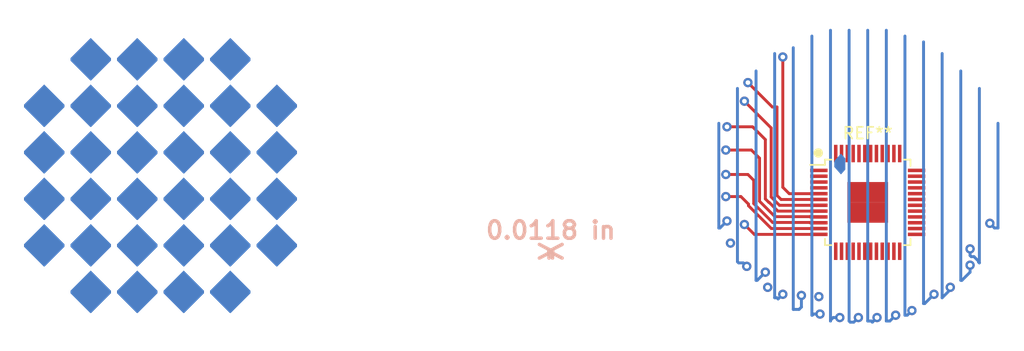
<source format=kicad_pcb>
(kicad_pcb (version 20171130) (host pcbnew "(5.0.0)")
  (layers (0 F.Cu signal) (1 In1.Cu power) (2 In2.Cu signal) (31 B.Cu signal) (35 F.Paste user hide) (37 F.SilkS user hide) (39 F.Mask user hide) (44 Edge.Cuts user))
  (net 0 "")
  (net 1 YA11)
  (net 2 YA10)
  (net 3 YA09)
  (net 4 YA08)
  (net 5 YA07)
  (net 6 YA06)
  (net 7 YA05)
  (net 8 YA04)
  (net 9 YA03)
  (net 10 YA02)
  (net 11 YA01)
  (net 12 YA00)
  (net 13 XA00)
  (net 14 XA01)
  (net 15 XA02)
  (net 16 XA03)
  (net 17 XA04)
  (net 18 XA05)
  (net 19 XA06)
  (net 20 XA07)
  (net 21 XA08)
  (net 22 XA09)
  (net 23 XA10)
  (net 24 XA11)
  (net 25 XA12)
  (net 26 XA13)
  (net 27 XA14)
  (net 28 XA15)
  (net 29 "Net-(U1-Pad43)")
  (net 30 "Net-(U1-Pad39)")
  (net 31 "Net-(U1-Pad44)")
  (net 32 "Net-(U1-Pad48)")
  (net 33 "Net-(U1-Pad38)")
  (net 34 "Net-(U1-Pad47)")
  (net 35 "Net-(U1-Pad40)")
  (net 36 "Net-(U1-Pad46)")
  (net 37 "Net-(U1-Pad45)")
  (net 38 "Net-(U1-Pad42)")
  (net 39 "Net-(U1-Pad41)")
  (net 40 "Net-(U1-Pad36)")
  (net 41 "Net-(U1-Pad35)")
  (net 42 "Net-(U1-Pad34)")
  (net 43 "Net-(U1-Pad33)")
  (net 44 "Net-(U1-Pad3)")
  (net 45 "Net-(U1-Pad1)")
  (net 46 "Net-(U1-Pad4)")
  (net 47 "Net-(U1-Pad2)")
  (net 48 "Net-(U1-Pad37)")
  (module 1CA027Pinnacle:1CA027Pinnacle-TQFP48 (layer F.Cu) (at 160.8 82.3)
    (fp_text reference U1 (at 63 38.5) (layer F.SilkS))
    (fp_text value 1CA027Pinnacle)
    (fp_text user REF** (at 0 -5.95) (layer F.SilkS))
    (pad 43 smd rect (at -0.25 -4.2 90) (size 1.5 0.3) (layers F.Cu F.Paste F.Mask) (net 29 "Net-(U1-Pad43)"))
    (pad 39 smd rect (at 1.75 -4.2 90) (size 1.5 0.3) (layers F.Cu F.Paste F.Mask) (net 30 "Net-(U1-Pad39)"))
    (pad 44 smd rect (at -0.75 -4.2 90) (size 1.5 0.3) (layers F.Cu F.Paste F.Mask) (net 31 "Net-(U1-Pad44)"))
    (pad 48 smd rect (at -2.75 -4.2 90) (size 1.5 0.3) (layers F.Cu F.Paste F.Mask) (net 32 "Net-(U1-Pad48)"))
    (pad 38 smd rect (at 2.25 -4.2 90) (size 1.5 0.3) (layers F.Cu F.Paste F.Mask) (net 33 "Net-(U1-Pad38)"))
    (pad 49 smd rect (at 0.875 0.875) (size 1.75 1.75) (layers F.Cu F.Paste F.Mask))
    (pad 47 smd rect (at -2.25 -4.2 90) (size 1.5 0.3) (layers F.Cu F.Paste F.Mask) (net 34 "Net-(U1-Pad47)"))
    (pad 49 smd rect (at -0.875 -0.875) (size 1.75 1.75) (layers F.Cu F.Paste F.Mask))
    (pad 40 smd rect (at 1.25 -4.2 90) (size 1.5 0.3) (layers F.Cu F.Paste F.Mask) (net 35 "Net-(U1-Pad40)"))
    (pad 46 smd rect (at -1.75 -4.2 90) (size 1.5 0.3) (layers F.Cu F.Paste F.Mask) (net 36 "Net-(U1-Pad46)"))
    (pad 45 smd rect (at -1.25 -4.2 90) (size 1.5 0.3) (layers F.Cu F.Paste F.Mask) (net 37 "Net-(U1-Pad45)"))
    (pad 49 smd rect (at 0.875 -0.875) (size 1.75 1.75) (layers F.Cu F.Paste F.Mask))
    (pad 42 smd rect (at 0.25 -4.2 90) (size 1.5 0.3) (layers F.Cu F.Paste F.Mask) (net 38 "Net-(U1-Pad42)"))
    (pad 49 smd rect (at -0.875 0.875) (size 1.75 1.75) (layers F.Cu F.Paste F.Mask))
    (pad 41 smd rect (at 0.75 -4.2 90) (size 1.5 0.3) (layers F.Cu F.Paste F.Mask) (net 39 "Net-(U1-Pad41)"))
    (pad 36 smd rect (at 4.2 -2.75) (size 1.5 0.3) (layers F.Cu F.Paste F.Mask) (net 40 "Net-(U1-Pad36)"))
    (pad 35 smd rect (at 4.2 -2.25) (size 1.5 0.3) (layers F.Cu F.Paste F.Mask) (net 41 "Net-(U1-Pad35)"))
    (pad 14 smd rect (at -2.25 4.2 90) (size 1.5 0.3) (layers F.Cu F.Paste F.Mask) (net 3 YA09))
    (pad 23 smd rect (at 2.25 4.2 90) (size 1.5 0.3) (layers F.Cu F.Paste F.Mask) (net 19 XA06))
    (pad 34 smd rect (at 4.2 -1.75) (size 1.5 0.3) (layers F.Cu F.Paste F.Mask) (net 42 "Net-(U1-Pad34)"))
    (pad 33 smd rect (at 4.2 -1.25) (size 1.5 0.3) (layers F.Cu F.Paste F.Mask) (net 43 "Net-(U1-Pad33)"))
    (pad 9 smd rect (at -4.2 1.25) (size 1.5 0.3) (layers F.Cu F.Paste F.Mask) (net 8 YA04))
    (pad 6 smd rect (at -4.2 -0.25) (size 1.5 0.3) (layers F.Cu F.Paste F.Mask) (net 11 YA01))
    (pad 32 smd rect (at 4.2 -0.75) (size 1.5 0.3) (layers F.Cu F.Paste F.Mask) (net 28 XA15))
    (pad 18 smd rect (at -0.25 4.2 90) (size 1.5 0.3) (layers F.Cu F.Paste F.Mask) (net 14 XA01))
    (pad 31 smd rect (at 4.2 -0.25) (size 1.5 0.3) (layers F.Cu F.Paste F.Mask) (net 27 XA14))
    (pad 3 smd rect (at -4.2 -1.75) (size 1.5 0.3) (layers F.Cu F.Paste F.Mask) (net 44 "Net-(U1-Pad3)"))
    (pad 30 smd rect (at 4.2 0.25) (size 1.5 0.3) (layers F.Cu F.Paste F.Mask) (net 26 XA13))
    (pad 26 smd rect (at 4.2 2.25) (size 1.5 0.3) (layers F.Cu F.Paste F.Mask) (net 22 XA09))
    (pad 1 smd rect (at -4.2 -2.75) (size 1.5 0.3) (layers F.Cu F.Paste F.Mask) (net 45 "Net-(U1-Pad1)"))
    (pad 15 smd rect (at -1.75 4.2 90) (size 1.5 0.3) (layers F.Cu F.Paste F.Mask) (net 2 YA10))
    (pad 12 smd rect (at -4.2 2.75) (size 1.5 0.3) (layers F.Cu F.Paste F.Mask) (net 5 YA07))
    (pad 8 smd rect (at -4.2 0.75) (size 1.5 0.3) (layers F.Cu F.Paste F.Mask) (net 9 YA03))
    (pad 7 smd rect (at -4.2 0.25) (size 1.5 0.3) (layers F.Cu F.Paste F.Mask) (net 10 YA02))
    (pad 5 smd rect (at -4.2 -0.75) (size 1.5 0.3) (layers F.Cu F.Paste F.Mask) (net 12 YA00))
    (pad 29 smd rect (at 4.2 0.75) (size 1.5 0.3) (layers F.Cu F.Paste F.Mask) (net 25 XA12))
    (pad 28 smd rect (at 4.2 1.25) (size 1.5 0.3) (layers F.Cu F.Paste F.Mask) (net 24 XA11))
    (pad 4 smd rect (at -4.2 -1.25) (size 1.5 0.3) (layers F.Cu F.Paste F.Mask) (net 46 "Net-(U1-Pad4)"))
    (pad 27 smd rect (at 4.2 1.75) (size 1.5 0.3) (layers F.Cu F.Paste F.Mask) (net 23 XA10))
    (pad 25 smd rect (at 4.2 2.75) (size 1.5 0.3) (layers F.Cu F.Paste F.Mask) (net 21 XA08))
    (pad 24 smd rect (at 2.75 4.2 90) (size 1.5 0.3) (layers F.Cu F.Paste F.Mask) (net 20 XA07))
    (pad 22 smd rect (at 1.75 4.2 90) (size 1.5 0.3) (layers F.Cu F.Paste F.Mask) (net 18 XA05))
    (pad 20 smd rect (at 0.75 4.2 90) (size 1.5 0.3) (layers F.Cu F.Paste F.Mask) (net 16 XA03))
    (pad 19 smd rect (at 0.25 4.2 90) (size 1.5 0.3) (layers F.Cu F.Paste F.Mask) (net 15 XA02))
    (pad 11 smd rect (at -4.2 2.25) (size 1.5 0.3) (layers F.Cu F.Paste F.Mask) (net 6 YA06))
    (pad 17 smd rect (at -0.75 4.2 90) (size 1.5 0.3) (layers F.Cu F.Paste F.Mask) (net 13 XA00))
    (pad 16 smd rect (at -1.25 4.2 90) (size 1.5 0.3) (layers F.Cu F.Paste F.Mask) (net 1 YA11))
    (pad 13 smd rect (at -2.75 4.2 90) (size 1.5 0.3) (layers F.Cu F.Paste F.Mask) (net 4 YA08))
    (pad 10 smd rect (at -4.2 1.75) (size 1.5 0.3) (layers F.Cu F.Paste F.Mask) (net 7 YA05))
    (pad 2 smd rect (at -4.2 -2.25) (size 1.5 0.3) (layers F.Cu F.Paste F.Mask) (net 47 "Net-(U1-Pad2)"))
    (pad 37 smd rect (at 2.75 -4.2 90) (size 1.5 0.3) (layers F.Cu F.Paste F.Mask) (net 48 "Net-(U1-Pad37)"))
    (pad 21 smd rect (at 1.25 4.2 90) (size 1.5 0.3) (layers F.Cu F.Paste F.Mask) (net 17 XA04))
  )
  (dimension 0.3 (width 0.3) (layer B.SilkS) (gr_text "0.300 mm" (at 133.55 88.6) (layer B.SilkS) (effects (font (size 1.5 1.5) (thickness 0.3)))) (feature1 (pts (xy 133.7 86.5) (xy 133.7 87.086421))) (feature2 (pts (xy 133.4 86.5) (xy 133.4 87.086421))) (crossbar (pts (xy 133.4 86.5) (xy 133.7 86.5))) (arrow1a (pts (xy 133.7 86.5) (xy 132.573496 87.086421))) (arrow1b (pts (xy 133.7 86.5) (xy 132.573496 85.913579))) (arrow2a (pts (xy 133.4 86.5) (xy 134.526504 87.086421))) (arrow2b (pts (xy 133.4 86.5) (xy 134.526504 85.913579))))
  (via (at 152.2 89.6) (size 0.8) (drill 0.4) (layers F.Cu B.Cu) (net 1))
  (via (at 156.6 90.4) (size 0.8) (drill 0.4) (layers F.Cu B.Cu) (net 2))
  (via (at 149 85.8) (size 0.8) (drill 0.4) (layers F.Cu B.Cu) (net 4))
  (via (at 150.2 84.2) (size 0.8) (drill 0.4) (layers F.Cu B.Cu) (net 5))
  (segment (start 151.05 85.05) (end 156.6 85.05) (width 0.25) (layer F.Cu) (net 5))
  (segment (start 150.2 84.2) (end 151.05 85.05) (width 0.25) (layer F.Cu) (net 5))
  (via (at 148.6 81.8) (size 0.8) (drill 0.4) (layers F.Cu B.Cu) (net 6))
  (segment (start 152.51359 84.55) (end 156.6 84.55) (width 0.25) (layer F.Cu) (net 6))
  (segment (start 150.54999 82.5864) (end 152.51359 84.55) (width 0.25) (layer F.Cu) (net 6))
  (segment (start 150.54999 82.44999) (end 150.54999 82.5864) (width 0.25) (layer F.Cu) (net 6))
  (segment (start 149.9 81.8) (end 150.54999 82.44999) (width 0.25) (layer F.Cu) (net 6))
  (segment (start 148.6 81.8) (end 149.9 81.8) (width 0.25) (layer F.Cu) (net 6))
  (via (at 148.6 79.9) (size 0.8) (drill 0.4) (layers F.Cu B.Cu) (net 7))
  (segment (start 155.825001 84.025001) (end 152.625001 84.025001) (width 0.25) (layer F.Cu) (net 7))
  (segment (start 156.6 84.05) (end 155.85 84.05) (width 0.25) (layer F.Cu) (net 7))
  (segment (start 155.85 84.05) (end 155.825001 84.025001) (width 0.25) (layer F.Cu) (net 7))
  (segment (start 152.625001 84.025001) (end 151 82.4) (width 0.25) (layer F.Cu) (net 7))
  (segment (start 151 82.4) (end 151 80.4) (width 0.25) (layer F.Cu) (net 7))
  (segment (start 150.5 79.9) (end 148.6 79.9) (width 0.25) (layer F.Cu) (net 7))
  (segment (start 151 80.4) (end 150.5 79.9) (width 0.25) (layer F.Cu) (net 7))
  (via (at 148.6 77.8) (size 0.8) (drill 0.4) (layers F.Cu B.Cu) (net 8))
  (segment (start 150.8 77.8) (end 148.6 77.8) (width 0.25) (layer F.Cu) (net 8))
  (segment (start 155.85 83.55) (end 155.825001 83.525001) (width 0.25) (layer F.Cu) (net 8))
  (segment (start 156.6 83.55) (end 155.85 83.55) (width 0.25) (layer F.Cu) (net 8))
  (segment (start 152.825001 83.525001) (end 151.5 82.2) (width 0.25) (layer F.Cu) (net 8))
  (segment (start 151.5 82.2) (end 151.5 78.5) (width 0.25) (layer F.Cu) (net 8))
  (segment (start 155.825001 83.525001) (end 152.825001 83.525001) (width 0.25) (layer F.Cu) (net 8))
  (segment (start 151.5 78.5) (end 150.8 77.8) (width 0.25) (layer F.Cu) (net 8))
  (via (at 148.7 75.8) (size 0.8) (drill 0.4) (layers F.Cu B.Cu) (net 9))
  (segment (start 153.07718 83.05) (end 152.32718 82.3) (width 0.25) (layer F.Cu) (net 9))
  (segment (start 156.6 83.05) (end 153.07718 83.05) (width 0.25) (layer F.Cu) (net 9))
  (segment (start 152.32718 82.3) (end 152.3 82.3) (width 0.25) (layer F.Cu) (net 9))
  (segment (start 152.3 82.3) (end 152 82) (width 0.25) (layer F.Cu) (net 9))
  (segment (start 152 82) (end 152 76.9) (width 0.25) (layer F.Cu) (net 9))
  (segment (start 150.9 75.8) (end 148.7 75.8) (width 0.25) (layer F.Cu) (net 9))
  (segment (start 152 76.9) (end 150.9 75.8) (width 0.25) (layer F.Cu) (net 9))
  (via (at 150.2 73.6) (size 0.8) (drill 0.4) (layers F.Cu B.Cu) (net 10))
  (segment (start 153.21359 82.55) (end 152.5 81.83641) (width 0.25) (layer F.Cu) (net 10))
  (segment (start 156.6 82.55) (end 153.21359 82.55) (width 0.25) (layer F.Cu) (net 10))
  (segment (start 152.5 75.9) (end 150.2 73.6) (width 0.25) (layer F.Cu) (net 10))
  (segment (start 152.5 81.83641) (end 152.5 75.9) (width 0.25) (layer F.Cu) (net 10))
  (via (at 150.5 72) (size 0.8) (drill 0.4) (layers F.Cu B.Cu) (net 11))
  (segment (start 152.6 74.1) (end 150.5 72) (width 0.25) (layer F.Cu) (net 11))
  (segment (start 153 74.1) (end 152.6 74.1) (width 0.25) (layer F.Cu) (net 11))
  (segment (start 153 81.7) (end 153 74.1) (width 0.25) (layer F.Cu) (net 11))
  (segment (start 156.6 82.05) (end 153.35 82.05) (width 0.25) (layer F.Cu) (net 11))
  (segment (start 153.35 82.05) (end 153 81.7) (width 0.25) (layer F.Cu) (net 11))
  (via (at 153.5 69.8) (size 0.8) (drill 0.4) (layers F.Cu B.Cu) (net 12))
  (segment (start 156.6 81.55) (end 154.05 81.55) (width 0.25) (layer F.Cu) (net 12))
  (segment (start 153.5 81) (end 153.5 69.8) (width 0.25) (layer F.Cu) (net 12))
  (segment (start 154.05 81.55) (end 153.5 81) (width 0.25) (layer F.Cu) (net 12))
  (segment (start 148 84.5) (end 148 84.5) (width 0.25) (layer B.Cu) (net 13))
  (via (at 148.7 83.9) (size 0.8) (drill 0.4) (layers F.Cu B.Cu) (net 13))
  (segment (start 148 84.5) (end 148 83.9) (width 0.25) (layer B.Cu) (net 13))
  (segment (start 148 83.9) (end 148 75.5) (width 0.25) (layer B.Cu) (net 13))
  (segment (start 148.1 84.5) (end 148 84.5) (width 0.25) (layer B.Cu) (net 13))
  (segment (start 148.7 83.9) (end 148.1 84.5) (width 0.25) (layer B.Cu) (net 13))
  (via (at 150.4 87.8) (size 0.8) (drill 0.4) (layers F.Cu B.Cu) (net 14))
  (segment (start 149.6 87.4) (end 149.6 72.5) (width 0.25) (layer B.Cu) (net 14))
  (segment (start 149.7 87.5) (end 149.6 87.4) (width 0.25) (layer B.Cu) (net 14))
  (segment (start 150.4 87.8) (end 150.1 87.5) (width 0.25) (layer B.Cu) (net 14))
  (segment (start 150.1 87.5) (end 149.7 87.5) (width 0.25) (layer B.Cu) (net 14))
  (via (at 152 88.3) (size 0.8) (drill 0.4) (layers F.Cu B.Cu) (net 15))
  (segment (start 151.2 89) (end 151.2 71) (width 0.25) (layer B.Cu) (net 15))
  (segment (start 151.3 89) (end 151.2 89) (width 0.25) (layer B.Cu) (net 15))
  (segment (start 152 88.3) (end 151.3 89) (width 0.25) (layer B.Cu) (net 15))
  (via (at 153.5 90.2) (size 0.8) (drill 0.4) (layers F.Cu B.Cu) (net 16))
  (segment (start 152.8 90.5) (end 152.8 69.5) (width 0.25) (layer B.Cu) (net 16))
  (segment (start 153.5 90.2) (end 153.1 90.6) (width 0.25) (layer B.Cu) (net 16))
  (segment (start 153 90.5) (end 152.8 90.5) (width 0.25) (layer B.Cu) (net 16))
  (segment (start 153.1 90.6) (end 153 90.5) (width 0.25) (layer B.Cu) (net 16))
  (via (at 155.1 90.3) (size 0.8) (drill 0.4) (layers F.Cu B.Cu) (net 17))
  (segment (start 154.4 91.5) (end 154.4 69) (width 0.25) (layer B.Cu) (net 17))
  (segment (start 154.4 91.5) (end 154.9 91.5) (width 0.25) (layer B.Cu) (net 17))
  (segment (start 154.9 91.5) (end 155.1 91.3) (width 0.25) (layer B.Cu) (net 17))
  (segment (start 155.1 91.3) (end 155.1 90.3) (width 0.25) (layer B.Cu) (net 17))
  (via (at 156.7 91.9) (size 0.8) (drill 0.4) (layers F.Cu B.Cu) (net 18))
  (segment (start 156 92) (end 156 68) (width 0.25) (layer B.Cu) (net 18))
  (segment (start 156.034315 92) (end 156 92) (width 0.25) (layer B.Cu) (net 18))
  (segment (start 156.134315 91.9) (end 156.034315 92) (width 0.25) (layer B.Cu) (net 18))
  (segment (start 156.7 91.9) (end 156.134315 91.9) (width 0.25) (layer B.Cu) (net 18))
  (via (at 158.4 92.2) (size 0.8) (drill 0.4) (layers F.Cu B.Cu) (net 19))
  (segment (start 157.6 92.5) (end 157.6 67.5) (width 0.25) (layer B.Cu) (net 19))
  (segment (start 157.6 92.434315) (end 157.6 92.5) (width 0.25) (layer B.Cu) (net 19))
  (segment (start 157.834315 92.2) (end 157.6 92.434315) (width 0.25) (layer B.Cu) (net 19))
  (segment (start 158.4 92.2) (end 157.834315 92.2) (width 0.25) (layer B.Cu) (net 19))
  (via (at 160 92.2) (size 0.8) (drill 0.4) (layers F.Cu B.Cu) (net 20))
  (segment (start 159.2 92.5) (end 159.2 67.5) (width 0.25) (layer B.Cu) (net 20))
  (segment (start 160 92.2) (end 159.6 92.6) (width 0.25) (layer B.Cu) (net 20))
  (segment (start 159.3 92.6) (end 159.2 92.5) (width 0.25) (layer B.Cu) (net 20))
  (segment (start 159.6 92.6) (end 159.3 92.6) (width 0.25) (layer B.Cu) (net 20))
  (via (at 161.6 92.2) (size 0.8) (drill 0.4) (layers F.Cu B.Cu) (net 21))
  (segment (start 160.8 67.5) (end 160.8 92.5) (width 0.25) (layer B.Cu) (net 21))
  (segment (start 161.6 92.2) (end 161.2 92.6) (width 0.25) (layer B.Cu) (net 21))
  (segment (start 161.1 92.5) (end 160.8 92.5) (width 0.25) (layer B.Cu) (net 21))
  (segment (start 161.2 92.6) (end 161.1 92.5) (width 0.25) (layer B.Cu) (net 21))
  (via (at 163.2 92) (size 0.8) (drill 0.4) (layers F.Cu B.Cu) (net 22))
  (segment (start 162.4 67.5) (end 162.4 92.5) (width 0.25) (layer B.Cu) (net 22))
  (segment (start 163.2 92) (end 162.7 92.5) (width 0.25) (layer B.Cu) (net 22))
  (segment (start 162.7 92.5) (end 162.4 92.5) (width 0.25) (layer B.Cu) (net 22))
  (via (at 164.6 91.6) (size 0.8) (drill 0.4) (layers F.Cu B.Cu) (net 23))
  (segment (start 164 92) (end 164 68) (width 0.25) (layer B.Cu) (net 23))
  (segment (start 164.6 91.6) (end 164.2 92) (width 0.25) (layer B.Cu) (net 23))
  (segment (start 164.2 92) (end 164 92) (width 0.25) (layer B.Cu) (net 23))
  (via (at 166.5 90.2) (size 0.8) (drill 0.4) (layers F.Cu B.Cu) (net 24))
  (segment (start 165.6 91) (end 165.6 68.5) (width 0.25) (layer B.Cu) (net 24))
  (segment (start 166.5 90.2) (end 165.7 91) (width 0.25) (layer B.Cu) (net 24))
  (segment (start 165.7 91) (end 165.6 91) (width 0.25) (layer B.Cu) (net 24))
  (via (at 167.9 89.6) (size 0.8) (drill 0.4) (layers F.Cu B.Cu) (net 25))
  (segment (start 167.2 69.5) (end 167.2 90.5) (width 0.25) (layer B.Cu) (net 25))
  (segment (start 167.9 89.6) (end 167.9 89.8) (width 0.25) (layer B.Cu) (net 25))
  (segment (start 167.9 89.8) (end 167.2 90.5) (width 0.25) (layer B.Cu) (net 25))
  (via (at 169.6 87.7) (size 0.8) (drill 0.4) (layers F.Cu B.Cu) (net 26))
  (segment (start 168.8 71) (end 168.8 89) (width 0.25) (layer B.Cu) (net 26))
  (segment (start 168.8 89) (end 168.9 89) (width 0.25) (layer B.Cu) (net 26))
  (segment (start 169.6 88.3) (end 169.6 87.7) (width 0.25) (layer B.Cu) (net 26))
  (segment (start 168.9 89) (end 169.6 88.3) (width 0.25) (layer B.Cu) (net 26))
  (via (at 169.6 86.3) (size 0.8) (drill 0.4) (layers F.Cu B.Cu) (net 27))
  (segment (start 170.4 72.5) (end 170.4 87.5) (width 0.25) (layer B.Cu) (net 27))
  (segment (start 169.6 86.865685) (end 169.7 86.965685) (width 0.25) (layer B.Cu) (net 27))
  (segment (start 169.6 86.3) (end 169.6 86.865685) (width 0.25) (layer B.Cu) (net 27))
  (segment (start 169.938687 86.965685) (end 169.7 86.965685) (width 0.25) (layer B.Cu) (net 27))
  (segment (start 170.325001 87.351999) (end 169.938687 86.965685) (width 0.25) (layer B.Cu) (net 27))
  (segment (start 170.325001 87.425001) (end 170.325001 87.351999) (width 0.25) (layer B.Cu) (net 27))
  (segment (start 170.4 87.5) (end 170.325001 87.425001) (width 0.25) (layer B.Cu) (net 27))
  (via (at 171.3 84.1) (size 0.8) (drill 0.4) (layers F.Cu B.Cu) (net 28))
  (segment (start 172 75.5) (end 172 84.5) (width 0.25) (layer B.Cu) (net 28))
  (segment (start 171.7 84.5) (end 172 84.5) (width 0.25) (layer B.Cu) (net 28))
  (segment (start 171.3 84.1) (end 171.7 84.5) (width 0.25) (layer B.Cu) (net 28))
  (zone (net 0) (net_name "") (layer B.Cu) (connect_pads yes (clearance 0.2)) (min_thickness 0.0254) (fill yes (arc_segments 16) (thermal_gap 0.508) (thermal_bridge_width 0.508))
    (polygon (pts (xy 157.7 79) (xy 158.5 78.1) (xy 159.3 79) (xy 158.5 79.9)))
  )
  (zone (net 0) (net_name "") (layer B.Cu) (connect_pads (clearance 0.2)) (min_thickness 0.0254) (fill yes (arc_segments 16) (thermal_gap 0.508) (thermal_bridge_width 0.508))
    (polygon (pts (xy 100.3 78.1) (xy 100.3 77.9) (xy 102 76.2) (xy 103.7 77.9) (xy 103.7 78.1) (xy 102 79.8)))
  )
  (zone (net 0) (net_name "") (layer B.Cu) (connect_pads (clearance 0.2)) (min_thickness 0.0254) (fill yes (arc_segments 16) (thermal_gap 0.508) (thermal_bridge_width 0.508))
    (polygon (pts (xy 100.3 74.1) (xy 100.3 73.9) (xy 102 72.2) (xy 103.7 73.9) (xy 103.7 74.1) (xy 102 75.8)))
  )
  (zone (net 0) (net_name "") (layer B.Cu) (connect_pads (clearance 0.2)) (min_thickness 0.0254) (fill yes (arc_segments 16) (thermal_gap 0.508) (thermal_bridge_width 0.508))
    (polygon (pts (xy 100.3 70.1) (xy 100.3 69.9) (xy 102 68.2) (xy 103.7 69.9) (xy 103.7 70.1) (xy 102 71.8)))
  )
  (zone (net 0) (net_name "") (layer B.Cu) (connect_pads (clearance 0.2)) (min_thickness 0.0254) (fill yes (arc_segments 16) (thermal_gap 0.508) (thermal_bridge_width 0.508))
    (polygon (pts (xy 100.3 82.1) (xy 100.3 81.9) (xy 102 80.2) (xy 103.7 81.9) (xy 103.7 82.1) (xy 102 83.8)))
  )
  (zone (net 0) (net_name "") (layer B.Cu) (connect_pads (clearance 0.2)) (min_thickness 0.0254) (fill yes (arc_segments 16) (thermal_gap 0.508) (thermal_bridge_width 0.508))
    (polygon (pts (xy 100.3 86.1) (xy 100.3 85.9) (xy 102 84.2) (xy 103.7 85.9) (xy 103.7 86.1) (xy 102 87.8)))
  )
  (zone (net 0) (net_name "") (layer B.Cu) (connect_pads (clearance 0.2)) (min_thickness 0.0254) (fill yes (arc_segments 16) (thermal_gap 0.508) (thermal_bridge_width 0.508))
    (polygon (pts (xy 100.3 90.1) (xy 100.3 89.9) (xy 102 88.2) (xy 103.7 89.9) (xy 103.7 90.1) (xy 102 91.8)))
  )
  (zone (net 0) (net_name "") (layer B.Cu) (connect_pads (clearance 0.2)) (min_thickness 0.0254) (fill yes (arc_segments 16) (thermal_gap 0.508) (thermal_bridge_width 0.508))
    (polygon (pts (xy 100.3 70.1) (xy 100.3 69.9) (xy 102 68.2) (xy 103.7 69.9) (xy 103.7 70.1) (xy 102 71.8)))
  )
  (zone (net 0) (net_name "") (layer B.Cu) (connect_pads (clearance 0.2)) (min_thickness 0.0254) (fill yes (arc_segments 16) (thermal_gap 0.508) (thermal_bridge_width 0.508))
    (polygon (pts (xy 100.3 70.1) (xy 100.3 69.9) (xy 102 68.2) (xy 103.7 69.9) (xy 103.7 70.1) (xy 102 71.8)))
  )
  (zone (net 0) (net_name "") (layer B.Cu) (connect_pads (clearance 0.2)) (min_thickness 0.0254) (fill yes (arc_segments 16) (thermal_gap 0.508) (thermal_bridge_width 0.508))
    (polygon (pts (xy 100.3 86.1) (xy 100.3 85.9) (xy 102 84.2) (xy 103.7 85.9) (xy 103.7 86.1) (xy 102 87.8)))
  )
  (zone (net 0) (net_name "") (layer B.Cu) (connect_pads (clearance 0.2)) (min_thickness 0.0254) (fill yes (arc_segments 16) (thermal_gap 0.508) (thermal_bridge_width 0.508))
    (polygon (pts (xy 100.3 86.1) (xy 100.3 85.9) (xy 102 84.2) (xy 103.7 85.9) (xy 103.7 86.1) (xy 102 87.8)))
  )
  (zone (net 0) (net_name "") (layer B.Cu) (connect_pads (clearance 0.2)) (min_thickness 0.0254) (fill yes (arc_segments 16) (thermal_gap 0.508) (thermal_bridge_width 0.508))
    (polygon (pts (xy 100.3 90.1) (xy 100.3 89.9) (xy 102 88.2) (xy 103.7 89.9) (xy 103.7 90.1) (xy 102 91.8)))
  )
  (zone (net 0) (net_name "") (layer B.Cu) (connect_pads (clearance 0.2)) (min_thickness 0.0254) (fill yes (arc_segments 16) (thermal_gap 0.508) (thermal_bridge_width 0.508))
    (polygon (pts (xy 100.3 90.1) (xy 100.3 89.9) (xy 102 88.2) (xy 103.7 89.9) (xy 103.7 90.1) (xy 102 91.8)))
  )
  (zone (net 0) (net_name "") (layer B.Cu) (connect_pads (clearance 0.2)) (min_thickness 0.0254) (fill yes (arc_segments 16) (thermal_gap 0.508) (thermal_bridge_width 0.508))
    (polygon (pts (xy 100.3 74.1) (xy 100.3 73.9) (xy 102 72.2) (xy 103.7 73.9) (xy 103.7 74.1) (xy 102 75.8)))
  )
  (zone (net 0) (net_name "") (layer B.Cu) (connect_pads (clearance 0.2)) (min_thickness 0.0254) (fill yes (arc_segments 16) (thermal_gap 0.508) (thermal_bridge_width 0.508))
    (polygon (pts (xy 100.3 74.1) (xy 100.3 73.9) (xy 102 72.2) (xy 103.7 73.9) (xy 103.7 74.1) (xy 102 75.8)))
  )
  (zone (net 0) (net_name "") (layer B.Cu) (connect_pads (clearance 0.2)) (min_thickness 0.0254) (fill yes (arc_segments 16) (thermal_gap 0.508) (thermal_bridge_width 0.508))
    (polygon (pts (xy 100.3 82.1) (xy 100.3 81.9) (xy 102 80.2) (xy 103.7 81.9) (xy 103.7 82.1) (xy 102 83.8)))
  )
  (zone (net 0) (net_name "") (layer B.Cu) (connect_pads (clearance 0.2)) (min_thickness 0.0254) (fill yes (arc_segments 16) (thermal_gap 0.508) (thermal_bridge_width 0.508))
    (polygon (pts (xy 100.3 82.1) (xy 100.3 81.9) (xy 102 80.2) (xy 103.7 81.9) (xy 103.7 82.1) (xy 102 83.8)))
  )
  (zone (net 0) (net_name "") (layer B.Cu) (connect_pads (clearance 0.2)) (min_thickness 0.0254) (fill yes (arc_segments 16) (thermal_gap 0.508) (thermal_bridge_width 0.508))
    (polygon (pts (xy 100.3 78.1) (xy 100.3 77.9) (xy 102 76.2) (xy 103.7 77.9) (xy 103.7 78.1) (xy 102 79.8)))
  )
  (zone (net 0) (net_name "") (layer B.Cu) (connect_pads (clearance 0.2)) (min_thickness 0.0254) (fill yes (arc_segments 16) (thermal_gap 0.508) (thermal_bridge_width 0.508))
    (polygon (pts (xy 100.3 78.1) (xy 100.3 77.9) (xy 102 76.2) (xy 103.7 77.9) (xy 103.7 78.1) (xy 102 79.8)))
  )
  (zone (net 0) (net_name "") (layer B.Cu) (connect_pads (clearance 0.2)) (min_thickness 0.0254) (fill yes (arc_segments 16) (thermal_gap 0.508) (thermal_bridge_width 0.508))
    (polygon (pts (xy 100.3 78.1) (xy 100.3 77.9) (xy 102 76.2) (xy 103.7 77.9) (xy 103.7 78.1) (xy 102 79.8)))
  )
  (zone (net 0) (net_name "") (layer B.Cu) (connect_pads (clearance 0.2)) (min_thickness 0.0254) (fill yes (arc_segments 16) (thermal_gap 0.508) (thermal_bridge_width 0.508))
    (polygon (pts (xy 100.3 78.1) (xy 100.3 77.9) (xy 102 76.2) (xy 103.7 77.9) (xy 103.7 78.1) (xy 102 79.8)))
  )
  (zone (net 0) (net_name "") (layer B.Cu) (connect_pads (clearance 0.2)) (min_thickness 0.0254) (fill yes (arc_segments 16) (thermal_gap 0.508) (thermal_bridge_width 0.508))
    (polygon (pts (xy 100.3 86.1) (xy 100.3 85.9) (xy 102 84.2) (xy 103.7 85.9) (xy 103.7 86.1) (xy 102 87.8)))
  )
  (zone (net 0) (net_name "") (layer B.Cu) (connect_pads (clearance 0.2)) (min_thickness 0.0254) (fill yes (arc_segments 16) (thermal_gap 0.508) (thermal_bridge_width 0.508))
    (polygon (pts (xy 100.3 86.1) (xy 100.3 85.9) (xy 102 84.2) (xy 103.7 85.9) (xy 103.7 86.1) (xy 102 87.8)))
  )
  (zone (net 0) (net_name "") (layer B.Cu) (connect_pads (clearance 0.2)) (min_thickness 0.0254) (fill yes (arc_segments 16) (thermal_gap 0.508) (thermal_bridge_width 0.508))
    (polygon (pts (xy 100.3 70.1) (xy 100.3 69.9) (xy 102 68.2) (xy 103.7 69.9) (xy 103.7 70.1) (xy 102 71.8)))
  )
  (zone (net 0) (net_name "") (layer B.Cu) (connect_pads (clearance 0.2)) (min_thickness 0.0254) (fill yes (arc_segments 16) (thermal_gap 0.508) (thermal_bridge_width 0.508))
    (polygon (pts (xy 100.3 70.1) (xy 100.3 69.9) (xy 102 68.2) (xy 103.7 69.9) (xy 103.7 70.1) (xy 102 71.8)))
  )
  (zone (net 0) (net_name "") (layer B.Cu) (connect_pads (clearance 0.2)) (min_thickness 0.0254) (fill yes (arc_segments 16) (thermal_gap 0.508) (thermal_bridge_width 0.508))
    (polygon (pts (xy 100.3 86.1) (xy 100.3 85.9) (xy 102 84.2) (xy 103.7 85.9) (xy 103.7 86.1) (xy 102 87.8)))
  )
  (zone (net 0) (net_name "") (layer B.Cu) (connect_pads (clearance 0.2)) (min_thickness 0.0254) (fill yes (arc_segments 16) (thermal_gap 0.508) (thermal_bridge_width 0.508))
    (polygon (pts (xy 100.3 86.1) (xy 100.3 85.9) (xy 102 84.2) (xy 103.7 85.9) (xy 103.7 86.1) (xy 102 87.8)))
  )
  (zone (net 0) (net_name "") (layer B.Cu) (connect_pads (clearance 0.2)) (min_thickness 0.0254) (fill yes (arc_segments 16) (thermal_gap 0.508) (thermal_bridge_width 0.508))
    (polygon (pts (xy 100.3 90.1) (xy 100.3 89.9) (xy 102 88.2) (xy 103.7 89.9) (xy 103.7 90.1) (xy 102 91.8)))
  )
  (zone (net 0) (net_name "") (layer B.Cu) (connect_pads (clearance 0.2)) (min_thickness 0.0254) (fill yes (arc_segments 16) (thermal_gap 0.508) (thermal_bridge_width 0.508))
    (polygon (pts (xy 100.3 90.1) (xy 100.3 89.9) (xy 102 88.2) (xy 103.7 89.9) (xy 103.7 90.1) (xy 102 91.8)))
  )
  (zone (net 0) (net_name "") (layer B.Cu) (connect_pads (clearance 0.2)) (min_thickness 0.0254) (fill yes (arc_segments 16) (thermal_gap 0.508) (thermal_bridge_width 0.508))
    (polygon (pts (xy 100.3 70.1) (xy 100.3 69.9) (xy 102 68.2) (xy 103.7 69.9) (xy 103.7 70.1) (xy 102 71.8)))
  )
  (zone (net 0) (net_name "") (layer B.Cu) (connect_pads (clearance 0.2)) (min_thickness 0.0254) (fill yes (arc_segments 16) (thermal_gap 0.508) (thermal_bridge_width 0.508))
    (polygon (pts (xy 100.3 70.1) (xy 100.3 69.9) (xy 102 68.2) (xy 103.7 69.9) (xy 103.7 70.1) (xy 102 71.8)))
  )
  (zone (net 0) (net_name "") (layer B.Cu) (connect_pads (clearance 0.2)) (min_thickness 0.0254) (fill yes (arc_segments 16) (thermal_gap 0.508) (thermal_bridge_width 0.508))
    (polygon (pts (xy 100.3 90.1) (xy 100.3 89.9) (xy 102 88.2) (xy 103.7 89.9) (xy 103.7 90.1) (xy 102 91.8)))
  )
  (zone (net 0) (net_name "") (layer B.Cu) (connect_pads (clearance 0.2)) (min_thickness 0.0254) (fill yes (arc_segments 16) (thermal_gap 0.508) (thermal_bridge_width 0.508))
    (polygon (pts (xy 100.3 90.1) (xy 100.3 89.9) (xy 102 88.2) (xy 103.7 89.9) (xy 103.7 90.1) (xy 102 91.8)))
  )
  (zone (net 0) (net_name "") (layer B.Cu) (connect_pads (clearance 0.2)) (min_thickness 0.0254) (fill yes (arc_segments 16) (thermal_gap 0.508) (thermal_bridge_width 0.508))
    (polygon (pts (xy 100.3 74.1) (xy 100.3 73.9) (xy 102 72.2) (xy 103.7 73.9) (xy 103.7 74.1) (xy 102 75.8)))
  )
  (zone (net 0) (net_name "") (layer B.Cu) (connect_pads (clearance 0.2)) (min_thickness 0.0254) (fill yes (arc_segments 16) (thermal_gap 0.508) (thermal_bridge_width 0.508))
    (polygon (pts (xy 100.3 74.1) (xy 100.3 73.9) (xy 102 72.2) (xy 103.7 73.9) (xy 103.7 74.1) (xy 102 75.8)))
  )
  (zone (net 0) (net_name "") (layer B.Cu) (connect_pads (clearance 0.2)) (min_thickness 0.0254) (fill yes (arc_segments 16) (thermal_gap 0.508) (thermal_bridge_width 0.508))
    (polygon (pts (xy 100.3 82.1) (xy 100.3 81.9) (xy 102 80.2) (xy 103.7 81.9) (xy 103.7 82.1) (xy 102 83.8)))
  )
  (zone (net 0) (net_name "") (layer B.Cu) (connect_pads (clearance 0.2)) (min_thickness 0.0254) (fill yes (arc_segments 16) (thermal_gap 0.508) (thermal_bridge_width 0.508))
    (polygon (pts (xy 100.3 82.1) (xy 100.3 81.9) (xy 102 80.2) (xy 103.7 81.9) (xy 103.7 82.1) (xy 102 83.8)))
  )
  (zone (net 0) (net_name "") (layer B.Cu) (connect_pads (clearance 0.2)) (min_thickness 0.0254) (fill yes (arc_segments 16) (thermal_gap 0.508) (thermal_bridge_width 0.508))
    (polygon (pts (xy 100.3 82.1) (xy 100.3 81.9) (xy 102 80.2) (xy 103.7 81.9) (xy 103.7 82.1) (xy 102 83.8)))
  )
  (zone (net 0) (net_name "") (layer B.Cu) (connect_pads (clearance 0.2)) (min_thickness 0.0254) (fill yes (arc_segments 16) (thermal_gap 0.508) (thermal_bridge_width 0.508))
    (polygon (pts (xy 100.3 82.1) (xy 100.3 81.9) (xy 102 80.2) (xy 103.7 81.9) (xy 103.7 82.1) (xy 102 83.8)))
  )
  (zone (net 0) (net_name "") (layer B.Cu) (connect_pads (clearance 0.2)) (min_thickness 0.0254) (fill yes (arc_segments 16) (thermal_gap 0.508) (thermal_bridge_width 0.508))
    (polygon (pts (xy 100.3 74.1) (xy 100.3 73.9) (xy 102 72.2) (xy 103.7 73.9) (xy 103.7 74.1) (xy 102 75.8)))
  )
  (zone (net 0) (net_name "") (layer B.Cu) (connect_pads (clearance 0.2)) (min_thickness 0.0254) (fill yes (arc_segments 16) (thermal_gap 0.508) (thermal_bridge_width 0.508))
    (polygon (pts (xy 100.3 74.1) (xy 100.3 73.9) (xy 102 72.2) (xy 103.7 73.9) (xy 103.7 74.1) (xy 102 75.8)))
  )
  (zone (net 0) (net_name "") (layer B.Cu) (connect_pads (clearance 0.2)) (min_thickness 0.0254) (fill yes (arc_segments 16) (thermal_gap 0.508) (thermal_bridge_width 0.508))
    (polygon (pts (xy 100.3 78.1) (xy 100.3 77.9) (xy 102 76.2) (xy 103.7 77.9) (xy 103.7 78.1) (xy 102 79.8)))
  )
  (zone (net 0) (net_name "") (layer B.Cu) (connect_pads (clearance 0.2)) (min_thickness 0.0254) (fill yes (arc_segments 16) (thermal_gap 0.508) (thermal_bridge_width 0.508))
    (polygon (pts (xy 100.3 78.1) (xy 100.3 77.9) (xy 102 76.2) (xy 103.7 77.9) (xy 103.7 78.1) (xy 102 79.8)))
  )
  (zone (net 0) (net_name "") (layer B.Cu) (connect_pads (clearance 0.2)) (min_thickness 0.0254) (fill yes (arc_segments 16) (thermal_gap 0.508) (thermal_bridge_width 0.508))
    (polygon (pts (xy 100.3 86.1) (xy 100.3 85.9) (xy 102 84.2) (xy 103.7 85.9) (xy 103.7 86.1) (xy 102 87.8)))
  )
  (zone (net 0) (net_name "") (layer B.Cu) (connect_pads (clearance 0.2)) (min_thickness 0.0254) (fill yes (arc_segments 16) (thermal_gap 0.508) (thermal_bridge_width 0.508))
    (polygon (pts (xy 100.3 86.1) (xy 100.3 85.9) (xy 102 84.2) (xy 103.7 85.9) (xy 103.7 86.1) (xy 102 87.8)))
  )
  (zone (net 0) (net_name "") (layer B.Cu) (connect_pads (clearance 0.2)) (min_thickness 0.0254) (fill yes (arc_segments 16) (thermal_gap 0.508) (thermal_bridge_width 0.508))
    (polygon (pts (xy 100.3 70.1) (xy 100.3 69.9) (xy 102 68.2) (xy 103.7 69.9) (xy 103.7 70.1) (xy 102 71.8)))
  )
  (zone (net 0) (net_name "") (layer B.Cu) (connect_pads (clearance 0.2)) (min_thickness 0.0254) (fill yes (arc_segments 16) (thermal_gap 0.508) (thermal_bridge_width 0.508))
    (polygon (pts (xy 100.3 70.1) (xy 100.3 69.9) (xy 102 68.2) (xy 103.7 69.9) (xy 103.7 70.1) (xy 102 71.8)))
  )
  (zone (net 0) (net_name "") (layer B.Cu) (connect_pads (clearance 0.2)) (min_thickness 0.0254) (fill yes (arc_segments 16) (thermal_gap 0.508) (thermal_bridge_width 0.508))
    (polygon (pts (xy 100.3 74.1) (xy 100.3 73.9) (xy 102 72.2) (xy 103.7 73.9) (xy 103.7 74.1) (xy 102 75.8)))
  )
  (zone (net 0) (net_name "") (layer B.Cu) (connect_pads (clearance 0.2)) (min_thickness 0.0254) (fill yes (arc_segments 16) (thermal_gap 0.508) (thermal_bridge_width 0.508))
    (polygon (pts (xy 100.3 74.1) (xy 100.3 73.9) (xy 102 72.2) (xy 103.7 73.9) (xy 103.7 74.1) (xy 102 75.8)))
  )
  (zone (net 0) (net_name "") (layer B.Cu) (connect_pads (clearance 0.2)) (min_thickness 0.0254) (fill yes (arc_segments 16) (thermal_gap 0.508) (thermal_bridge_width 0.508))
    (polygon (pts (xy 100.3 90.1) (xy 100.3 89.9) (xy 102 88.2) (xy 103.7 89.9) (xy 103.7 90.1) (xy 102 91.8)))
  )
  (zone (net 0) (net_name "") (layer B.Cu) (connect_pads (clearance 0.2)) (min_thickness 0.0254) (fill yes (arc_segments 16) (thermal_gap 0.508) (thermal_bridge_width 0.508))
    (polygon (pts (xy 100.3 90.1) (xy 100.3 89.9) (xy 102 88.2) (xy 103.7 89.9) (xy 103.7 90.1) (xy 102 91.8)))
  )
  (zone (net 0) (net_name "") (layer B.Cu) (connect_pads (clearance 0.2)) (min_thickness 0.0254) (fill yes (arc_segments 16) (thermal_gap 0.508) (thermal_bridge_width 0.508))
    (polygon (pts (xy 100.3 82.1) (xy 100.3 81.9) (xy 102 80.2) (xy 103.7 81.9) (xy 103.7 82.1) (xy 102 83.8)))
  )
  (zone (net 0) (net_name "") (layer B.Cu) (connect_pads (clearance 0.2)) (min_thickness 0.0254) (fill yes (arc_segments 16) (thermal_gap 0.508) (thermal_bridge_width 0.508))
    (polygon (pts (xy 100.3 82.1) (xy 100.3 81.9) (xy 102 80.2) (xy 103.7 81.9) (xy 103.7 82.1) (xy 102 83.8)))
  )
  (zone (net 0) (net_name "") (layer B.Cu) (connect_pads (clearance 0.2)) (min_thickness 0.0254) (fill yes (arc_segments 16) (thermal_gap 0.508) (thermal_bridge_width 0.508))
    (polygon (pts (xy 100.3 78.1) (xy 100.3 77.9) (xy 102 76.2) (xy 103.7 77.9) (xy 103.7 78.1) (xy 102 79.8)))
  )
  (zone (net 0) (net_name "") (layer B.Cu) (connect_pads (clearance 0.2)) (min_thickness 0.0254) (fill yes (arc_segments 16) (thermal_gap 0.508) (thermal_bridge_width 0.508))
    (polygon (pts (xy 100.3 78.1) (xy 100.3 77.9) (xy 102 76.2) (xy 103.7 77.9) (xy 103.7 78.1) (xy 102 79.8)))
  )
  (zone (net 0) (net_name "") (layer B.Cu) (connect_pads (clearance 0.2)) (min_thickness 0.0254) (fill yes (arc_segments 16) (thermal_gap 0.508) (thermal_bridge_width 0.508))
    (polygon (pts (xy 100.3 78.1) (xy 100.3 77.9) (xy 102 76.2) (xy 103.7 77.9) (xy 103.7 78.1) (xy 102 79.8)))
  )
  (zone (net 0) (net_name "") (layer B.Cu) (connect_pads (clearance 0.2)) (min_thickness 0.0254) (fill yes (arc_segments 16) (thermal_gap 0.508) (thermal_bridge_width 0.508))
    (polygon (pts (xy 100.3 78.1) (xy 100.3 77.9) (xy 102 76.2) (xy 103.7 77.9) (xy 103.7 78.1) (xy 102 79.8)))
  )
  (zone (net 0) (net_name "") (layer B.Cu) (connect_pads (clearance 0.2)) (min_thickness 0.0254) (fill yes (arc_segments 16) (thermal_gap 0.508) (thermal_bridge_width 0.508))
    (polygon (pts (xy 100.3 86.1) (xy 100.3 85.9) (xy 102 84.2) (xy 103.7 85.9) (xy 103.7 86.1) (xy 102 87.8)))
  )
  (zone (net 0) (net_name "") (layer B.Cu) (connect_pads (clearance 0.2)) (min_thickness 0.0254) (fill yes (arc_segments 16) (thermal_gap 0.508) (thermal_bridge_width 0.508))
    (polygon (pts (xy 100.3 86.1) (xy 100.3 85.9) (xy 102 84.2) (xy 103.7 85.9) (xy 103.7 86.1) (xy 102 87.8)))
  )
  (zone (net 0) (net_name "") (layer B.Cu) (connect_pads (clearance 0.2)) (min_thickness 0.0254) (fill yes (arc_segments 16) (thermal_gap 0.508) (thermal_bridge_width 0.508))
    (polygon (pts (xy 100.3 70.1) (xy 100.3 69.9) (xy 102 68.2) (xy 103.7 69.9) (xy 103.7 70.1) (xy 102 71.8)))
  )
  (zone (net 0) (net_name "") (layer B.Cu) (connect_pads (clearance 0.2)) (min_thickness 0.0254) (fill yes (arc_segments 16) (thermal_gap 0.508) (thermal_bridge_width 0.508))
    (polygon (pts (xy 100.3 70.1) (xy 100.3 69.9) (xy 102 68.2) (xy 103.7 69.9) (xy 103.7 70.1) (xy 102 71.8)))
  )
  (zone (net 0) (net_name "") (layer B.Cu) (connect_pads (clearance 0.2)) (min_thickness 0.0254) (fill yes (arc_segments 16) (thermal_gap 0.508) (thermal_bridge_width 0.508))
    (polygon (pts (xy 100.3 86.1) (xy 100.3 85.9) (xy 102 84.2) (xy 103.7 85.9) (xy 103.7 86.1) (xy 102 87.8)))
  )
  (zone (net 0) (net_name "") (layer B.Cu) (connect_pads (clearance 0.2)) (min_thickness 0.0254) (fill yes (arc_segments 16) (thermal_gap 0.508) (thermal_bridge_width 0.508))
    (polygon (pts (xy 100.3 86.1) (xy 100.3 85.9) (xy 102 84.2) (xy 103.7 85.9) (xy 103.7 86.1) (xy 102 87.8)))
  )
  (zone (net 0) (net_name "") (layer B.Cu) (connect_pads (clearance 0.2)) (min_thickness 0.0254) (fill yes (arc_segments 16) (thermal_gap 0.508) (thermal_bridge_width 0.508))
    (polygon (pts (xy 100.3 90.1) (xy 100.3 89.9) (xy 102 88.2) (xy 103.7 89.9) (xy 103.7 90.1) (xy 102 91.8)))
  )
  (zone (net 0) (net_name "") (layer B.Cu) (connect_pads (clearance 0.2)) (min_thickness 0.0254) (fill yes (arc_segments 16) (thermal_gap 0.508) (thermal_bridge_width 0.508))
    (polygon (pts (xy 100.3 90.1) (xy 100.3 89.9) (xy 102 88.2) (xy 103.7 89.9) (xy 103.7 90.1) (xy 102 91.8)))
  )
  (zone (net 0) (net_name "") (layer B.Cu) (connect_pads (clearance 0.2)) (min_thickness 0.0254) (fill yes (arc_segments 16) (thermal_gap 0.508) (thermal_bridge_width 0.508))
    (polygon (pts (xy 100.3 70.1) (xy 100.3 69.9) (xy 102 68.2) (xy 103.7 69.9) (xy 103.7 70.1) (xy 102 71.8)))
  )
  (zone (net 0) (net_name "") (layer B.Cu) (connect_pads (clearance 0.2)) (min_thickness 0.0254) (fill yes (arc_segments 16) (thermal_gap 0.508) (thermal_bridge_width 0.508))
    (polygon (pts (xy 100.3 70.1) (xy 100.3 69.9) (xy 102 68.2) (xy 103.7 69.9) (xy 103.7 70.1) (xy 102 71.8)))
  )
  (zone (net 0) (net_name "") (layer B.Cu) (connect_pads (clearance 0.2)) (min_thickness 0.0254) (fill yes (arc_segments 16) (thermal_gap 0.508) (thermal_bridge_width 0.508))
    (polygon (pts (xy 100.3 90.1) (xy 100.3 89.9) (xy 102 88.2) (xy 103.7 89.9) (xy 103.7 90.1) (xy 102 91.8)))
  )
  (zone (net 0) (net_name "") (layer B.Cu) (connect_pads (clearance 0.2)) (min_thickness 0.0254) (fill yes (arc_segments 16) (thermal_gap 0.508) (thermal_bridge_width 0.508))
    (polygon (pts (xy 100.3 90.1) (xy 100.3 89.9) (xy 102 88.2) (xy 103.7 89.9) (xy 103.7 90.1) (xy 102 91.8)))
  )
  (zone (net 0) (net_name "") (layer B.Cu) (connect_pads (clearance 0.2)) (min_thickness 0.0254) (fill yes (arc_segments 16) (thermal_gap 0.508) (thermal_bridge_width 0.508))
    (polygon (pts (xy 100.3 74.1) (xy 100.3 73.9) (xy 102 72.2) (xy 103.7 73.9) (xy 103.7 74.1) (xy 102 75.8)))
  )
  (zone (net 0) (net_name "") (layer B.Cu) (connect_pads (clearance 0.2)) (min_thickness 0.0254) (fill yes (arc_segments 16) (thermal_gap 0.508) (thermal_bridge_width 0.508))
    (polygon (pts (xy 100.3 74.1) (xy 100.3 73.9) (xy 102 72.2) (xy 103.7 73.9) (xy 103.7 74.1) (xy 102 75.8)))
  )
  (zone (net 0) (net_name "") (layer B.Cu) (connect_pads (clearance 0.2)) (min_thickness 0.0254) (fill yes (arc_segments 16) (thermal_gap 0.508) (thermal_bridge_width 0.508))
    (polygon (pts (xy 100.3 82.1) (xy 100.3 81.9) (xy 102 80.2) (xy 103.7 81.9) (xy 103.7 82.1) (xy 102 83.8)))
  )
  (zone (net 0) (net_name "") (layer B.Cu) (connect_pads (clearance 0.2)) (min_thickness 0.0254) (fill yes (arc_segments 16) (thermal_gap 0.508) (thermal_bridge_width 0.508))
    (polygon (pts (xy 100.3 82.1) (xy 100.3 81.9) (xy 102 80.2) (xy 103.7 81.9) (xy 103.7 82.1) (xy 102 83.8)))
  )
  (zone (net 0) (net_name "") (layer B.Cu) (connect_pads (clearance 0.2)) (min_thickness 0.0254) (fill yes (arc_segments 16) (thermal_gap 0.508) (thermal_bridge_width 0.508))
    (polygon (pts (xy 100.3 82.1) (xy 100.3 81.9) (xy 102 80.2) (xy 103.7 81.9) (xy 103.7 82.1) (xy 102 83.8)))
  )
  (zone (net 0) (net_name "") (layer B.Cu) (connect_pads (clearance 0.2)) (min_thickness 0.0254) (fill yes (arc_segments 16) (thermal_gap 0.508) (thermal_bridge_width 0.508))
    (polygon (pts (xy 100.3 82.1) (xy 100.3 81.9) (xy 102 80.2) (xy 103.7 81.9) (xy 103.7 82.1) (xy 102 83.8)))
  )
  (zone (net 0) (net_name "") (layer B.Cu) (connect_pads (clearance 0.2)) (min_thickness 0.0254) (fill yes (arc_segments 16) (thermal_gap 0.508) (thermal_bridge_width 0.508))
    (polygon (pts (xy 100.3 74.1) (xy 100.3 73.9) (xy 102 72.2) (xy 103.7 73.9) (xy 103.7 74.1) (xy 102 75.8)))
  )
  (zone (net 0) (net_name "") (layer B.Cu) (connect_pads (clearance 0.2)) (min_thickness 0.0254) (fill yes (arc_segments 16) (thermal_gap 0.508) (thermal_bridge_width 0.508))
    (polygon (pts (xy 100.3 74.1) (xy 100.3 73.9) (xy 102 72.2) (xy 103.7 73.9) (xy 103.7 74.1) (xy 102 75.8)))
  )
  (zone (net 0) (net_name "") (layer B.Cu) (connect_pads (clearance 0.2)) (min_thickness 0.0254) (fill yes (arc_segments 16) (thermal_gap 0.508) (thermal_bridge_width 0.508))
    (polygon (pts (xy 100.3 78.1) (xy 100.3 77.9) (xy 102 76.2) (xy 103.7 77.9) (xy 103.7 78.1) (xy 102 79.8)))
  )
  (zone (net 0) (net_name "") (layer B.Cu) (connect_pads (clearance 0.2)) (min_thickness 0.0254) (fill yes (arc_segments 16) (thermal_gap 0.508) (thermal_bridge_width 0.508))
    (polygon (pts (xy 100.3 78.1) (xy 100.3 77.9) (xy 102 76.2) (xy 103.7 77.9) (xy 103.7 78.1) (xy 102 79.8)))
  )
  (zone (net 0) (net_name "") (layer B.Cu) (connect_pads (clearance 0.2)) (min_thickness 0.0254) (fill yes (arc_segments 16) (thermal_gap 0.508) (thermal_bridge_width 0.508))
    (polygon (pts (xy 100.3 86.1) (xy 100.3 85.9) (xy 102 84.2) (xy 103.7 85.9) (xy 103.7 86.1) (xy 102 87.8)))
  )
  (zone (net 0) (net_name "") (layer B.Cu) (connect_pads (clearance 0.2)) (min_thickness 0.0254) (fill yes (arc_segments 16) (thermal_gap 0.508) (thermal_bridge_width 0.508))
    (polygon (pts (xy 100.3 86.1) (xy 100.3 85.9) (xy 102 84.2) (xy 103.7 85.9) (xy 103.7 86.1) (xy 102 87.8)))
  )
  (zone (net 0) (net_name "") (layer B.Cu) (connect_pads (clearance 0.2)) (min_thickness 0.0254) (fill yes (arc_segments 16) (thermal_gap 0.508) (thermal_bridge_width 0.508))
    (polygon (pts (xy 100.3 70.1) (xy 100.3 69.9) (xy 102 68.2) (xy 103.7 69.9) (xy 103.7 70.1) (xy 102 71.8)))
  )
  (zone (net 0) (net_name "") (layer B.Cu) (connect_pads (clearance 0.2)) (min_thickness 0.0254) (fill yes (arc_segments 16) (thermal_gap 0.508) (thermal_bridge_width 0.508))
    (polygon (pts (xy 100.3 70.1) (xy 100.3 69.9) (xy 102 68.2) (xy 103.7 69.9) (xy 103.7 70.1) (xy 102 71.8)))
  )
  (zone (net 0) (net_name "") (layer B.Cu) (connect_pads (clearance 0.2)) (min_thickness 0.0254) (fill yes (arc_segments 16) (thermal_gap 0.508) (thermal_bridge_width 0.508))
    (polygon (pts (xy 100.3 74.1) (xy 100.3 73.9) (xy 102 72.2) (xy 103.7 73.9) (xy 103.7 74.1) (xy 102 75.8)))
  )
  (zone (net 0) (net_name "") (layer B.Cu) (connect_pads (clearance 0.2)) (min_thickness 0.0254) (fill yes (arc_segments 16) (thermal_gap 0.508) (thermal_bridge_width 0.508))
    (polygon (pts (xy 100.3 74.1) (xy 100.3 73.9) (xy 102 72.2) (xy 103.7 73.9) (xy 103.7 74.1) (xy 102 75.8)))
  )
  (zone (net 0) (net_name "") (layer B.Cu) (connect_pads (clearance 0.2)) (min_thickness 0.0254) (fill yes (arc_segments 16) (thermal_gap 0.508) (thermal_bridge_width 0.508))
    (polygon (pts (xy 100.3 90.1) (xy 100.3 89.9) (xy 102 88.2) (xy 103.7 89.9) (xy 103.7 90.1) (xy 102 91.8)))
  )
  (zone (net 0) (net_name "") (layer B.Cu) (connect_pads (clearance 0.2)) (min_thickness 0.0254) (fill yes (arc_segments 16) (thermal_gap 0.508) (thermal_bridge_width 0.508))
    (polygon (pts (xy 100.3 90.1) (xy 100.3 89.9) (xy 102 88.2) (xy 103.7 89.9) (xy 103.7 90.1) (xy 102 91.8)))
  )
  (zone (net 0) (net_name "") (layer B.Cu) (connect_pads (clearance 0.2)) (min_thickness 0.0254) (fill yes (arc_segments 16) (thermal_gap 0.508) (thermal_bridge_width 0.508))
    (polygon (pts (xy 100.3 82.1) (xy 100.3 81.9) (xy 102 80.2) (xy 103.7 81.9) (xy 103.7 82.1) (xy 102 83.8)))
  )
  (zone (net 0) (net_name "") (layer B.Cu) (connect_pads (clearance 0.2)) (min_thickness 0.0254) (fill yes (arc_segments 16) (thermal_gap 0.508) (thermal_bridge_width 0.508))
    (polygon (pts (xy 100.3 82.1) (xy 100.3 81.9) (xy 102 80.2) (xy 103.7 81.9) (xy 103.7 82.1) (xy 102 83.8)))
  )
  (zone (net 0) (net_name "") (layer B.Cu) (connect_pads (clearance 0.2)) (min_thickness 0.0254) (fill yes (arc_segments 16) (thermal_gap 0.508) (thermal_bridge_width 0.508))
    (polygon (pts (xy 100.3 78.1) (xy 100.3 77.9) (xy 102 76.2) (xy 103.7 77.9) (xy 103.7 78.1) (xy 102 79.8)))
  )
  (zone (net 0) (net_name "") (layer B.Cu) (connect_pads (clearance 0.2)) (min_thickness 0.0254) (fill yes (arc_segments 16) (thermal_gap 0.508) (thermal_bridge_width 0.508))
    (polygon (pts (xy 100.3 78.1) (xy 100.3 77.9) (xy 102 76.2) (xy 103.7 77.9) (xy 103.7 78.1) (xy 102 79.8)))
  )
  (zone (net 0) (net_name "") (layer B.Cu) (connect_pads (clearance 0.2)) (min_thickness 0.0254) (fill yes (arc_segments 16) (thermal_gap 0.508) (thermal_bridge_width 0.508))
    (polygon (pts (xy 96.3 86.1) (xy 96.3 85.9) (xy 98 84.2) (xy 99.7 85.9) (xy 99.7 86.1) (xy 98 87.8)))
  )
  (zone (net 0) (net_name "") (layer B.Cu) (connect_pads (clearance 0.2)) (min_thickness 0.0254) (fill yes (arc_segments 16) (thermal_gap 0.508) (thermal_bridge_width 0.508))
    (polygon (pts (xy 92.3 86.1) (xy 92.3 85.9) (xy 94 84.2) (xy 95.7 85.9) (xy 95.7 86.1) (xy 94 87.8)))
  )
  (zone (net 0) (net_name "") (layer B.Cu) (connect_pads (clearance 0.2)) (min_thickness 0.0254) (fill yes (arc_segments 16) (thermal_gap 0.508) (thermal_bridge_width 0.508))
    (polygon (pts (xy 88.3 86.1) (xy 88.3 85.9) (xy 90 84.2) (xy 91.7 85.9) (xy 91.7 86.1) (xy 90 87.8)))
  )
  (zone (net 0) (net_name "") (layer B.Cu) (connect_pads (clearance 0.2)) (min_thickness 0.0254) (fill yes (arc_segments 16) (thermal_gap 0.508) (thermal_bridge_width 0.508))
    (polygon (pts (xy 96.3 90.1) (xy 96.3 89.9) (xy 98 88.2) (xy 99.7 89.9) (xy 99.7 90.1) (xy 98 91.8)))
  )
  (zone (net 0) (net_name "") (layer B.Cu) (connect_pads (clearance 0.2)) (min_thickness 0.0254) (fill yes (arc_segments 16) (thermal_gap 0.508) (thermal_bridge_width 0.508))
    (polygon (pts (xy 92.3 90.1) (xy 92.3 89.9) (xy 94 88.2) (xy 95.7 89.9) (xy 95.7 90.1) (xy 94 91.8)))
  )
  (zone (net 0) (net_name "") (layer B.Cu) (connect_pads (clearance 0.2)) (min_thickness 0.0254) (fill yes (arc_segments 16) (thermal_gap 0.508) (thermal_bridge_width 0.508))
    (polygon (pts (xy 96.3 90.1) (xy 96.3 89.9) (xy 98 88.2) (xy 99.7 89.9) (xy 99.7 90.1) (xy 98 91.8)))
  )
  (zone (net 0) (net_name "") (layer B.Cu) (connect_pads (clearance 0.2)) (min_thickness 0.0254) (fill yes (arc_segments 16) (thermal_gap 0.508) (thermal_bridge_width 0.508))
    (polygon (pts (xy 92.3 90.1) (xy 92.3 89.9) (xy 94 88.2) (xy 95.7 89.9) (xy 95.7 90.1) (xy 94 91.8)))
  )
  (zone (net 0) (net_name "") (layer B.Cu) (connect_pads (clearance 0.2)) (min_thickness 0.0254) (fill yes (arc_segments 16) (thermal_gap 0.508) (thermal_bridge_width 0.508))
    (polygon (pts (xy 96.3 78.1) (xy 96.3 77.9) (xy 98 76.2) (xy 99.7 77.9) (xy 99.7 78.1) (xy 98 79.8)))
  )
  (zone (net 0) (net_name "") (layer B.Cu) (connect_pads (clearance 0.2)) (min_thickness 0.0254) (fill yes (arc_segments 16) (thermal_gap 0.508) (thermal_bridge_width 0.508))
    (polygon (pts (xy 92.3 78.1) (xy 92.3 77.9) (xy 94 76.2) (xy 95.7 77.9) (xy 95.7 78.1) (xy 94 79.8)))
  )
  (zone (net 0) (net_name "") (layer B.Cu) (connect_pads (clearance 0.2)) (min_thickness 0.0254) (fill yes (arc_segments 16) (thermal_gap 0.508) (thermal_bridge_width 0.508))
    (polygon (pts (xy 88.3 78.1) (xy 88.3 77.9) (xy 90 76.2) (xy 91.7 77.9) (xy 91.7 78.1) (xy 90 79.8)))
  )
  (zone (net 0) (net_name "") (layer B.Cu) (connect_pads (clearance 0.2)) (min_thickness 0.0254) (fill yes (arc_segments 16) (thermal_gap 0.508) (thermal_bridge_width 0.508))
    (polygon (pts (xy 96.3 78.1) (xy 96.3 77.9) (xy 98 76.2) (xy 99.7 77.9) (xy 99.7 78.1) (xy 98 79.8)))
  )
  (zone (net 0) (net_name "") (layer B.Cu) (connect_pads (clearance 0.2)) (min_thickness 0.0254) (fill yes (arc_segments 16) (thermal_gap 0.508) (thermal_bridge_width 0.508))
    (polygon (pts (xy 92.3 78.1) (xy 92.3 77.9) (xy 94 76.2) (xy 95.7 77.9) (xy 95.7 78.1) (xy 94 79.8)))
  )
  (zone (net 0) (net_name "") (layer B.Cu) (connect_pads (clearance 0.2)) (min_thickness 0.0254) (fill yes (arc_segments 16) (thermal_gap 0.508) (thermal_bridge_width 0.508))
    (polygon (pts (xy 88.3 78.1) (xy 88.3 77.9) (xy 90 76.2) (xy 91.7 77.9) (xy 91.7 78.1) (xy 90 79.8)))
  )
  (zone (net 0) (net_name "") (layer B.Cu) (connect_pads (clearance 0.2)) (min_thickness 0.0254) (fill yes (arc_segments 16) (thermal_gap 0.508) (thermal_bridge_width 0.508))
    (polygon (pts (xy 96.3 78.1) (xy 96.3 77.9) (xy 98 76.2) (xy 99.7 77.9) (xy 99.7 78.1) (xy 98 79.8)))
  )
  (zone (net 0) (net_name "") (layer B.Cu) (connect_pads (clearance 0.2)) (min_thickness 0.0254) (fill yes (arc_segments 16) (thermal_gap 0.508) (thermal_bridge_width 0.508))
    (polygon (pts (xy 92.3 78.1) (xy 92.3 77.9) (xy 94 76.2) (xy 95.7 77.9) (xy 95.7 78.1) (xy 94 79.8)))
  )
  (zone (net 0) (net_name "") (layer B.Cu) (connect_pads (clearance 0.2)) (min_thickness 0.0254) (fill yes (arc_segments 16) (thermal_gap 0.508) (thermal_bridge_width 0.508))
    (polygon (pts (xy 88.3 78.1) (xy 88.3 77.9) (xy 90 76.2) (xy 91.7 77.9) (xy 91.7 78.1) (xy 90 79.8)))
  )
  (zone (net 0) (net_name "") (layer B.Cu) (connect_pads (clearance 0.2)) (min_thickness 0.0254) (fill yes (arc_segments 16) (thermal_gap 0.508) (thermal_bridge_width 0.508))
    (polygon (pts (xy 96.3 86.1) (xy 96.3 85.9) (xy 98 84.2) (xy 99.7 85.9) (xy 99.7 86.1) (xy 98 87.8)))
  )
  (zone (net 0) (net_name "") (layer B.Cu) (connect_pads (clearance 0.2)) (min_thickness 0.0254) (fill yes (arc_segments 16) (thermal_gap 0.508) (thermal_bridge_width 0.508))
    (polygon (pts (xy 92.3 86.1) (xy 92.3 85.9) (xy 94 84.2) (xy 95.7 85.9) (xy 95.7 86.1) (xy 94 87.8)))
  )
  (zone (net 0) (net_name "") (layer B.Cu) (connect_pads (clearance 0.2)) (min_thickness 0.0254) (fill yes (arc_segments 16) (thermal_gap 0.508) (thermal_bridge_width 0.508))
    (polygon (pts (xy 88.3 86.1) (xy 88.3 85.9) (xy 90 84.2) (xy 91.7 85.9) (xy 91.7 86.1) (xy 90 87.8)))
  )
  (zone (net 0) (net_name "") (layer B.Cu) (connect_pads (clearance 0.2)) (min_thickness 0.0254) (fill yes (arc_segments 16) (thermal_gap 0.508) (thermal_bridge_width 0.508))
    (polygon (pts (xy 96.3 86.1) (xy 96.3 85.9) (xy 98 84.2) (xy 99.7 85.9) (xy 99.7 86.1) (xy 98 87.8)))
  )
  (zone (net 0) (net_name "") (layer B.Cu) (connect_pads (clearance 0.2)) (min_thickness 0.0254) (fill yes (arc_segments 16) (thermal_gap 0.508) (thermal_bridge_width 0.508))
    (polygon (pts (xy 92.3 86.1) (xy 92.3 85.9) (xy 94 84.2) (xy 95.7 85.9) (xy 95.7 86.1) (xy 94 87.8)))
  )
  (zone (net 0) (net_name "") (layer B.Cu) (connect_pads (clearance 0.2)) (min_thickness 0.0254) (fill yes (arc_segments 16) (thermal_gap 0.508) (thermal_bridge_width 0.508))
    (polygon (pts (xy 88.3 86.1) (xy 88.3 85.9) (xy 90 84.2) (xy 91.7 85.9) (xy 91.7 86.1) (xy 90 87.8)))
  )
  (zone (net 0) (net_name "") (layer B.Cu) (connect_pads (clearance 0.2)) (min_thickness 0.0254) (fill yes (arc_segments 16) (thermal_gap 0.508) (thermal_bridge_width 0.508))
    (polygon (pts (xy 96.3 70.1) (xy 96.3 69.9) (xy 98 68.2) (xy 99.7 69.9) (xy 99.7 70.1) (xy 98 71.8)))
  )
  (zone (net 0) (net_name "") (layer B.Cu) (connect_pads (clearance 0.2)) (min_thickness 0.0254) (fill yes (arc_segments 16) (thermal_gap 0.508) (thermal_bridge_width 0.508))
    (polygon (pts (xy 92.3 70.1) (xy 92.3 69.9) (xy 94 68.2) (xy 95.7 69.9) (xy 95.7 70.1) (xy 94 71.8)))
  )
  (zone (net 0) (net_name "") (layer B.Cu) (connect_pads (clearance 0.2)) (min_thickness 0.0254) (fill yes (arc_segments 16) (thermal_gap 0.508) (thermal_bridge_width 0.508))
    (polygon (pts (xy 96.3 70.1) (xy 96.3 69.9) (xy 98 68.2) (xy 99.7 69.9) (xy 99.7 70.1) (xy 98 71.8)))
  )
  (zone (net 0) (net_name "") (layer B.Cu) (connect_pads (clearance 0.2)) (min_thickness 0.0254) (fill yes (arc_segments 16) (thermal_gap 0.508) (thermal_bridge_width 0.508))
    (polygon (pts (xy 92.3 70.1) (xy 92.3 69.9) (xy 94 68.2) (xy 95.7 69.9) (xy 95.7 70.1) (xy 94 71.8)))
  )
  (zone (net 0) (net_name "") (layer B.Cu) (connect_pads (clearance 0.2)) (min_thickness 0.0254) (fill yes (arc_segments 16) (thermal_gap 0.508) (thermal_bridge_width 0.508))
    (polygon (pts (xy 96.3 86.1) (xy 96.3 85.9) (xy 98 84.2) (xy 99.7 85.9) (xy 99.7 86.1) (xy 98 87.8)))
  )
  (zone (net 0) (net_name "") (layer B.Cu) (connect_pads (clearance 0.2)) (min_thickness 0.0254) (fill yes (arc_segments 16) (thermal_gap 0.508) (thermal_bridge_width 0.508))
    (polygon (pts (xy 92.3 86.1) (xy 92.3 85.9) (xy 94 84.2) (xy 95.7 85.9) (xy 95.7 86.1) (xy 94 87.8)))
  )
  (zone (net 0) (net_name "") (layer B.Cu) (connect_pads (clearance 0.2)) (min_thickness 0.0254) (fill yes (arc_segments 16) (thermal_gap 0.508) (thermal_bridge_width 0.508))
    (polygon (pts (xy 88.3 86.1) (xy 88.3 85.9) (xy 90 84.2) (xy 91.7 85.9) (xy 91.7 86.1) (xy 90 87.8)))
  )
  (zone (net 0) (net_name "") (layer B.Cu) (connect_pads (clearance 0.2)) (min_thickness 0.0254) (fill yes (arc_segments 16) (thermal_gap 0.508) (thermal_bridge_width 0.508))
    (polygon (pts (xy 96.3 82.1) (xy 96.3 81.9) (xy 98 80.2) (xy 99.7 81.9) (xy 99.7 82.1) (xy 98 83.8)))
  )
  (zone (net 0) (net_name "") (layer B.Cu) (connect_pads (clearance 0.2)) (min_thickness 0.0254) (fill yes (arc_segments 16) (thermal_gap 0.508) (thermal_bridge_width 0.508))
    (polygon (pts (xy 92.3 82.1) (xy 92.3 81.9) (xy 94 80.2) (xy 95.7 81.9) (xy 95.7 82.1) (xy 94 83.8)))
  )
  (zone (net 0) (net_name "") (layer B.Cu) (connect_pads (clearance 0.2)) (min_thickness 0.0254) (fill yes (arc_segments 16) (thermal_gap 0.508) (thermal_bridge_width 0.508))
    (polygon (pts (xy 88.3 82.1) (xy 88.3 81.9) (xy 90 80.2) (xy 91.7 81.9) (xy 91.7 82.1) (xy 90 83.8)))
  )
  (zone (net 0) (net_name "") (layer B.Cu) (connect_pads (clearance 0.2)) (min_thickness 0.0254) (fill yes (arc_segments 16) (thermal_gap 0.508) (thermal_bridge_width 0.508))
    (polygon (pts (xy 96.3 74.1) (xy 96.3 73.9) (xy 98 72.2) (xy 99.7 73.9) (xy 99.7 74.1) (xy 98 75.8)))
  )
  (zone (net 0) (net_name "") (layer B.Cu) (connect_pads (clearance 0.2)) (min_thickness 0.0254) (fill yes (arc_segments 16) (thermal_gap 0.508) (thermal_bridge_width 0.508))
    (polygon (pts (xy 92.3 74.1) (xy 92.3 73.9) (xy 94 72.2) (xy 95.7 73.9) (xy 95.7 74.1) (xy 94 75.8)))
  )
  (zone (net 0) (net_name "") (layer B.Cu) (connect_pads (clearance 0.2)) (min_thickness 0.0254) (fill yes (arc_segments 16) (thermal_gap 0.508) (thermal_bridge_width 0.508))
    (polygon (pts (xy 88.3 74.1) (xy 88.3 73.9) (xy 90 72.2) (xy 91.7 73.9) (xy 91.7 74.1) (xy 90 75.8)))
  )
  (zone (net 0) (net_name "") (layer B.Cu) (connect_pads (clearance 0.2)) (min_thickness 0.0254) (fill yes (arc_segments 16) (thermal_gap 0.508) (thermal_bridge_width 0.508))
    (polygon (pts (xy 96.3 78.1) (xy 96.3 77.9) (xy 98 76.2) (xy 99.7 77.9) (xy 99.7 78.1) (xy 98 79.8)))
  )
  (zone (net 0) (net_name "") (layer B.Cu) (connect_pads (clearance 0.2)) (min_thickness 0.0254) (fill yes (arc_segments 16) (thermal_gap 0.508) (thermal_bridge_width 0.508))
    (polygon (pts (xy 92.3 78.1) (xy 92.3 77.9) (xy 94 76.2) (xy 95.7 77.9) (xy 95.7 78.1) (xy 94 79.8)))
  )
  (zone (net 0) (net_name "") (layer B.Cu) (connect_pads (clearance 0.2)) (min_thickness 0.0254) (fill yes (arc_segments 16) (thermal_gap 0.508) (thermal_bridge_width 0.508))
    (polygon (pts (xy 88.3 78.1) (xy 88.3 77.9) (xy 90 76.2) (xy 91.7 77.9) (xy 91.7 78.1) (xy 90 79.8)))
  )
  (zone (net 0) (net_name "") (layer B.Cu) (connect_pads (clearance 0.2)) (min_thickness 0.0254) (fill yes (arc_segments 16) (thermal_gap 0.508) (thermal_bridge_width 0.508))
    (polygon (pts (xy 96.3 82.1) (xy 96.3 81.9) (xy 98 80.2) (xy 99.7 81.9) (xy 99.7 82.1) (xy 98 83.8)))
  )
  (zone (net 0) (net_name "") (layer B.Cu) (connect_pads (clearance 0.2)) (min_thickness 0.0254) (fill yes (arc_segments 16) (thermal_gap 0.508) (thermal_bridge_width 0.508))
    (polygon (pts (xy 92.3 82.1) (xy 92.3 81.9) (xy 94 80.2) (xy 95.7 81.9) (xy 95.7 82.1) (xy 94 83.8)))
  )
  (zone (net 0) (net_name "") (layer B.Cu) (connect_pads (clearance 0.2)) (min_thickness 0.0254) (fill yes (arc_segments 16) (thermal_gap 0.508) (thermal_bridge_width 0.508))
    (polygon (pts (xy 88.3 82.1) (xy 88.3 81.9) (xy 90 80.2) (xy 91.7 81.9) (xy 91.7 82.1) (xy 90 83.8)))
  )
  (zone (net 0) (net_name "") (layer B.Cu) (connect_pads (clearance 0.2)) (min_thickness 0.0254) (fill yes (arc_segments 16) (thermal_gap 0.508) (thermal_bridge_width 0.508))
    (polygon (pts (xy 96.3 70.1) (xy 96.3 69.9) (xy 98 68.2) (xy 99.7 69.9) (xy 99.7 70.1) (xy 98 71.8)))
  )
  (zone (net 0) (net_name "") (layer B.Cu) (connect_pads (clearance 0.2)) (min_thickness 0.0254) (fill yes (arc_segments 16) (thermal_gap 0.508) (thermal_bridge_width 0.508))
    (polygon (pts (xy 92.3 70.1) (xy 92.3 69.9) (xy 94 68.2) (xy 95.7 69.9) (xy 95.7 70.1) (xy 94 71.8)))
  )
  (zone (net 0) (net_name "") (layer B.Cu) (connect_pads (clearance 0.2)) (min_thickness 0.0254) (fill yes (arc_segments 16) (thermal_gap 0.508) (thermal_bridge_width 0.508))
    (polygon (pts (xy 96.3 74.1) (xy 96.3 73.9) (xy 98 72.2) (xy 99.7 73.9) (xy 99.7 74.1) (xy 98 75.8)))
  )
  (zone (net 0) (net_name "") (layer B.Cu) (connect_pads (clearance 0.2)) (min_thickness 0.0254) (fill yes (arc_segments 16) (thermal_gap 0.508) (thermal_bridge_width 0.508))
    (polygon (pts (xy 92.3 74.1) (xy 92.3 73.9) (xy 94 72.2) (xy 95.7 73.9) (xy 95.7 74.1) (xy 94 75.8)))
  )
  (zone (net 0) (net_name "") (layer B.Cu) (connect_pads (clearance 0.2)) (min_thickness 0.0254) (fill yes (arc_segments 16) (thermal_gap 0.508) (thermal_bridge_width 0.508))
    (polygon (pts (xy 88.3 74.1) (xy 88.3 73.9) (xy 90 72.2) (xy 91.7 73.9) (xy 91.7 74.1) (xy 90 75.8)))
  )
  (zone (net 0) (net_name "") (layer B.Cu) (connect_pads (clearance 0.2)) (min_thickness 0.0254) (fill yes (arc_segments 16) (thermal_gap 0.508) (thermal_bridge_width 0.508))
    (polygon (pts (xy 96.3 82.1) (xy 96.3 81.9) (xy 98 80.2) (xy 99.7 81.9) (xy 99.7 82.1) (xy 98 83.8)))
  )
  (zone (net 0) (net_name "") (layer B.Cu) (connect_pads (clearance 0.2)) (min_thickness 0.0254) (fill yes (arc_segments 16) (thermal_gap 0.508) (thermal_bridge_width 0.508))
    (polygon (pts (xy 92.3 82.1) (xy 92.3 81.9) (xy 94 80.2) (xy 95.7 81.9) (xy 95.7 82.1) (xy 94 83.8)))
  )
  (zone (net 0) (net_name "") (layer B.Cu) (connect_pads (clearance 0.2)) (min_thickness 0.0254) (fill yes (arc_segments 16) (thermal_gap 0.508) (thermal_bridge_width 0.508))
    (polygon (pts (xy 88.3 82.1) (xy 88.3 81.9) (xy 90 80.2) (xy 91.7 81.9) (xy 91.7 82.1) (xy 90 83.8)))
  )
  (zone (net 0) (net_name "") (layer B.Cu) (connect_pads (clearance 0.2)) (min_thickness 0.0254) (fill yes (arc_segments 16) (thermal_gap 0.508) (thermal_bridge_width 0.508))
    (polygon (pts (xy 96.3 90.1) (xy 96.3 89.9) (xy 98 88.2) (xy 99.7 89.9) (xy 99.7 90.1) (xy 98 91.8)))
  )
  (zone (net 0) (net_name "") (layer B.Cu) (connect_pads (clearance 0.2)) (min_thickness 0.0254) (fill yes (arc_segments 16) (thermal_gap 0.508) (thermal_bridge_width 0.508))
    (polygon (pts (xy 92.3 90.1) (xy 92.3 89.9) (xy 94 88.2) (xy 95.7 89.9) (xy 95.7 90.1) (xy 94 91.8)))
  )
  (zone (net 0) (net_name "") (layer B.Cu) (connect_pads (clearance 0.2)) (min_thickness 0.0254) (fill yes (arc_segments 16) (thermal_gap 0.508) (thermal_bridge_width 0.508))
    (polygon (pts (xy 96.3 74.1) (xy 96.3 73.9) (xy 98 72.2) (xy 99.7 73.9) (xy 99.7 74.1) (xy 98 75.8)))
  )
  (zone (net 0) (net_name "") (layer B.Cu) (connect_pads (clearance 0.2)) (min_thickness 0.0254) (fill yes (arc_segments 16) (thermal_gap 0.508) (thermal_bridge_width 0.508))
    (polygon (pts (xy 92.3 74.1) (xy 92.3 73.9) (xy 94 72.2) (xy 95.7 73.9) (xy 95.7 74.1) (xy 94 75.8)))
  )
  (zone (net 0) (net_name "") (layer B.Cu) (connect_pads (clearance 0.2)) (min_thickness 0.0254) (fill yes (arc_segments 16) (thermal_gap 0.508) (thermal_bridge_width 0.508))
    (polygon (pts (xy 88.3 74.1) (xy 88.3 73.9) (xy 90 72.2) (xy 91.7 73.9) (xy 91.7 74.1) (xy 90 75.8)))
  )
  (zone (net 0) (net_name "") (layer B.Cu) (connect_pads (clearance 0.2)) (min_thickness 0.0254) (fill yes (arc_segments 16) (thermal_gap 0.508) (thermal_bridge_width 0.508))
    (polygon (pts (xy 96.3 74.1) (xy 96.3 73.9) (xy 98 72.2) (xy 99.7 73.9) (xy 99.7 74.1) (xy 98 75.8)))
  )
  (zone (net 0) (net_name "") (layer B.Cu) (connect_pads (clearance 0.2)) (min_thickness 0.0254) (fill yes (arc_segments 16) (thermal_gap 0.508) (thermal_bridge_width 0.508))
    (polygon (pts (xy 92.3 74.1) (xy 92.3 73.9) (xy 94 72.2) (xy 95.7 73.9) (xy 95.7 74.1) (xy 94 75.8)))
  )
  (zone (net 0) (net_name "") (layer B.Cu) (connect_pads (clearance 0.2)) (min_thickness 0.0254) (fill yes (arc_segments 16) (thermal_gap 0.508) (thermal_bridge_width 0.508))
    (polygon (pts (xy 88.3 74.1) (xy 88.3 73.9) (xy 90 72.2) (xy 91.7 73.9) (xy 91.7 74.1) (xy 90 75.8)))
  )
  (zone (net 0) (net_name "") (layer B.Cu) (connect_pads (clearance 0.2)) (min_thickness 0.0254) (fill yes (arc_segments 16) (thermal_gap 0.508) (thermal_bridge_width 0.508))
    (polygon (pts (xy 96.3 70.1) (xy 96.3 69.9) (xy 98 68.2) (xy 99.7 69.9) (xy 99.7 70.1) (xy 98 71.8)))
  )
  (zone (net 0) (net_name "") (layer B.Cu) (connect_pads (clearance 0.2)) (min_thickness 0.0254) (fill yes (arc_segments 16) (thermal_gap 0.508) (thermal_bridge_width 0.508))
    (polygon (pts (xy 92.3 70.1) (xy 92.3 69.9) (xy 94 68.2) (xy 95.7 69.9) (xy 95.7 70.1) (xy 94 71.8)))
  )
  (zone (net 0) (net_name "") (layer B.Cu) (connect_pads (clearance 0.2)) (min_thickness 0.0254) (fill yes (arc_segments 16) (thermal_gap 0.508) (thermal_bridge_width 0.508))
    (polygon (pts (xy 96.3 90.1) (xy 96.3 89.9) (xy 98 88.2) (xy 99.7 89.9) (xy 99.7 90.1) (xy 98 91.8)))
  )
  (zone (net 0) (net_name "") (layer B.Cu) (connect_pads (clearance 0.2)) (min_thickness 0.0254) (fill yes (arc_segments 16) (thermal_gap 0.508) (thermal_bridge_width 0.508))
    (polygon (pts (xy 92.3 90.1) (xy 92.3 89.9) (xy 94 88.2) (xy 95.7 89.9) (xy 95.7 90.1) (xy 94 91.8)))
  )
  (zone (net 0) (net_name "") (layer B.Cu) (connect_pads (clearance 0.2)) (min_thickness 0.0254) (fill yes (arc_segments 16) (thermal_gap 0.508) (thermal_bridge_width 0.508))
    (polygon (pts (xy 96.3 74.1) (xy 96.3 73.9) (xy 98 72.2) (xy 99.7 73.9) (xy 99.7 74.1) (xy 98 75.8)))
  )
  (zone (net 0) (net_name "") (layer B.Cu) (connect_pads (clearance 0.2)) (min_thickness 0.0254) (fill yes (arc_segments 16) (thermal_gap 0.508) (thermal_bridge_width 0.508))
    (polygon (pts (xy 92.3 74.1) (xy 92.3 73.9) (xy 94 72.2) (xy 95.7 73.9) (xy 95.7 74.1) (xy 94 75.8)))
  )
  (zone (net 0) (net_name "") (layer B.Cu) (connect_pads (clearance 0.2)) (min_thickness 0.0254) (fill yes (arc_segments 16) (thermal_gap 0.508) (thermal_bridge_width 0.508))
    (polygon (pts (xy 88.3 74.1) (xy 88.3 73.9) (xy 90 72.2) (xy 91.7 73.9) (xy 91.7 74.1) (xy 90 75.8)))
  )
  (zone (net 0) (net_name "") (layer B.Cu) (connect_pads (clearance 0.2)) (min_thickness 0.0254) (fill yes (arc_segments 16) (thermal_gap 0.508) (thermal_bridge_width 0.508))
    (polygon (pts (xy 96.3 86.1) (xy 96.3 85.9) (xy 98 84.2) (xy 99.7 85.9) (xy 99.7 86.1) (xy 98 87.8)))
  )
  (zone (net 0) (net_name "") (layer B.Cu) (connect_pads (clearance 0.2)) (min_thickness 0.0254) (fill yes (arc_segments 16) (thermal_gap 0.508) (thermal_bridge_width 0.508))
    (polygon (pts (xy 92.3 86.1) (xy 92.3 85.9) (xy 94 84.2) (xy 95.7 85.9) (xy 95.7 86.1) (xy 94 87.8)))
  )
  (zone (net 0) (net_name "") (layer B.Cu) (connect_pads (clearance 0.2)) (min_thickness 0.0254) (fill yes (arc_segments 16) (thermal_gap 0.508) (thermal_bridge_width 0.508))
    (polygon (pts (xy 88.3 86.1) (xy 88.3 85.9) (xy 90 84.2) (xy 91.7 85.9) (xy 91.7 86.1) (xy 90 87.8)))
  )
  (zone (net 0) (net_name "") (layer B.Cu) (connect_pads (clearance 0.2)) (min_thickness 0.0254) (fill yes (arc_segments 16) (thermal_gap 0.508) (thermal_bridge_width 0.508))
    (polygon (pts (xy 96.3 78.1) (xy 96.3 77.9) (xy 98 76.2) (xy 99.7 77.9) (xy 99.7 78.1) (xy 98 79.8)))
  )
  (zone (net 0) (net_name "") (layer B.Cu) (connect_pads (clearance 0.2)) (min_thickness 0.0254) (fill yes (arc_segments 16) (thermal_gap 0.508) (thermal_bridge_width 0.508))
    (polygon (pts (xy 92.3 78.1) (xy 92.3 77.9) (xy 94 76.2) (xy 95.7 77.9) (xy 95.7 78.1) (xy 94 79.8)))
  )
  (zone (net 0) (net_name "") (layer B.Cu) (connect_pads (clearance 0.2)) (min_thickness 0.0254) (fill yes (arc_segments 16) (thermal_gap 0.508) (thermal_bridge_width 0.508))
    (polygon (pts (xy 88.3 78.1) (xy 88.3 77.9) (xy 90 76.2) (xy 91.7 77.9) (xy 91.7 78.1) (xy 90 79.8)))
  )
  (zone (net 0) (net_name "") (layer B.Cu) (connect_pads (clearance 0.2)) (min_thickness 0.0254) (fill yes (arc_segments 16) (thermal_gap 0.508) (thermal_bridge_width 0.508))
    (polygon (pts (xy 96.3 70.1) (xy 96.3 69.9) (xy 98 68.2) (xy 99.7 69.9) (xy 99.7 70.1) (xy 98 71.8)))
  )
  (zone (net 0) (net_name "") (layer B.Cu) (connect_pads (clearance 0.2)) (min_thickness 0.0254) (fill yes (arc_segments 16) (thermal_gap 0.508) (thermal_bridge_width 0.508))
    (polygon (pts (xy 92.3 70.1) (xy 92.3 69.9) (xy 94 68.2) (xy 95.7 69.9) (xy 95.7 70.1) (xy 94 71.8)))
  )
  (zone (net 0) (net_name "") (layer B.Cu) (connect_pads (clearance 0.2)) (min_thickness 0.0254) (fill yes (arc_segments 16) (thermal_gap 0.508) (thermal_bridge_width 0.508))
    (polygon (pts (xy 96.3 86.1) (xy 96.3 85.9) (xy 98 84.2) (xy 99.7 85.9) (xy 99.7 86.1) (xy 98 87.8)))
  )
  (zone (net 0) (net_name "") (layer B.Cu) (connect_pads (clearance 0.2)) (min_thickness 0.0254) (fill yes (arc_segments 16) (thermal_gap 0.508) (thermal_bridge_width 0.508))
    (polygon (pts (xy 92.3 86.1) (xy 92.3 85.9) (xy 94 84.2) (xy 95.7 85.9) (xy 95.7 86.1) (xy 94 87.8)))
  )
  (zone (net 0) (net_name "") (layer B.Cu) (connect_pads (clearance 0.2)) (min_thickness 0.0254) (fill yes (arc_segments 16) (thermal_gap 0.508) (thermal_bridge_width 0.508))
    (polygon (pts (xy 88.3 86.1) (xy 88.3 85.9) (xy 90 84.2) (xy 91.7 85.9) (xy 91.7 86.1) (xy 90 87.8)))
  )
  (zone (net 0) (net_name "") (layer B.Cu) (connect_pads (clearance 0.2)) (min_thickness 0.0254) (fill yes (arc_segments 16) (thermal_gap 0.508) (thermal_bridge_width 0.508))
    (polygon (pts (xy 96.3 82.1) (xy 96.3 81.9) (xy 98 80.2) (xy 99.7 81.9) (xy 99.7 82.1) (xy 98 83.8)))
  )
  (zone (net 0) (net_name "") (layer B.Cu) (connect_pads (clearance 0.2)) (min_thickness 0.0254) (fill yes (arc_segments 16) (thermal_gap 0.508) (thermal_bridge_width 0.508))
    (polygon (pts (xy 92.3 82.1) (xy 92.3 81.9) (xy 94 80.2) (xy 95.7 81.9) (xy 95.7 82.1) (xy 94 83.8)))
  )
  (zone (net 0) (net_name "") (layer B.Cu) (connect_pads (clearance 0.2)) (min_thickness 0.0254) (fill yes (arc_segments 16) (thermal_gap 0.508) (thermal_bridge_width 0.508))
    (polygon (pts (xy 88.3 82.1) (xy 88.3 81.9) (xy 90 80.2) (xy 91.7 81.9) (xy 91.7 82.1) (xy 90 83.8)))
  )
  (zone (net 0) (net_name "") (layer B.Cu) (connect_pads (clearance 0.2)) (min_thickness 0.0254) (fill yes (arc_segments 16) (thermal_gap 0.508) (thermal_bridge_width 0.508))
    (polygon (pts (xy 96.3 90.1) (xy 96.3 89.9) (xy 98 88.2) (xy 99.7 89.9) (xy 99.7 90.1) (xy 98 91.8)))
  )
  (zone (net 0) (net_name "") (layer B.Cu) (connect_pads (clearance 0.2)) (min_thickness 0.0254) (fill yes (arc_segments 16) (thermal_gap 0.508) (thermal_bridge_width 0.508))
    (polygon (pts (xy 92.3 90.1) (xy 92.3 89.9) (xy 94 88.2) (xy 95.7 89.9) (xy 95.7 90.1) (xy 94 91.8)))
  )
  (zone (net 0) (net_name "") (layer B.Cu) (connect_pads (clearance 0.2)) (min_thickness 0.0254) (fill yes (arc_segments 16) (thermal_gap 0.508) (thermal_bridge_width 0.508))
    (polygon (pts (xy 96.3 78.1) (xy 96.3 77.9) (xy 98 76.2) (xy 99.7 77.9) (xy 99.7 78.1) (xy 98 79.8)))
  )
  (zone (net 0) (net_name "") (layer B.Cu) (connect_pads (clearance 0.2)) (min_thickness 0.0254) (fill yes (arc_segments 16) (thermal_gap 0.508) (thermal_bridge_width 0.508))
    (polygon (pts (xy 92.3 78.1) (xy 92.3 77.9) (xy 94 76.2) (xy 95.7 77.9) (xy 95.7 78.1) (xy 94 79.8)))
  )
  (zone (net 0) (net_name "") (layer B.Cu) (connect_pads (clearance 0.2)) (min_thickness 0.0254) (fill yes (arc_segments 16) (thermal_gap 0.508) (thermal_bridge_width 0.508))
    (polygon (pts (xy 88.3 78.1) (xy 88.3 77.9) (xy 90 76.2) (xy 91.7 77.9) (xy 91.7 78.1) (xy 90 79.8)))
  )
  (zone (net 0) (net_name "") (layer B.Cu) (connect_pads (clearance 0.2)) (min_thickness 0.0254) (fill yes (arc_segments 16) (thermal_gap 0.508) (thermal_bridge_width 0.508))
    (polygon (pts (xy 96.3 74.1) (xy 96.3 73.9) (xy 98 72.2) (xy 99.7 73.9) (xy 99.7 74.1) (xy 98 75.8)))
  )
  (zone (net 0) (net_name "") (layer B.Cu) (connect_pads (clearance 0.2)) (min_thickness 0.0254) (fill yes (arc_segments 16) (thermal_gap 0.508) (thermal_bridge_width 0.508))
    (polygon (pts (xy 92.3 74.1) (xy 92.3 73.9) (xy 94 72.2) (xy 95.7 73.9) (xy 95.7 74.1) (xy 94 75.8)))
  )
  (zone (net 0) (net_name "") (layer B.Cu) (connect_pads (clearance 0.2)) (min_thickness 0.0254) (fill yes (arc_segments 16) (thermal_gap 0.508) (thermal_bridge_width 0.508))
    (polygon (pts (xy 88.3 74.1) (xy 88.3 73.9) (xy 90 72.2) (xy 91.7 73.9) (xy 91.7 74.1) (xy 90 75.8)))
  )
  (zone (net 0) (net_name "") (layer B.Cu) (connect_pads (clearance 0.2)) (min_thickness 0.0254) (fill yes (arc_segments 16) (thermal_gap 0.508) (thermal_bridge_width 0.508))
    (polygon (pts (xy 96.3 70.1) (xy 96.3 69.9) (xy 98 68.2) (xy 99.7 69.9) (xy 99.7 70.1) (xy 98 71.8)))
  )
  (zone (net 0) (net_name "") (layer B.Cu) (connect_pads (clearance 0.2)) (min_thickness 0.0254) (fill yes (arc_segments 16) (thermal_gap 0.508) (thermal_bridge_width 0.508))
    (polygon (pts (xy 92.3 70.1) (xy 92.3 69.9) (xy 94 68.2) (xy 95.7 69.9) (xy 95.7 70.1) (xy 94 71.8)))
  )
  (zone (net 0) (net_name "") (layer B.Cu) (connect_pads (clearance 0.2)) (min_thickness 0.0254) (fill yes (arc_segments 16) (thermal_gap 0.508) (thermal_bridge_width 0.508))
    (polygon (pts (xy 96.3 82.1) (xy 96.3 81.9) (xy 98 80.2) (xy 99.7 81.9) (xy 99.7 82.1) (xy 98 83.8)))
  )
  (zone (net 0) (net_name "") (layer B.Cu) (connect_pads (clearance 0.2)) (min_thickness 0.0254) (fill yes (arc_segments 16) (thermal_gap 0.508) (thermal_bridge_width 0.508))
    (polygon (pts (xy 92.3 82.1) (xy 92.3 81.9) (xy 94 80.2) (xy 95.7 81.9) (xy 95.7 82.1) (xy 94 83.8)))
  )
  (zone (net 0) (net_name "") (layer B.Cu) (connect_pads (clearance 0.2)) (min_thickness 0.0254) (fill yes (arc_segments 16) (thermal_gap 0.508) (thermal_bridge_width 0.508))
    (polygon (pts (xy 88.3 82.1) (xy 88.3 81.9) (xy 90 80.2) (xy 91.7 81.9) (xy 91.7 82.1) (xy 90 83.8)))
  )
  (zone (net 0) (net_name "") (layer B.Cu) (connect_pads (clearance 0.2)) (min_thickness 0.0254) (fill yes (arc_segments 16) (thermal_gap 0.508) (thermal_bridge_width 0.508))
    (polygon (pts (xy 96.3 90.1) (xy 96.3 89.9) (xy 98 88.2) (xy 99.7 89.9) (xy 99.7 90.1) (xy 98 91.8)))
  )
  (zone (net 0) (net_name "") (layer B.Cu) (connect_pads (clearance 0.2)) (min_thickness 0.0254) (fill yes (arc_segments 16) (thermal_gap 0.508) (thermal_bridge_width 0.508))
    (polygon (pts (xy 92.3 90.1) (xy 92.3 89.9) (xy 94 88.2) (xy 95.7 89.9) (xy 95.7 90.1) (xy 94 91.8)))
  )
  (zone (net 0) (net_name "") (layer B.Cu) (connect_pads (clearance 0.2)) (min_thickness 0.0254) (fill yes (arc_segments 16) (thermal_gap 0.508) (thermal_bridge_width 0.508))
    (polygon (pts (xy 96.3 82.1) (xy 96.3 81.9) (xy 98 80.2) (xy 99.7 81.9) (xy 99.7 82.1) (xy 98 83.8)))
  )
  (zone (net 0) (net_name "") (layer B.Cu) (connect_pads (clearance 0.2)) (min_thickness 0.0254) (fill yes (arc_segments 16) (thermal_gap 0.508) (thermal_bridge_width 0.508))
    (polygon (pts (xy 92.3 82.1) (xy 92.3 81.9) (xy 94 80.2) (xy 95.7 81.9) (xy 95.7 82.1) (xy 94 83.8)))
  )
  (zone (net 0) (net_name "") (layer B.Cu) (connect_pads (clearance 0.2)) (min_thickness 0.0254) (fill yes (arc_segments 16) (thermal_gap 0.508) (thermal_bridge_width 0.508))
    (polygon (pts (xy 88.3 82.1) (xy 88.3 81.9) (xy 90 80.2) (xy 91.7 81.9) (xy 91.7 82.1) (xy 90 83.8)))
  )
  (zone (net 0) (net_name "") (layer B.Cu) (connect_pads (clearance 0.2)) (min_thickness 0.0254) (fill yes (arc_segments 16) (thermal_gap 0.508) (thermal_bridge_width 0.508))
    (polygon (pts (xy 96.3 78.1) (xy 96.3 77.9) (xy 98 76.2) (xy 99.7 77.9) (xy 99.7 78.1) (xy 98 79.8)))
  )
  (zone (net 0) (net_name "") (layer B.Cu) (connect_pads (clearance 0.2)) (min_thickness 0.0254) (fill yes (arc_segments 16) (thermal_gap 0.508) (thermal_bridge_width 0.508))
    (polygon (pts (xy 92.3 78.1) (xy 92.3 77.9) (xy 94 76.2) (xy 95.7 77.9) (xy 95.7 78.1) (xy 94 79.8)))
  )
  (zone (net 0) (net_name "") (layer B.Cu) (connect_pads (clearance 0.2)) (min_thickness 0.0254) (fill yes (arc_segments 16) (thermal_gap 0.508) (thermal_bridge_width 0.508))
    (polygon (pts (xy 88.3 78.1) (xy 88.3 77.9) (xy 90 76.2) (xy 91.7 77.9) (xy 91.7 78.1) (xy 90 79.8)))
  )
  (zone (net 0) (net_name "") (layer B.Cu) (connect_pads (clearance 0.2)) (min_thickness 0.0254) (fill yes (arc_segments 16) (thermal_gap 0.508) (thermal_bridge_width 0.508))
    (polygon (pts (xy 96.3 70.1) (xy 96.3 69.9) (xy 98 68.2) (xy 99.7 69.9) (xy 99.7 70.1) (xy 98 71.8)))
  )
  (zone (net 0) (net_name "") (layer B.Cu) (connect_pads (clearance 0.2)) (min_thickness 0.0254) (fill yes (arc_segments 16) (thermal_gap 0.508) (thermal_bridge_width 0.508))
    (polygon (pts (xy 92.3 70.1) (xy 92.3 69.9) (xy 94 68.2) (xy 95.7 69.9) (xy 95.7 70.1) (xy 94 71.8)))
  )
  (zone (net 0) (net_name "") (layer B.Cu) (connect_pads (clearance 0.2)) (min_thickness 0.0254) (fill yes (arc_segments 16) (thermal_gap 0.508) (thermal_bridge_width 0.508))
    (polygon (pts (xy 96.3 74.1) (xy 96.3 73.9) (xy 98 72.2) (xy 99.7 73.9) (xy 99.7 74.1) (xy 98 75.8)))
  )
  (zone (net 0) (net_name "") (layer B.Cu) (connect_pads (clearance 0.2)) (min_thickness 0.0254) (fill yes (arc_segments 16) (thermal_gap 0.508) (thermal_bridge_width 0.508))
    (polygon (pts (xy 92.3 74.1) (xy 92.3 73.9) (xy 94 72.2) (xy 95.7 73.9) (xy 95.7 74.1) (xy 94 75.8)))
  )
  (zone (net 0) (net_name "") (layer B.Cu) (connect_pads (clearance 0.2)) (min_thickness 0.0254) (fill yes (arc_segments 16) (thermal_gap 0.508) (thermal_bridge_width 0.508))
    (polygon (pts (xy 88.3 74.1) (xy 88.3 73.9) (xy 90 72.2) (xy 91.7 73.9) (xy 91.7 74.1) (xy 90 75.8)))
  )
  (zone (net 0) (net_name "") (layer B.Cu) (connect_pads (clearance 0.2)) (min_thickness 0.0254) (fill yes (arc_segments 16) (thermal_gap 0.508) (thermal_bridge_width 0.508))
    (polygon (pts (xy 96.3 74.1) (xy 96.3 73.9) (xy 98 72.2) (xy 99.7 73.9) (xy 99.7 74.1) (xy 98 75.8)))
  )
  (zone (net 0) (net_name "") (layer B.Cu) (connect_pads (clearance 0.2)) (min_thickness 0.0254) (fill yes (arc_segments 16) (thermal_gap 0.508) (thermal_bridge_width 0.508))
    (polygon (pts (xy 92.3 74.1) (xy 92.3 73.9) (xy 94 72.2) (xy 95.7 73.9) (xy 95.7 74.1) (xy 94 75.8)))
  )
  (zone (net 0) (net_name "") (layer B.Cu) (connect_pads (clearance 0.2)) (min_thickness 0.0254) (fill yes (arc_segments 16) (thermal_gap 0.508) (thermal_bridge_width 0.508))
    (polygon (pts (xy 88.3 74.1) (xy 88.3 73.9) (xy 90 72.2) (xy 91.7 73.9) (xy 91.7 74.1) (xy 90 75.8)))
  )
  (zone (net 0) (net_name "") (layer B.Cu) (connect_pads (clearance 0.2)) (min_thickness 0.0254) (fill yes (arc_segments 16) (thermal_gap 0.508) (thermal_bridge_width 0.508))
    (polygon (pts (xy 96.3 82.1) (xy 96.3 81.9) (xy 98 80.2) (xy 99.7 81.9) (xy 99.7 82.1) (xy 98 83.8)))
  )
  (zone (net 0) (net_name "") (layer B.Cu) (connect_pads (clearance 0.2)) (min_thickness 0.0254) (fill yes (arc_segments 16) (thermal_gap 0.508) (thermal_bridge_width 0.508))
    (polygon (pts (xy 92.3 82.1) (xy 92.3 81.9) (xy 94 80.2) (xy 95.7 81.9) (xy 95.7 82.1) (xy 94 83.8)))
  )
  (zone (net 0) (net_name "") (layer B.Cu) (connect_pads (clearance 0.2)) (min_thickness 0.0254) (fill yes (arc_segments 16) (thermal_gap 0.508) (thermal_bridge_width 0.508))
    (polygon (pts (xy 88.3 82.1) (xy 88.3 81.9) (xy 90 80.2) (xy 91.7 81.9) (xy 91.7 82.1) (xy 90 83.8)))
  )
  (zone (net 0) (net_name "") (layer B.Cu) (connect_pads (clearance 0.2)) (min_thickness 0.0254) (fill yes (arc_segments 16) (thermal_gap 0.508) (thermal_bridge_width 0.508))
    (polygon (pts (xy 96.3 82.1) (xy 96.3 81.9) (xy 98 80.2) (xy 99.7 81.9) (xy 99.7 82.1) (xy 98 83.8)))
  )
  (zone (net 0) (net_name "") (layer B.Cu) (connect_pads (clearance 0.2)) (min_thickness 0.0254) (fill yes (arc_segments 16) (thermal_gap 0.508) (thermal_bridge_width 0.508))
    (polygon (pts (xy 92.3 82.1) (xy 92.3 81.9) (xy 94 80.2) (xy 95.7 81.9) (xy 95.7 82.1) (xy 94 83.8)))
  )
  (zone (net 0) (net_name "") (layer B.Cu) (connect_pads (clearance 0.2)) (min_thickness 0.0254) (fill yes (arc_segments 16) (thermal_gap 0.508) (thermal_bridge_width 0.508))
    (polygon (pts (xy 88.3 82.1) (xy 88.3 81.9) (xy 90 80.2) (xy 91.7 81.9) (xy 91.7 82.1) (xy 90 83.8)))
  )
  (zone (net 0) (net_name "") (layer B.Cu) (connect_pads (clearance 0.2)) (min_thickness 0.0254) (fill yes (arc_segments 16) (thermal_gap 0.508) (thermal_bridge_width 0.508))
    (polygon (pts (xy 96.3 82.1) (xy 96.3 81.9) (xy 98 80.2) (xy 99.7 81.9) (xy 99.7 82.1) (xy 98 83.8)))
  )
  (zone (net 0) (net_name "") (layer B.Cu) (connect_pads (clearance 0.2)) (min_thickness 0.0254) (fill yes (arc_segments 16) (thermal_gap 0.508) (thermal_bridge_width 0.508))
    (polygon (pts (xy 92.3 82.1) (xy 92.3 81.9) (xy 94 80.2) (xy 95.7 81.9) (xy 95.7 82.1) (xy 94 83.8)))
  )
  (zone (net 0) (net_name "") (layer B.Cu) (connect_pads (clearance 0.2)) (min_thickness 0.0254) (fill yes (arc_segments 16) (thermal_gap 0.508) (thermal_bridge_width 0.508))
    (polygon (pts (xy 88.3 82.1) (xy 88.3 81.9) (xy 90 80.2) (xy 91.7 81.9) (xy 91.7 82.1) (xy 90 83.8)))
  )
  (zone (net 0) (net_name "") (layer B.Cu) (connect_pads (clearance 0.2)) (min_thickness 0.0254) (fill yes (arc_segments 16) (thermal_gap 0.508) (thermal_bridge_width 0.508))
    (polygon (pts (xy 96.3 86.1) (xy 96.3 85.9) (xy 98 84.2) (xy 99.7 85.9) (xy 99.7 86.1) (xy 98 87.8)))
  )
  (zone (net 0) (net_name "") (layer B.Cu) (connect_pads (clearance 0.2)) (min_thickness 0.0254) (fill yes (arc_segments 16) (thermal_gap 0.508) (thermal_bridge_width 0.508))
    (polygon (pts (xy 92.3 86.1) (xy 92.3 85.9) (xy 94 84.2) (xy 95.7 85.9) (xy 95.7 86.1) (xy 94 87.8)))
  )
  (zone (net 0) (net_name "") (layer B.Cu) (connect_pads (clearance 0.2)) (min_thickness 0.0254) (fill yes (arc_segments 16) (thermal_gap 0.508) (thermal_bridge_width 0.508))
    (polygon (pts (xy 88.3 86.1) (xy 88.3 85.9) (xy 90 84.2) (xy 91.7 85.9) (xy 91.7 86.1) (xy 90 87.8)))
  )
  (zone (net 0) (net_name "") (layer B.Cu) (connect_pads (clearance 0.2)) (min_thickness 0.0254) (fill yes (arc_segments 16) (thermal_gap 0.508) (thermal_bridge_width 0.508))
    (polygon (pts (xy 96.3 74.1) (xy 96.3 73.9) (xy 98 72.2) (xy 99.7 73.9) (xy 99.7 74.1) (xy 98 75.8)))
  )
  (zone (net 0) (net_name "") (layer B.Cu) (connect_pads (clearance 0.2)) (min_thickness 0.0254) (fill yes (arc_segments 16) (thermal_gap 0.508) (thermal_bridge_width 0.508))
    (polygon (pts (xy 92.3 74.1) (xy 92.3 73.9) (xy 94 72.2) (xy 95.7 73.9) (xy 95.7 74.1) (xy 94 75.8)))
  )
  (zone (net 0) (net_name "") (layer B.Cu) (connect_pads (clearance 0.2)) (min_thickness 0.0254) (fill yes (arc_segments 16) (thermal_gap 0.508) (thermal_bridge_width 0.508))
    (polygon (pts (xy 88.3 74.1) (xy 88.3 73.9) (xy 90 72.2) (xy 91.7 73.9) (xy 91.7 74.1) (xy 90 75.8)))
  )
  (zone (net 0) (net_name "") (layer B.Cu) (connect_pads (clearance 0.2)) (min_thickness 0.0254) (fill yes (arc_segments 16) (thermal_gap 0.508) (thermal_bridge_width 0.508))
    (polygon (pts (xy 96.3 78.1) (xy 96.3 77.9) (xy 98 76.2) (xy 99.7 77.9) (xy 99.7 78.1) (xy 98 79.8)))
  )
  (zone (net 0) (net_name "") (layer B.Cu) (connect_pads (clearance 0.2)) (min_thickness 0.0254) (fill yes (arc_segments 16) (thermal_gap 0.508) (thermal_bridge_width 0.508))
    (polygon (pts (xy 92.3 78.1) (xy 92.3 77.9) (xy 94 76.2) (xy 95.7 77.9) (xy 95.7 78.1) (xy 94 79.8)))
  )
  (zone (net 0) (net_name "") (layer B.Cu) (connect_pads (clearance 0.2)) (min_thickness 0.0254) (fill yes (arc_segments 16) (thermal_gap 0.508) (thermal_bridge_width 0.508))
    (polygon (pts (xy 88.3 78.1) (xy 88.3 77.9) (xy 90 76.2) (xy 91.7 77.9) (xy 91.7 78.1) (xy 90 79.8)))
  )
  (zone (net 0) (net_name "") (layer B.Cu) (connect_pads (clearance 0.2)) (min_thickness 0.0254) (fill yes (arc_segments 16) (thermal_gap 0.508) (thermal_bridge_width 0.508))
    (polygon (pts (xy 96.3 74.1) (xy 96.3 73.9) (xy 98 72.2) (xy 99.7 73.9) (xy 99.7 74.1) (xy 98 75.8)))
  )
  (zone (net 0) (net_name "") (layer B.Cu) (connect_pads (clearance 0.2)) (min_thickness 0.0254) (fill yes (arc_segments 16) (thermal_gap 0.508) (thermal_bridge_width 0.508))
    (polygon (pts (xy 92.3 74.1) (xy 92.3 73.9) (xy 94 72.2) (xy 95.7 73.9) (xy 95.7 74.1) (xy 94 75.8)))
  )
  (zone (net 0) (net_name "") (layer B.Cu) (connect_pads (clearance 0.2)) (min_thickness 0.0254) (fill yes (arc_segments 16) (thermal_gap 0.508) (thermal_bridge_width 0.508))
    (polygon (pts (xy 88.3 74.1) (xy 88.3 73.9) (xy 90 72.2) (xy 91.7 73.9) (xy 91.7 74.1) (xy 90 75.8)))
  )
  (zone (net 0) (net_name "") (layer B.Cu) (connect_pads (clearance 0.2)) (min_thickness 0.0254) (fill yes (arc_segments 16) (thermal_gap 0.508) (thermal_bridge_width 0.508))
    (polygon (pts (xy 96.3 78.1) (xy 96.3 77.9) (xy 98 76.2) (xy 99.7 77.9) (xy 99.7 78.1) (xy 98 79.8)))
  )
  (zone (net 0) (net_name "") (layer B.Cu) (connect_pads (clearance 0.2)) (min_thickness 0.0254) (fill yes (arc_segments 16) (thermal_gap 0.508) (thermal_bridge_width 0.508))
    (polygon (pts (xy 92.3 78.1) (xy 92.3 77.9) (xy 94 76.2) (xy 95.7 77.9) (xy 95.7 78.1) (xy 94 79.8)))
  )
  (zone (net 0) (net_name "") (layer B.Cu) (connect_pads (clearance 0.2)) (min_thickness 0.0254) (fill yes (arc_segments 16) (thermal_gap 0.508) (thermal_bridge_width 0.508))
    (polygon (pts (xy 88.3 78.1) (xy 88.3 77.9) (xy 90 76.2) (xy 91.7 77.9) (xy 91.7 78.1) (xy 90 79.8)))
  )
  (zone (net 0) (net_name "") (layer B.Cu) (connect_pads (clearance 0.2)) (min_thickness 0.0254) (fill yes (arc_segments 16) (thermal_gap 0.508) (thermal_bridge_width 0.508))
    (polygon (pts (xy 96.3 86.1) (xy 96.3 85.9) (xy 98 84.2) (xy 99.7 85.9) (xy 99.7 86.1) (xy 98 87.8)))
  )
  (zone (net 0) (net_name "") (layer B.Cu) (connect_pads (clearance 0.2)) (min_thickness 0.0254) (fill yes (arc_segments 16) (thermal_gap 0.508) (thermal_bridge_width 0.508))
    (polygon (pts (xy 92.3 86.1) (xy 92.3 85.9) (xy 94 84.2) (xy 95.7 85.9) (xy 95.7 86.1) (xy 94 87.8)))
  )
  (zone (net 0) (net_name "") (layer B.Cu) (connect_pads (clearance 0.2)) (min_thickness 0.0254) (fill yes (arc_segments 16) (thermal_gap 0.508) (thermal_bridge_width 0.508))
    (polygon (pts (xy 88.3 86.1) (xy 88.3 85.9) (xy 90 84.2) (xy 91.7 85.9) (xy 91.7 86.1) (xy 90 87.8)))
  )
  (zone (net 0) (net_name "") (layer B.Cu) (connect_pads (clearance 0.2)) (min_thickness 0.0254) (fill yes (arc_segments 16) (thermal_gap 0.508) (thermal_bridge_width 0.508))
    (polygon (pts (xy 96.3 70.1) (xy 96.3 69.9) (xy 98 68.2) (xy 99.7 69.9) (xy 99.7 70.1) (xy 98 71.8)))
  )
  (zone (net 0) (net_name "") (layer B.Cu) (connect_pads (clearance 0.2)) (min_thickness 0.0254) (fill yes (arc_segments 16) (thermal_gap 0.508) (thermal_bridge_width 0.508))
    (polygon (pts (xy 92.3 70.1) (xy 92.3 69.9) (xy 94 68.2) (xy 95.7 69.9) (xy 95.7 70.1) (xy 94 71.8)))
  )
  (zone (net 0) (net_name "") (layer B.Cu) (connect_pads (clearance 0.2)) (min_thickness 0.0254) (fill yes (arc_segments 16) (thermal_gap 0.508) (thermal_bridge_width 0.508))
    (polygon (pts (xy 96.3 90.1) (xy 96.3 89.9) (xy 98 88.2) (xy 99.7 89.9) (xy 99.7 90.1) (xy 98 91.8)))
  )
  (zone (net 0) (net_name "") (layer B.Cu) (connect_pads (clearance 0.2)) (min_thickness 0.0254) (fill yes (arc_segments 16) (thermal_gap 0.508) (thermal_bridge_width 0.508))
    (polygon (pts (xy 92.3 90.1) (xy 92.3 89.9) (xy 94 88.2) (xy 95.7 89.9) (xy 95.7 90.1) (xy 94 91.8)))
  )
  (zone (net 0) (net_name "") (layer B.Cu) (connect_pads (clearance 0.2)) (min_thickness 0.0254) (fill yes (arc_segments 16) (thermal_gap 0.508) (thermal_bridge_width 0.508))
    (polygon (pts (xy 96.3 90.1) (xy 96.3 89.9) (xy 98 88.2) (xy 99.7 89.9) (xy 99.7 90.1) (xy 98 91.8)))
  )
  (zone (net 0) (net_name "") (layer B.Cu) (connect_pads (clearance 0.2)) (min_thickness 0.0254) (fill yes (arc_segments 16) (thermal_gap 0.508) (thermal_bridge_width 0.508))
    (polygon (pts (xy 92.3 90.1) (xy 92.3 89.9) (xy 94 88.2) (xy 95.7 89.9) (xy 95.7 90.1) (xy 94 91.8)))
  )
  (zone (net 0) (net_name "") (layer B.Cu) (connect_pads (clearance 0.2)) (min_thickness 0.0254) (fill yes (arc_segments 16) (thermal_gap 0.508) (thermal_bridge_width 0.508))
    (polygon (pts (xy 96.3 82.1) (xy 96.3 81.9) (xy 98 80.2) (xy 99.7 81.9) (xy 99.7 82.1) (xy 98 83.8)))
  )
  (zone (net 0) (net_name "") (layer B.Cu) (connect_pads (clearance 0.2)) (min_thickness 0.0254) (fill yes (arc_segments 16) (thermal_gap 0.508) (thermal_bridge_width 0.508))
    (polygon (pts (xy 92.3 82.1) (xy 92.3 81.9) (xy 94 80.2) (xy 95.7 81.9) (xy 95.7 82.1) (xy 94 83.8)))
  )
  (zone (net 0) (net_name "") (layer B.Cu) (connect_pads (clearance 0.2)) (min_thickness 0.0254) (fill yes (arc_segments 16) (thermal_gap 0.508) (thermal_bridge_width 0.508))
    (polygon (pts (xy 88.3 82.1) (xy 88.3 81.9) (xy 90 80.2) (xy 91.7 81.9) (xy 91.7 82.1) (xy 90 83.8)))
  )
  (zone (net 0) (net_name "") (layer B.Cu) (connect_pads (clearance 0.2)) (min_thickness 0.0254) (fill yes (arc_segments 16) (thermal_gap 0.508) (thermal_bridge_width 0.508))
    (polygon (pts (xy 96.3 70.1) (xy 96.3 69.9) (xy 98 68.2) (xy 99.7 69.9) (xy 99.7 70.1) (xy 98 71.8)))
  )
  (zone (net 0) (net_name "") (layer B.Cu) (connect_pads (clearance 0.2)) (min_thickness 0.0254) (fill yes (arc_segments 16) (thermal_gap 0.508) (thermal_bridge_width 0.508))
    (polygon (pts (xy 92.3 70.1) (xy 92.3 69.9) (xy 94 68.2) (xy 95.7 69.9) (xy 95.7 70.1) (xy 94 71.8)))
  )
  (zone (net 0) (net_name "") (layer B.Cu) (connect_pads (clearance 0.2)) (min_thickness 0.0254) (fill yes (arc_segments 16) (thermal_gap 0.508) (thermal_bridge_width 0.508))
    (polygon (pts (xy 96.3 86.1) (xy 96.3 85.9) (xy 98 84.2) (xy 99.7 85.9) (xy 99.7 86.1) (xy 98 87.8)))
  )
  (zone (net 0) (net_name "") (layer B.Cu) (connect_pads (clearance 0.2)) (min_thickness 0.0254) (fill yes (arc_segments 16) (thermal_gap 0.508) (thermal_bridge_width 0.508))
    (polygon (pts (xy 92.3 86.1) (xy 92.3 85.9) (xy 94 84.2) (xy 95.7 85.9) (xy 95.7 86.1) (xy 94 87.8)))
  )
  (zone (net 0) (net_name "") (layer B.Cu) (connect_pads (clearance 0.2)) (min_thickness 0.0254) (fill yes (arc_segments 16) (thermal_gap 0.508) (thermal_bridge_width 0.508))
    (polygon (pts (xy 88.3 86.1) (xy 88.3 85.9) (xy 90 84.2) (xy 91.7 85.9) (xy 91.7 86.1) (xy 90 87.8)))
  )
  (zone (net 0) (net_name "") (layer B.Cu) (connect_pads (clearance 0.2)) (min_thickness 0.0254) (fill yes (arc_segments 16) (thermal_gap 0.508) (thermal_bridge_width 0.508))
    (polygon (pts (xy 96.3 74.1) (xy 96.3 73.9) (xy 98 72.2) (xy 99.7 73.9) (xy 99.7 74.1) (xy 98 75.8)))
  )
  (zone (net 0) (net_name "") (layer B.Cu) (connect_pads (clearance 0.2)) (min_thickness 0.0254) (fill yes (arc_segments 16) (thermal_gap 0.508) (thermal_bridge_width 0.508))
    (polygon (pts (xy 92.3 74.1) (xy 92.3 73.9) (xy 94 72.2) (xy 95.7 73.9) (xy 95.7 74.1) (xy 94 75.8)))
  )
  (zone (net 0) (net_name "") (layer B.Cu) (connect_pads (clearance 0.2)) (min_thickness 0.0254) (fill yes (arc_segments 16) (thermal_gap 0.508) (thermal_bridge_width 0.508))
    (polygon (pts (xy 88.3 74.1) (xy 88.3 73.9) (xy 90 72.2) (xy 91.7 73.9) (xy 91.7 74.1) (xy 90 75.8)))
  )
  (zone (net 0) (net_name "") (layer B.Cu) (connect_pads (clearance 0.2)) (min_thickness 0.0254) (fill yes (arc_segments 16) (thermal_gap 0.508) (thermal_bridge_width 0.508))
    (polygon (pts (xy 96.3 82.1) (xy 96.3 81.9) (xy 98 80.2) (xy 99.7 81.9) (xy 99.7 82.1) (xy 98 83.8)))
  )
  (zone (net 0) (net_name "") (layer B.Cu) (connect_pads (clearance 0.2)) (min_thickness 0.0254) (fill yes (arc_segments 16) (thermal_gap 0.508) (thermal_bridge_width 0.508))
    (polygon (pts (xy 92.3 82.1) (xy 92.3 81.9) (xy 94 80.2) (xy 95.7 81.9) (xy 95.7 82.1) (xy 94 83.8)))
  )
  (zone (net 0) (net_name "") (layer B.Cu) (connect_pads (clearance 0.2)) (min_thickness 0.0254) (fill yes (arc_segments 16) (thermal_gap 0.508) (thermal_bridge_width 0.508))
    (polygon (pts (xy 88.3 82.1) (xy 88.3 81.9) (xy 90 80.2) (xy 91.7 81.9) (xy 91.7 82.1) (xy 90 83.8)))
  )
  (zone (net 0) (net_name "") (layer B.Cu) (connect_pads (clearance 0.2)) (min_thickness 0.0254) (fill yes (arc_segments 16) (thermal_gap 0.508) (thermal_bridge_width 0.508))
    (polygon (pts (xy 96.3 78.1) (xy 96.3 77.9) (xy 98 76.2) (xy 99.7 77.9) (xy 99.7 78.1) (xy 98 79.8)))
  )
  (zone (net 0) (net_name "") (layer B.Cu) (connect_pads (clearance 0.2)) (min_thickness 0.0254) (fill yes (arc_segments 16) (thermal_gap 0.508) (thermal_bridge_width 0.508))
    (polygon (pts (xy 92.3 78.1) (xy 92.3 77.9) (xy 94 76.2) (xy 95.7 77.9) (xy 95.7 78.1) (xy 94 79.8)))
  )
  (zone (net 0) (net_name "") (layer B.Cu) (connect_pads (clearance 0.2)) (min_thickness 0.0254) (fill yes (arc_segments 16) (thermal_gap 0.508) (thermal_bridge_width 0.508))
    (polygon (pts (xy 88.3 78.1) (xy 88.3 77.9) (xy 90 76.2) (xy 91.7 77.9) (xy 91.7 78.1) (xy 90 79.8)))
  )
  (zone (net 0) (net_name "") (layer B.Cu) (connect_pads (clearance 0.2)) (min_thickness 0.0254) (fill yes (arc_segments 16) (thermal_gap 0.508) (thermal_bridge_width 0.508))
    (polygon (pts (xy 96.3 74.1) (xy 96.3 73.9) (xy 98 72.2) (xy 99.7 73.9) (xy 99.7 74.1) (xy 98 75.8)))
  )
  (zone (net 0) (net_name "") (layer B.Cu) (connect_pads (clearance 0.2)) (min_thickness 0.0254) (fill yes (arc_segments 16) (thermal_gap 0.508) (thermal_bridge_width 0.508))
    (polygon (pts (xy 92.3 74.1) (xy 92.3 73.9) (xy 94 72.2) (xy 95.7 73.9) (xy 95.7 74.1) (xy 94 75.8)))
  )
  (zone (net 0) (net_name "") (layer B.Cu) (connect_pads (clearance 0.2)) (min_thickness 0.0254) (fill yes (arc_segments 16) (thermal_gap 0.508) (thermal_bridge_width 0.508))
    (polygon (pts (xy 88.3 74.1) (xy 88.3 73.9) (xy 90 72.2) (xy 91.7 73.9) (xy 91.7 74.1) (xy 90 75.8)))
  )
  (zone (net 0) (net_name "") (layer B.Cu) (connect_pads (clearance 0.2)) (min_thickness 0.0254) (fill yes (arc_segments 16) (thermal_gap 0.508) (thermal_bridge_width 0.508))
    (polygon (pts (xy 96.3 82.1) (xy 96.3 81.9) (xy 98 80.2) (xy 99.7 81.9) (xy 99.7 82.1) (xy 98 83.8)))
  )
  (zone (net 0) (net_name "") (layer B.Cu) (connect_pads (clearance 0.2)) (min_thickness 0.0254) (fill yes (arc_segments 16) (thermal_gap 0.508) (thermal_bridge_width 0.508))
    (polygon (pts (xy 92.3 82.1) (xy 92.3 81.9) (xy 94 80.2) (xy 95.7 81.9) (xy 95.7 82.1) (xy 94 83.8)))
  )
  (zone (net 0) (net_name "") (layer B.Cu) (connect_pads (clearance 0.2)) (min_thickness 0.0254) (fill yes (arc_segments 16) (thermal_gap 0.508) (thermal_bridge_width 0.508))
    (polygon (pts (xy 88.3 82.1) (xy 88.3 81.9) (xy 90 80.2) (xy 91.7 81.9) (xy 91.7 82.1) (xy 90 83.8)))
  )
  (zone (net 0) (net_name "") (layer B.Cu) (connect_pads (clearance 0.2)) (min_thickness 0.0254) (fill yes (arc_segments 16) (thermal_gap 0.508) (thermal_bridge_width 0.508))
    (polygon (pts (xy 96.3 78.1) (xy 96.3 77.9) (xy 98 76.2) (xy 99.7 77.9) (xy 99.7 78.1) (xy 98 79.8)))
  )
  (zone (net 0) (net_name "") (layer B.Cu) (connect_pads (clearance 0.2)) (min_thickness 0.0254) (fill yes (arc_segments 16) (thermal_gap 0.508) (thermal_bridge_width 0.508))
    (polygon (pts (xy 92.3 78.1) (xy 92.3 77.9) (xy 94 76.2) (xy 95.7 77.9) (xy 95.7 78.1) (xy 94 79.8)))
  )
  (zone (net 0) (net_name "") (layer B.Cu) (connect_pads (clearance 0.2)) (min_thickness 0.0254) (fill yes (arc_segments 16) (thermal_gap 0.508) (thermal_bridge_width 0.508))
    (polygon (pts (xy 88.3 78.1) (xy 88.3 77.9) (xy 90 76.2) (xy 91.7 77.9) (xy 91.7 78.1) (xy 90 79.8)))
  )
  (zone (net 0) (net_name "") (layer B.Cu) (connect_pads (clearance 0.2)) (min_thickness 0.0254) (fill yes (arc_segments 16) (thermal_gap 0.508) (thermal_bridge_width 0.508))
    (polygon (pts (xy 96.3 86.1) (xy 96.3 85.9) (xy 98 84.2) (xy 99.7 85.9) (xy 99.7 86.1) (xy 98 87.8)))
  )
  (zone (net 0) (net_name "") (layer B.Cu) (connect_pads (clearance 0.2)) (min_thickness 0.0254) (fill yes (arc_segments 16) (thermal_gap 0.508) (thermal_bridge_width 0.508))
    (polygon (pts (xy 92.3 86.1) (xy 92.3 85.9) (xy 94 84.2) (xy 95.7 85.9) (xy 95.7 86.1) (xy 94 87.8)))
  )
  (zone (net 0) (net_name "") (layer B.Cu) (connect_pads (clearance 0.2)) (min_thickness 0.0254) (fill yes (arc_segments 16) (thermal_gap 0.508) (thermal_bridge_width 0.508))
    (polygon (pts (xy 88.3 86.1) (xy 88.3 85.9) (xy 90 84.2) (xy 91.7 85.9) (xy 91.7 86.1) (xy 90 87.8)))
  )
  (zone (net 0) (net_name "") (layer B.Cu) (connect_pads (clearance 0.2)) (min_thickness 0.0254) (fill yes (arc_segments 16) (thermal_gap 0.508) (thermal_bridge_width 0.508))
    (polygon (pts (xy 96.3 90.1) (xy 96.3 89.9) (xy 98 88.2) (xy 99.7 89.9) (xy 99.7 90.1) (xy 98 91.8)))
  )
  (zone (net 0) (net_name "") (layer B.Cu) (connect_pads (clearance 0.2)) (min_thickness 0.0254) (fill yes (arc_segments 16) (thermal_gap 0.508) (thermal_bridge_width 0.508))
    (polygon (pts (xy 92.3 90.1) (xy 92.3 89.9) (xy 94 88.2) (xy 95.7 89.9) (xy 95.7 90.1) (xy 94 91.8)))
  )
  (zone (net 0) (net_name "") (layer B.Cu) (connect_pads (clearance 0.2)) (min_thickness 0.0254) (fill yes (arc_segments 16) (thermal_gap 0.508) (thermal_bridge_width 0.508))
    (polygon (pts (xy 96.3 70.1) (xy 96.3 69.9) (xy 98 68.2) (xy 99.7 69.9) (xy 99.7 70.1) (xy 98 71.8)))
  )
  (zone (net 0) (net_name "") (layer B.Cu) (connect_pads (clearance 0.2)) (min_thickness 0.0254) (fill yes (arc_segments 16) (thermal_gap 0.508) (thermal_bridge_width 0.508))
    (polygon (pts (xy 92.3 70.1) (xy 92.3 69.9) (xy 94 68.2) (xy 95.7 69.9) (xy 95.7 70.1) (xy 94 71.8)))
  )
  (zone (net 0) (net_name "") (layer B.Cu) (connect_pads (clearance 0.2)) (min_thickness 0.0254) (fill yes (arc_segments 16) (thermal_gap 0.508) (thermal_bridge_width 0.508))
    (polygon (pts (xy 96.3 86.1) (xy 96.3 85.9) (xy 98 84.2) (xy 99.7 85.9) (xy 99.7 86.1) (xy 98 87.8)))
  )
  (zone (net 0) (net_name "") (layer B.Cu) (connect_pads (clearance 0.2)) (min_thickness 0.0254) (fill yes (arc_segments 16) (thermal_gap 0.508) (thermal_bridge_width 0.508))
    (polygon (pts (xy 92.3 86.1) (xy 92.3 85.9) (xy 94 84.2) (xy 95.7 85.9) (xy 95.7 86.1) (xy 94 87.8)))
  )
  (zone (net 0) (net_name "") (layer B.Cu) (connect_pads (clearance 0.2)) (min_thickness 0.0254) (fill yes (arc_segments 16) (thermal_gap 0.508) (thermal_bridge_width 0.508))
    (polygon (pts (xy 88.3 86.1) (xy 88.3 85.9) (xy 90 84.2) (xy 91.7 85.9) (xy 91.7 86.1) (xy 90 87.8)))
  )
  (zone (net 0) (net_name "") (layer B.Cu) (connect_pads (clearance 0.2)) (min_thickness 0.0254) (fill yes (arc_segments 16) (thermal_gap 0.508) (thermal_bridge_width 0.508))
    (polygon (pts (xy 96.3 86.1) (xy 96.3 85.9) (xy 98 84.2) (xy 99.7 85.9) (xy 99.7 86.1) (xy 98 87.8)))
  )
  (zone (net 0) (net_name "") (layer B.Cu) (connect_pads (clearance 0.2)) (min_thickness 0.0254) (fill yes (arc_segments 16) (thermal_gap 0.508) (thermal_bridge_width 0.508))
    (polygon (pts (xy 92.3 86.1) (xy 92.3 85.9) (xy 94 84.2) (xy 95.7 85.9) (xy 95.7 86.1) (xy 94 87.8)))
  )
  (zone (net 0) (net_name "") (layer B.Cu) (connect_pads (clearance 0.2)) (min_thickness 0.0254) (fill yes (arc_segments 16) (thermal_gap 0.508) (thermal_bridge_width 0.508))
    (polygon (pts (xy 88.3 86.1) (xy 88.3 85.9) (xy 90 84.2) (xy 91.7 85.9) (xy 91.7 86.1) (xy 90 87.8)))
  )
  (zone (net 0) (net_name "") (layer B.Cu) (connect_pads (clearance 0.2)) (min_thickness 0.0254) (fill yes (arc_segments 16) (thermal_gap 0.508) (thermal_bridge_width 0.508))
    (polygon (pts (xy 96.3 70.1) (xy 96.3 69.9) (xy 98 68.2) (xy 99.7 69.9) (xy 99.7 70.1) (xy 98 71.8)))
  )
  (zone (net 0) (net_name "") (layer B.Cu) (connect_pads (clearance 0.2)) (min_thickness 0.0254) (fill yes (arc_segments 16) (thermal_gap 0.508) (thermal_bridge_width 0.508))
    (polygon (pts (xy 92.3 70.1) (xy 92.3 69.9) (xy 94 68.2) (xy 95.7 69.9) (xy 95.7 70.1) (xy 94 71.8)))
  )
  (zone (net 0) (net_name "") (layer B.Cu) (connect_pads (clearance 0.2)) (min_thickness 0.0254) (fill yes (arc_segments 16) (thermal_gap 0.508) (thermal_bridge_width 0.508))
    (polygon (pts (xy 96.3 90.1) (xy 96.3 89.9) (xy 98 88.2) (xy 99.7 89.9) (xy 99.7 90.1) (xy 98 91.8)))
  )
  (zone (net 0) (net_name "") (layer B.Cu) (connect_pads (clearance 0.2)) (min_thickness 0.0254) (fill yes (arc_segments 16) (thermal_gap 0.508) (thermal_bridge_width 0.508))
    (polygon (pts (xy 92.3 90.1) (xy 92.3 89.9) (xy 94 88.2) (xy 95.7 89.9) (xy 95.7 90.1) (xy 94 91.8)))
  )
  (zone (net 0) (net_name "") (layer B.Cu) (connect_pads (clearance 0.2)) (min_thickness 0.0254) (fill yes (arc_segments 16) (thermal_gap 0.508) (thermal_bridge_width 0.508))
    (polygon (pts (xy 96.3 70.1) (xy 96.3 69.9) (xy 98 68.2) (xy 99.7 69.9) (xy 99.7 70.1) (xy 98 71.8)))
  )
  (zone (net 0) (net_name "") (layer B.Cu) (connect_pads (clearance 0.2)) (min_thickness 0.0254) (fill yes (arc_segments 16) (thermal_gap 0.508) (thermal_bridge_width 0.508))
    (polygon (pts (xy 92.3 70.1) (xy 92.3 69.9) (xy 94 68.2) (xy 95.7 69.9) (xy 95.7 70.1) (xy 94 71.8)))
  )
  (zone (net 0) (net_name "") (layer B.Cu) (connect_pads (clearance 0.2)) (min_thickness 0.0254) (fill yes (arc_segments 16) (thermal_gap 0.508) (thermal_bridge_width 0.508))
    (polygon (pts (xy 96.3 90.1) (xy 96.3 89.9) (xy 98 88.2) (xy 99.7 89.9) (xy 99.7 90.1) (xy 98 91.8)))
  )
  (zone (net 0) (net_name "") (layer B.Cu) (connect_pads (clearance 0.2)) (min_thickness 0.0254) (fill yes (arc_segments 16) (thermal_gap 0.508) (thermal_bridge_width 0.508))
    (polygon (pts (xy 92.3 90.1) (xy 92.3 89.9) (xy 94 88.2) (xy 95.7 89.9) (xy 95.7 90.1) (xy 94 91.8)))
  )
  (zone (net 0) (net_name "") (layer B.Cu) (connect_pads (clearance 0.2)) (min_thickness 0.0254) (fill yes (arc_segments 16) (thermal_gap 0.508) (thermal_bridge_width 0.508))
    (polygon (pts (xy 96.3 78.1) (xy 96.3 77.9) (xy 98 76.2) (xy 99.7 77.9) (xy 99.7 78.1) (xy 98 79.8)))
  )
  (zone (net 0) (net_name "") (layer B.Cu) (connect_pads (clearance 0.2)) (min_thickness 0.0254) (fill yes (arc_segments 16) (thermal_gap 0.508) (thermal_bridge_width 0.508))
    (polygon (pts (xy 92.3 78.1) (xy 92.3 77.9) (xy 94 76.2) (xy 95.7 77.9) (xy 95.7 78.1) (xy 94 79.8)))
  )
  (zone (net 0) (net_name "") (layer B.Cu) (connect_pads (clearance 0.2)) (min_thickness 0.0254) (fill yes (arc_segments 16) (thermal_gap 0.508) (thermal_bridge_width 0.508))
    (polygon (pts (xy 88.3 78.1) (xy 88.3 77.9) (xy 90 76.2) (xy 91.7 77.9) (xy 91.7 78.1) (xy 90 79.8)))
  )
  (zone (net 0) (net_name "") (layer B.Cu) (connect_pads (clearance 0.2)) (min_thickness 0.0254) (fill yes (arc_segments 16) (thermal_gap 0.508) (thermal_bridge_width 0.508))
    (polygon (pts (xy 96.3 90.1) (xy 96.3 89.9) (xy 98 88.2) (xy 99.7 89.9) (xy 99.7 90.1) (xy 98 91.8)))
  )
  (zone (net 0) (net_name "") (layer B.Cu) (connect_pads (clearance 0.2)) (min_thickness 0.0254) (fill yes (arc_segments 16) (thermal_gap 0.508) (thermal_bridge_width 0.508))
    (polygon (pts (xy 92.3 90.1) (xy 92.3 89.9) (xy 94 88.2) (xy 95.7 89.9) (xy 95.7 90.1) (xy 94 91.8)))
  )
  (zone (net 0) (net_name "") (layer B.Cu) (connect_pads (clearance 0.2)) (min_thickness 0.0254) (fill yes (arc_segments 16) (thermal_gap 0.508) (thermal_bridge_width 0.508))
    (polygon (pts (xy 96.3 78.1) (xy 96.3 77.9) (xy 98 76.2) (xy 99.7 77.9) (xy 99.7 78.1) (xy 98 79.8)))
  )
  (zone (net 0) (net_name "") (layer B.Cu) (connect_pads (clearance 0.2)) (min_thickness 0.0254) (fill yes (arc_segments 16) (thermal_gap 0.508) (thermal_bridge_width 0.508))
    (polygon (pts (xy 92.3 78.1) (xy 92.3 77.9) (xy 94 76.2) (xy 95.7 77.9) (xy 95.7 78.1) (xy 94 79.8)))
  )
  (zone (net 0) (net_name "") (layer B.Cu) (connect_pads (clearance 0.2)) (min_thickness 0.0254) (fill yes (arc_segments 16) (thermal_gap 0.508) (thermal_bridge_width 0.508))
    (polygon (pts (xy 88.3 78.1) (xy 88.3 77.9) (xy 90 76.2) (xy 91.7 77.9) (xy 91.7 78.1) (xy 90 79.8)))
  )
  (zone (net 0) (net_name "") (layer B.Cu) (connect_pads (clearance 0.2)) (min_thickness 0.0254) (fill yes (arc_segments 16) (thermal_gap 0.508) (thermal_bridge_width 0.508))
    (polygon (pts (xy 96.3 86.1) (xy 96.3 85.9) (xy 98 84.2) (xy 99.7 85.9) (xy 99.7 86.1) (xy 98 87.8)))
  )
  (zone (net 0) (net_name "") (layer B.Cu) (connect_pads (clearance 0.2)) (min_thickness 0.0254) (fill yes (arc_segments 16) (thermal_gap 0.508) (thermal_bridge_width 0.508))
    (polygon (pts (xy 92.3 86.1) (xy 92.3 85.9) (xy 94 84.2) (xy 95.7 85.9) (xy 95.7 86.1) (xy 94 87.8)))
  )
  (zone (net 0) (net_name "") (layer B.Cu) (connect_pads (clearance 0.2)) (min_thickness 0.0254) (fill yes (arc_segments 16) (thermal_gap 0.508) (thermal_bridge_width 0.508))
    (polygon (pts (xy 88.3 86.1) (xy 88.3 85.9) (xy 90 84.2) (xy 91.7 85.9) (xy 91.7 86.1) (xy 90 87.8)))
  )
  (zone (net 0) (net_name "") (layer B.Cu) (connect_pads (clearance 0.2)) (min_thickness 0.0254) (fill yes (arc_segments 16) (thermal_gap 0.508) (thermal_bridge_width 0.508))
    (polygon (pts (xy 96.3 70.1) (xy 96.3 69.9) (xy 98 68.2) (xy 99.7 69.9) (xy 99.7 70.1) (xy 98 71.8)))
  )
  (zone (net 0) (net_name "") (layer B.Cu) (connect_pads (clearance 0.2)) (min_thickness 0.0254) (fill yes (arc_segments 16) (thermal_gap 0.508) (thermal_bridge_width 0.508))
    (polygon (pts (xy 92.3 70.1) (xy 92.3 69.9) (xy 94 68.2) (xy 95.7 69.9) (xy 95.7 70.1) (xy 94 71.8)))
  )
  (zone (net 0) (net_name "") (layer B.Cu) (connect_pads (clearance 0.2)) (min_thickness 0.0254) (fill yes (arc_segments 16) (thermal_gap 0.508) (thermal_bridge_width 0.508))
    (polygon (pts (xy 96.3 86.1) (xy 96.3 85.9) (xy 98 84.2) (xy 99.7 85.9) (xy 99.7 86.1) (xy 98 87.8)))
  )
  (zone (net 0) (net_name "") (layer B.Cu) (connect_pads (clearance 0.2)) (min_thickness 0.0254) (fill yes (arc_segments 16) (thermal_gap 0.508) (thermal_bridge_width 0.508))
    (polygon (pts (xy 92.3 86.1) (xy 92.3 85.9) (xy 94 84.2) (xy 95.7 85.9) (xy 95.7 86.1) (xy 94 87.8)))
  )
  (zone (net 0) (net_name "") (layer B.Cu) (connect_pads (clearance 0.2)) (min_thickness 0.0254) (fill yes (arc_segments 16) (thermal_gap 0.508) (thermal_bridge_width 0.508))
    (polygon (pts (xy 88.3 86.1) (xy 88.3 85.9) (xy 90 84.2) (xy 91.7 85.9) (xy 91.7 86.1) (xy 90 87.8)))
  )
  (zone (net 0) (net_name "") (layer B.Cu) (connect_pads (clearance 0.2)) (min_thickness 0.0254) (fill yes (arc_segments 16) (thermal_gap 0.508) (thermal_bridge_width 0.508))
    (polygon (pts (xy 96.3 90.1) (xy 96.3 89.9) (xy 98 88.2) (xy 99.7 89.9) (xy 99.7 90.1) (xy 98 91.8)))
  )
  (zone (net 0) (net_name "") (layer B.Cu) (connect_pads (clearance 0.2)) (min_thickness 0.0254) (fill yes (arc_segments 16) (thermal_gap 0.508) (thermal_bridge_width 0.508))
    (polygon (pts (xy 92.3 90.1) (xy 92.3 89.9) (xy 94 88.2) (xy 95.7 89.9) (xy 95.7 90.1) (xy 94 91.8)))
  )
  (zone (net 0) (net_name "") (layer B.Cu) (connect_pads (clearance 0.2)) (min_thickness 0.0254) (fill yes (arc_segments 16) (thermal_gap 0.508) (thermal_bridge_width 0.508))
    (polygon (pts (xy 96.3 70.1) (xy 96.3 69.9) (xy 98 68.2) (xy 99.7 69.9) (xy 99.7 70.1) (xy 98 71.8)))
  )
  (zone (net 0) (net_name "") (layer B.Cu) (connect_pads (clearance 0.2)) (min_thickness 0.0254) (fill yes (arc_segments 16) (thermal_gap 0.508) (thermal_bridge_width 0.508))
    (polygon (pts (xy 92.3 70.1) (xy 92.3 69.9) (xy 94 68.2) (xy 95.7 69.9) (xy 95.7 70.1) (xy 94 71.8)))
  )
  (zone (net 0) (net_name "") (layer B.Cu) (connect_pads (clearance 0.2)) (min_thickness 0.0254) (fill yes (arc_segments 16) (thermal_gap 0.508) (thermal_bridge_width 0.508))
    (polygon (pts (xy 96.3 90.1) (xy 96.3 89.9) (xy 98 88.2) (xy 99.7 89.9) (xy 99.7 90.1) (xy 98 91.8)))
  )
  (zone (net 0) (net_name "") (layer B.Cu) (connect_pads (clearance 0.2)) (min_thickness 0.0254) (fill yes (arc_segments 16) (thermal_gap 0.508) (thermal_bridge_width 0.508))
    (polygon (pts (xy 92.3 90.1) (xy 92.3 89.9) (xy 94 88.2) (xy 95.7 89.9) (xy 95.7 90.1) (xy 94 91.8)))
  )
  (zone (net 0) (net_name "") (layer B.Cu) (connect_pads (clearance 0.2)) (min_thickness 0.0254) (fill yes (arc_segments 16) (thermal_gap 0.508) (thermal_bridge_width 0.508))
    (polygon (pts (xy 96.3 74.1) (xy 96.3 73.9) (xy 98 72.2) (xy 99.7 73.9) (xy 99.7 74.1) (xy 98 75.8)))
  )
  (zone (net 0) (net_name "") (layer B.Cu) (connect_pads (clearance 0.2)) (min_thickness 0.0254) (fill yes (arc_segments 16) (thermal_gap 0.508) (thermal_bridge_width 0.508))
    (polygon (pts (xy 92.3 74.1) (xy 92.3 73.9) (xy 94 72.2) (xy 95.7 73.9) (xy 95.7 74.1) (xy 94 75.8)))
  )
  (zone (net 0) (net_name "") (layer B.Cu) (connect_pads (clearance 0.2)) (min_thickness 0.0254) (fill yes (arc_segments 16) (thermal_gap 0.508) (thermal_bridge_width 0.508))
    (polygon (pts (xy 88.3 74.1) (xy 88.3 73.9) (xy 90 72.2) (xy 91.7 73.9) (xy 91.7 74.1) (xy 90 75.8)))
  )
  (zone (net 0) (net_name "") (layer B.Cu) (connect_pads (clearance 0.2)) (min_thickness 0.0254) (fill yes (arc_segments 16) (thermal_gap 0.508) (thermal_bridge_width 0.508))
    (polygon (pts (xy 96.3 82.1) (xy 96.3 81.9) (xy 98 80.2) (xy 99.7 81.9) (xy 99.7 82.1) (xy 98 83.8)))
  )
  (zone (net 0) (net_name "") (layer B.Cu) (connect_pads (clearance 0.2)) (min_thickness 0.0254) (fill yes (arc_segments 16) (thermal_gap 0.508) (thermal_bridge_width 0.508))
    (polygon (pts (xy 92.3 82.1) (xy 92.3 81.9) (xy 94 80.2) (xy 95.7 81.9) (xy 95.7 82.1) (xy 94 83.8)))
  )
  (zone (net 0) (net_name "") (layer B.Cu) (connect_pads (clearance 0.2)) (min_thickness 0.0254) (fill yes (arc_segments 16) (thermal_gap 0.508) (thermal_bridge_width 0.508))
    (polygon (pts (xy 88.3 82.1) (xy 88.3 81.9) (xy 90 80.2) (xy 91.7 81.9) (xy 91.7 82.1) (xy 90 83.8)))
  )
  (zone (net 0) (net_name "") (layer B.Cu) (connect_pads (clearance 0.2)) (min_thickness 0.0254) (fill yes (arc_segments 16) (thermal_gap 0.508) (thermal_bridge_width 0.508))
    (polygon (pts (xy 96.3 82.1) (xy 96.3 81.9) (xy 98 80.2) (xy 99.7 81.9) (xy 99.7 82.1) (xy 98 83.8)))
  )
  (zone (net 0) (net_name "") (layer B.Cu) (connect_pads (clearance 0.2)) (min_thickness 0.0254) (fill yes (arc_segments 16) (thermal_gap 0.508) (thermal_bridge_width 0.508))
    (polygon (pts (xy 92.3 82.1) (xy 92.3 81.9) (xy 94 80.2) (xy 95.7 81.9) (xy 95.7 82.1) (xy 94 83.8)))
  )
  (zone (net 0) (net_name "") (layer B.Cu) (connect_pads (clearance 0.2)) (min_thickness 0.0254) (fill yes (arc_segments 16) (thermal_gap 0.508) (thermal_bridge_width 0.508))
    (polygon (pts (xy 88.3 82.1) (xy 88.3 81.9) (xy 90 80.2) (xy 91.7 81.9) (xy 91.7 82.1) (xy 90 83.8)))
  )
  (zone (net 0) (net_name "") (layer B.Cu) (connect_pads (clearance 0.2)) (min_thickness 0.0254) (fill yes (arc_segments 16) (thermal_gap 0.508) (thermal_bridge_width 0.508))
    (polygon (pts (xy 96.3 74.1) (xy 96.3 73.9) (xy 98 72.2) (xy 99.7 73.9) (xy 99.7 74.1) (xy 98 75.8)))
  )
  (zone (net 0) (net_name "") (layer B.Cu) (connect_pads (clearance 0.2)) (min_thickness 0.0254) (fill yes (arc_segments 16) (thermal_gap 0.508) (thermal_bridge_width 0.508))
    (polygon (pts (xy 92.3 74.1) (xy 92.3 73.9) (xy 94 72.2) (xy 95.7 73.9) (xy 95.7 74.1) (xy 94 75.8)))
  )
  (zone (net 0) (net_name "") (layer B.Cu) (connect_pads (clearance 0.2)) (min_thickness 0.0254) (fill yes (arc_segments 16) (thermal_gap 0.508) (thermal_bridge_width 0.508))
    (polygon (pts (xy 88.3 74.1) (xy 88.3 73.9) (xy 90 72.2) (xy 91.7 73.9) (xy 91.7 74.1) (xy 90 75.8)))
  )
  (zone (net 0) (net_name "") (layer B.Cu) (connect_pads (clearance 0.2)) (min_thickness 0.0254) (fill yes (arc_segments 16) (thermal_gap 0.508) (thermal_bridge_width 0.508))
    (polygon (pts (xy 96.3 78.1) (xy 96.3 77.9) (xy 98 76.2) (xy 99.7 77.9) (xy 99.7 78.1) (xy 98 79.8)))
  )
  (zone (net 0) (net_name "") (layer B.Cu) (connect_pads (clearance 0.2)) (min_thickness 0.0254) (fill yes (arc_segments 16) (thermal_gap 0.508) (thermal_bridge_width 0.508))
    (polygon (pts (xy 92.3 78.1) (xy 92.3 77.9) (xy 94 76.2) (xy 95.7 77.9) (xy 95.7 78.1) (xy 94 79.8)))
  )
  (zone (net 0) (net_name "") (layer B.Cu) (connect_pads (clearance 0.2)) (min_thickness 0.0254) (fill yes (arc_segments 16) (thermal_gap 0.508) (thermal_bridge_width 0.508))
    (polygon (pts (xy 88.3 78.1) (xy 88.3 77.9) (xy 90 76.2) (xy 91.7 77.9) (xy 91.7 78.1) (xy 90 79.8)))
  )
  (zone (net 0) (net_name "") (layer B.Cu) (connect_pads (clearance 0.2)) (min_thickness 0.0254) (fill yes (arc_segments 16) (thermal_gap 0.508) (thermal_bridge_width 0.508))
    (polygon (pts (xy 96.3 86.1) (xy 96.3 85.9) (xy 98 84.2) (xy 99.7 85.9) (xy 99.7 86.1) (xy 98 87.8)))
  )
  (zone (net 0) (net_name "") (layer B.Cu) (connect_pads (clearance 0.2)) (min_thickness 0.0254) (fill yes (arc_segments 16) (thermal_gap 0.508) (thermal_bridge_width 0.508))
    (polygon (pts (xy 92.3 86.1) (xy 92.3 85.9) (xy 94 84.2) (xy 95.7 85.9) (xy 95.7 86.1) (xy 94 87.8)))
  )
  (zone (net 0) (net_name "") (layer B.Cu) (connect_pads (clearance 0.2)) (min_thickness 0.0254) (fill yes (arc_segments 16) (thermal_gap 0.508) (thermal_bridge_width 0.508))
    (polygon (pts (xy 88.3 86.1) (xy 88.3 85.9) (xy 90 84.2) (xy 91.7 85.9) (xy 91.7 86.1) (xy 90 87.8)))
  )
  (zone (net 0) (net_name "") (layer B.Cu) (connect_pads (clearance 0.2)) (min_thickness 0.0254) (fill yes (arc_segments 16) (thermal_gap 0.508) (thermal_bridge_width 0.508))
    (polygon (pts (xy 96.3 70.1) (xy 96.3 69.9) (xy 98 68.2) (xy 99.7 69.9) (xy 99.7 70.1) (xy 98 71.8)))
  )
  (zone (net 0) (net_name "") (layer B.Cu) (connect_pads (clearance 0.2)) (min_thickness 0.0254) (fill yes (arc_segments 16) (thermal_gap 0.508) (thermal_bridge_width 0.508))
    (polygon (pts (xy 92.3 70.1) (xy 92.3 69.9) (xy 94 68.2) (xy 95.7 69.9) (xy 95.7 70.1) (xy 94 71.8)))
  )
  (zone (net 0) (net_name "") (layer B.Cu) (connect_pads (clearance 0.2)) (min_thickness 0.0254) (fill yes (arc_segments 16) (thermal_gap 0.508) (thermal_bridge_width 0.508))
    (polygon (pts (xy 96.3 74.1) (xy 96.3 73.9) (xy 98 72.2) (xy 99.7 73.9) (xy 99.7 74.1) (xy 98 75.8)))
  )
  (zone (net 0) (net_name "") (layer B.Cu) (connect_pads (clearance 0.2)) (min_thickness 0.0254) (fill yes (arc_segments 16) (thermal_gap 0.508) (thermal_bridge_width 0.508))
    (polygon (pts (xy 92.3 74.1) (xy 92.3 73.9) (xy 94 72.2) (xy 95.7 73.9) (xy 95.7 74.1) (xy 94 75.8)))
  )
  (zone (net 0) (net_name "") (layer B.Cu) (connect_pads (clearance 0.2)) (min_thickness 0.0254) (fill yes (arc_segments 16) (thermal_gap 0.508) (thermal_bridge_width 0.508))
    (polygon (pts (xy 88.3 74.1) (xy 88.3 73.9) (xy 90 72.2) (xy 91.7 73.9) (xy 91.7 74.1) (xy 90 75.8)))
  )
  (zone (net 0) (net_name "") (layer B.Cu) (connect_pads (clearance 0.2)) (min_thickness 0.0254) (fill yes (arc_segments 16) (thermal_gap 0.508) (thermal_bridge_width 0.508))
    (polygon (pts (xy 96.3 90.1) (xy 96.3 89.9) (xy 98 88.2) (xy 99.7 89.9) (xy 99.7 90.1) (xy 98 91.8)))
  )
  (zone (net 0) (net_name "") (layer B.Cu) (connect_pads (clearance 0.2)) (min_thickness 0.0254) (fill yes (arc_segments 16) (thermal_gap 0.508) (thermal_bridge_width 0.508))
    (polygon (pts (xy 92.3 90.1) (xy 92.3 89.9) (xy 94 88.2) (xy 95.7 89.9) (xy 95.7 90.1) (xy 94 91.8)))
  )
  (zone (net 0) (net_name "") (layer B.Cu) (connect_pads (clearance 0.2)) (min_thickness 0.0254) (fill yes (arc_segments 16) (thermal_gap 0.508) (thermal_bridge_width 0.508))
    (polygon (pts (xy 96.3 82.1) (xy 96.3 81.9) (xy 98 80.2) (xy 99.7 81.9) (xy 99.7 82.1) (xy 98 83.8)))
  )
  (zone (net 0) (net_name "") (layer B.Cu) (connect_pads (clearance 0.2)) (min_thickness 0.0254) (fill yes (arc_segments 16) (thermal_gap 0.508) (thermal_bridge_width 0.508))
    (polygon (pts (xy 92.3 82.1) (xy 92.3 81.9) (xy 94 80.2) (xy 95.7 81.9) (xy 95.7 82.1) (xy 94 83.8)))
  )
  (zone (net 0) (net_name "") (layer B.Cu) (connect_pads (clearance 0.2)) (min_thickness 0.0254) (fill yes (arc_segments 16) (thermal_gap 0.508) (thermal_bridge_width 0.508))
    (polygon (pts (xy 88.3 82.1) (xy 88.3 81.9) (xy 90 80.2) (xy 91.7 81.9) (xy 91.7 82.1) (xy 90 83.8)))
  )
  (zone (net 0) (net_name "") (layer B.Cu) (connect_pads (clearance 0.2)) (min_thickness 0.0254) (fill yes (arc_segments 16) (thermal_gap 0.508) (thermal_bridge_width 0.508))
    (polygon (pts (xy 96.3 78.1) (xy 96.3 77.9) (xy 98 76.2) (xy 99.7 77.9) (xy 99.7 78.1) (xy 98 79.8)))
  )
  (zone (net 0) (net_name "") (layer B.Cu) (connect_pads (clearance 0.2)) (min_thickness 0.0254) (fill yes (arc_segments 16) (thermal_gap 0.508) (thermal_bridge_width 0.508))
    (polygon (pts (xy 92.3 78.1) (xy 92.3 77.9) (xy 94 76.2) (xy 95.7 77.9) (xy 95.7 78.1) (xy 94 79.8)))
  )
  (zone (net 0) (net_name "") (layer B.Cu) (connect_pads (clearance 0.2)) (min_thickness 0.0254) (fill yes (arc_segments 16) (thermal_gap 0.508) (thermal_bridge_width 0.508))
    (polygon (pts (xy 88.3 78.1) (xy 88.3 77.9) (xy 90 76.2) (xy 91.7 77.9) (xy 91.7 78.1) (xy 90 79.8)))
  )
  (zone (net 0) (net_name "") (layer B.Cu) (connect_pads (clearance 0.2)) (min_thickness 0.0254) (fill yes (arc_segments 16) (thermal_gap 0.508) (thermal_bridge_width 0.508))
    (polygon (pts (xy 104.3 86.1) (xy 104.3 85.9) (xy 106 84.2) (xy 107.7 85.9) (xy 107.7 86.1) (xy 106 87.8)))
  )
  (zone (net 0) (net_name "") (layer B.Cu) (connect_pads (clearance 0.2)) (min_thickness 0.0254) (fill yes (arc_segments 16) (thermal_gap 0.508) (thermal_bridge_width 0.508))
    (polygon (pts (xy 108.3 86.1) (xy 108.3 85.9) (xy 110 84.2) (xy 111.7 85.9) (xy 111.7 86.1) (xy 110 87.8)))
  )
  (zone (net 0) (net_name "") (layer B.Cu) (connect_pads (clearance 0.2)) (min_thickness 0.0254) (fill yes (arc_segments 16) (thermal_gap 0.508) (thermal_bridge_width 0.508))
    (polygon (pts (xy 104.3 90.1) (xy 104.3 89.9) (xy 106 88.2) (xy 107.7 89.9) (xy 107.7 90.1) (xy 106 91.8)))
  )
  (zone (net 0) (net_name "") (layer B.Cu) (connect_pads (clearance 0.2)) (min_thickness 0.0254) (fill yes (arc_segments 16) (thermal_gap 0.508) (thermal_bridge_width 0.508))
    (polygon (pts (xy 104.3 90.1) (xy 104.3 89.9) (xy 106 88.2) (xy 107.7 89.9) (xy 107.7 90.1) (xy 106 91.8)))
  )
  (zone (net 0) (net_name "") (layer B.Cu) (connect_pads (clearance 0.2)) (min_thickness 0.0254) (fill yes (arc_segments 16) (thermal_gap 0.508) (thermal_bridge_width 0.508))
    (polygon (pts (xy 104.3 78.1) (xy 104.3 77.9) (xy 106 76.2) (xy 107.7 77.9) (xy 107.7 78.1) (xy 106 79.8)))
  )
  (zone (net 0) (net_name "") (layer B.Cu) (connect_pads (clearance 0.2)) (min_thickness 0.0254) (fill yes (arc_segments 16) (thermal_gap 0.508) (thermal_bridge_width 0.508))
    (polygon (pts (xy 108.3 78.1) (xy 108.3 77.9) (xy 110 76.2) (xy 111.7 77.9) (xy 111.7 78.1) (xy 110 79.8)))
  )
  (zone (net 0) (net_name "") (layer B.Cu) (connect_pads (clearance 0.2)) (min_thickness 0.0254) (fill yes (arc_segments 16) (thermal_gap 0.508) (thermal_bridge_width 0.508))
    (polygon (pts (xy 104.3 78.1) (xy 104.3 77.9) (xy 106 76.2) (xy 107.7 77.9) (xy 107.7 78.1) (xy 106 79.8)))
  )
  (zone (net 0) (net_name "") (layer B.Cu) (connect_pads (clearance 0.2)) (min_thickness 0.0254) (fill yes (arc_segments 16) (thermal_gap 0.508) (thermal_bridge_width 0.508))
    (polygon (pts (xy 108.3 78.1) (xy 108.3 77.9) (xy 110 76.2) (xy 111.7 77.9) (xy 111.7 78.1) (xy 110 79.8)))
  )
  (zone (net 0) (net_name "") (layer B.Cu) (connect_pads (clearance 0.2)) (min_thickness 0.0254) (fill yes (arc_segments 16) (thermal_gap 0.508) (thermal_bridge_width 0.508))
    (polygon (pts (xy 104.3 78.1) (xy 104.3 77.9) (xy 106 76.2) (xy 107.7 77.9) (xy 107.7 78.1) (xy 106 79.8)))
  )
  (zone (net 0) (net_name "") (layer B.Cu) (connect_pads (clearance 0.2)) (min_thickness 0.0254) (fill yes (arc_segments 16) (thermal_gap 0.508) (thermal_bridge_width 0.508))
    (polygon (pts (xy 108.3 78.1) (xy 108.3 77.9) (xy 110 76.2) (xy 111.7 77.9) (xy 111.7 78.1) (xy 110 79.8)))
  )
  (zone (net 0) (net_name "") (layer B.Cu) (connect_pads (clearance 0.2)) (min_thickness 0.0254) (fill yes (arc_segments 16) (thermal_gap 0.508) (thermal_bridge_width 0.508))
    (polygon (pts (xy 104.3 86.1) (xy 104.3 85.9) (xy 106 84.2) (xy 107.7 85.9) (xy 107.7 86.1) (xy 106 87.8)))
  )
  (zone (net 0) (net_name "") (layer B.Cu) (connect_pads (clearance 0.2)) (min_thickness 0.0254) (fill yes (arc_segments 16) (thermal_gap 0.508) (thermal_bridge_width 0.508))
    (polygon (pts (xy 108.3 86.1) (xy 108.3 85.9) (xy 110 84.2) (xy 111.7 85.9) (xy 111.7 86.1) (xy 110 87.8)))
  )
  (zone (net 0) (net_name "") (layer B.Cu) (connect_pads (clearance 0.2)) (min_thickness 0.0254) (fill yes (arc_segments 16) (thermal_gap 0.508) (thermal_bridge_width 0.508))
    (polygon (pts (xy 104.3 86.1) (xy 104.3 85.9) (xy 106 84.2) (xy 107.7 85.9) (xy 107.7 86.1) (xy 106 87.8)))
  )
  (zone (net 0) (net_name "") (layer B.Cu) (connect_pads (clearance 0.2)) (min_thickness 0.0254) (fill yes (arc_segments 16) (thermal_gap 0.508) (thermal_bridge_width 0.508))
    (polygon (pts (xy 108.3 86.1) (xy 108.3 85.9) (xy 110 84.2) (xy 111.7 85.9) (xy 111.7 86.1) (xy 110 87.8)))
  )
  (zone (net 0) (net_name "") (layer B.Cu) (connect_pads (clearance 0.2)) (min_thickness 0.0254) (fill yes (arc_segments 16) (thermal_gap 0.508) (thermal_bridge_width 0.508))
    (polygon (pts (xy 104.3 70.1) (xy 104.3 69.9) (xy 106 68.2) (xy 107.7 69.9) (xy 107.7 70.1) (xy 106 71.8)))
  )
  (zone (net 0) (net_name "") (layer B.Cu) (connect_pads (clearance 0.2)) (min_thickness 0.0254) (fill yes (arc_segments 16) (thermal_gap 0.508) (thermal_bridge_width 0.508))
    (polygon (pts (xy 104.3 70.1) (xy 104.3 69.9) (xy 106 68.2) (xy 107.7 69.9) (xy 107.7 70.1) (xy 106 71.8)))
  )
  (zone (net 0) (net_name "") (layer B.Cu) (connect_pads (clearance 0.2)) (min_thickness 0.0254) (fill yes (arc_segments 16) (thermal_gap 0.508) (thermal_bridge_width 0.508))
    (polygon (pts (xy 104.3 86.1) (xy 104.3 85.9) (xy 106 84.2) (xy 107.7 85.9) (xy 107.7 86.1) (xy 106 87.8)))
  )
  (zone (net 0) (net_name "") (layer B.Cu) (connect_pads (clearance 0.2)) (min_thickness 0.0254) (fill yes (arc_segments 16) (thermal_gap 0.508) (thermal_bridge_width 0.508))
    (polygon (pts (xy 108.3 86.1) (xy 108.3 85.9) (xy 110 84.2) (xy 111.7 85.9) (xy 111.7 86.1) (xy 110 87.8)))
  )
  (zone (net 0) (net_name "") (layer B.Cu) (connect_pads (clearance 0.2)) (min_thickness 0.0254) (fill yes (arc_segments 16) (thermal_gap 0.508) (thermal_bridge_width 0.508))
    (polygon (pts (xy 104.3 82.1) (xy 104.3 81.9) (xy 106 80.2) (xy 107.7 81.9) (xy 107.7 82.1) (xy 106 83.8)))
  )
  (zone (net 0) (net_name "") (layer B.Cu) (connect_pads (clearance 0.2)) (min_thickness 0.0254) (fill yes (arc_segments 16) (thermal_gap 0.508) (thermal_bridge_width 0.508))
    (polygon (pts (xy 108.3 82.1) (xy 108.3 81.9) (xy 110 80.2) (xy 111.7 81.9) (xy 111.7 82.1) (xy 110 83.8)))
  )
  (zone (net 0) (net_name "") (layer B.Cu) (connect_pads (clearance 0.2)) (min_thickness 0.0254) (fill yes (arc_segments 16) (thermal_gap 0.508) (thermal_bridge_width 0.508))
    (polygon (pts (xy 104.3 74.1) (xy 104.3 73.9) (xy 106 72.2) (xy 107.7 73.9) (xy 107.7 74.1) (xy 106 75.8)))
  )
  (zone (net 0) (net_name "") (layer B.Cu) (connect_pads (clearance 0.2)) (min_thickness 0.0254) (fill yes (arc_segments 16) (thermal_gap 0.508) (thermal_bridge_width 0.508))
    (polygon (pts (xy 108.3 74.1) (xy 108.3 73.9) (xy 110 72.2) (xy 111.7 73.9) (xy 111.7 74.1) (xy 110 75.8)))
  )
  (zone (net 0) (net_name "") (layer B.Cu) (connect_pads (clearance 0.2)) (min_thickness 0.0254) (fill yes (arc_segments 16) (thermal_gap 0.508) (thermal_bridge_width 0.508))
    (polygon (pts (xy 104.3 78.1) (xy 104.3 77.9) (xy 106 76.2) (xy 107.7 77.9) (xy 107.7 78.1) (xy 106 79.8)))
  )
  (zone (net 0) (net_name "") (layer B.Cu) (connect_pads (clearance 0.2)) (min_thickness 0.0254) (fill yes (arc_segments 16) (thermal_gap 0.508) (thermal_bridge_width 0.508))
    (polygon (pts (xy 108.3 78.1) (xy 108.3 77.9) (xy 110 76.2) (xy 111.7 77.9) (xy 111.7 78.1) (xy 110 79.8)))
  )
  (zone (net 0) (net_name "") (layer B.Cu) (connect_pads (clearance 0.2)) (min_thickness 0.0254) (fill yes (arc_segments 16) (thermal_gap 0.508) (thermal_bridge_width 0.508))
    (polygon (pts (xy 104.3 82.1) (xy 104.3 81.9) (xy 106 80.2) (xy 107.7 81.9) (xy 107.7 82.1) (xy 106 83.8)))
  )
  (zone (net 0) (net_name "") (layer B.Cu) (connect_pads (clearance 0.2)) (min_thickness 0.0254) (fill yes (arc_segments 16) (thermal_gap 0.508) (thermal_bridge_width 0.508))
    (polygon (pts (xy 108.3 82.1) (xy 108.3 81.9) (xy 110 80.2) (xy 111.7 81.9) (xy 111.7 82.1) (xy 110 83.8)))
  )
  (zone (net 0) (net_name "") (layer B.Cu) (connect_pads (clearance 0.2)) (min_thickness 0.0254) (fill yes (arc_segments 16) (thermal_gap 0.508) (thermal_bridge_width 0.508))
    (polygon (pts (xy 104.3 70.1) (xy 104.3 69.9) (xy 106 68.2) (xy 107.7 69.9) (xy 107.7 70.1) (xy 106 71.8)))
  )
  (zone (net 0) (net_name "") (layer B.Cu) (connect_pads (clearance 0.2)) (min_thickness 0.0254) (fill yes (arc_segments 16) (thermal_gap 0.508) (thermal_bridge_width 0.508))
    (polygon (pts (xy 104.3 74.1) (xy 104.3 73.9) (xy 106 72.2) (xy 107.7 73.9) (xy 107.7 74.1) (xy 106 75.8)))
  )
  (zone (net 0) (net_name "") (layer B.Cu) (connect_pads (clearance 0.2)) (min_thickness 0.0254) (fill yes (arc_segments 16) (thermal_gap 0.508) (thermal_bridge_width 0.508))
    (polygon (pts (xy 108.3 74.1) (xy 108.3 73.9) (xy 110 72.2) (xy 111.7 73.9) (xy 111.7 74.1) (xy 110 75.8)))
  )
  (zone (net 0) (net_name "") (layer B.Cu) (connect_pads (clearance 0.2)) (min_thickness 0.0254) (fill yes (arc_segments 16) (thermal_gap 0.508) (thermal_bridge_width 0.508))
    (polygon (pts (xy 104.3 82.1) (xy 104.3 81.9) (xy 106 80.2) (xy 107.7 81.9) (xy 107.7 82.1) (xy 106 83.8)))
  )
  (zone (net 0) (net_name "") (layer B.Cu) (connect_pads (clearance 0.2)) (min_thickness 0.0254) (fill yes (arc_segments 16) (thermal_gap 0.508) (thermal_bridge_width 0.508))
    (polygon (pts (xy 108.3 82.1) (xy 108.3 81.9) (xy 110 80.2) (xy 111.7 81.9) (xy 111.7 82.1) (xy 110 83.8)))
  )
  (zone (net 0) (net_name "") (layer B.Cu) (connect_pads (clearance 0.2)) (min_thickness 0.0254) (fill yes (arc_segments 16) (thermal_gap 0.508) (thermal_bridge_width 0.508))
    (polygon (pts (xy 104.3 90.1) (xy 104.3 89.9) (xy 106 88.2) (xy 107.7 89.9) (xy 107.7 90.1) (xy 106 91.8)))
  )
  (zone (net 0) (net_name "") (layer B.Cu) (connect_pads (clearance 0.2)) (min_thickness 0.0254) (fill yes (arc_segments 16) (thermal_gap 0.508) (thermal_bridge_width 0.508))
    (polygon (pts (xy 104.3 74.1) (xy 104.3 73.9) (xy 106 72.2) (xy 107.7 73.9) (xy 107.7 74.1) (xy 106 75.8)))
  )
  (zone (net 0) (net_name "") (layer B.Cu) (connect_pads (clearance 0.2)) (min_thickness 0.0254) (fill yes (arc_segments 16) (thermal_gap 0.508) (thermal_bridge_width 0.508))
    (polygon (pts (xy 108.3 74.1) (xy 108.3 73.9) (xy 110 72.2) (xy 111.7 73.9) (xy 111.7 74.1) (xy 110 75.8)))
  )
  (zone (net 0) (net_name "") (layer B.Cu) (connect_pads (clearance 0.2)) (min_thickness 0.0254) (fill yes (arc_segments 16) (thermal_gap 0.508) (thermal_bridge_width 0.508))
    (polygon (pts (xy 104.3 74.1) (xy 104.3 73.9) (xy 106 72.2) (xy 107.7 73.9) (xy 107.7 74.1) (xy 106 75.8)))
  )
  (zone (net 0) (net_name "") (layer B.Cu) (connect_pads (clearance 0.2)) (min_thickness 0.0254) (fill yes (arc_segments 16) (thermal_gap 0.508) (thermal_bridge_width 0.508))
    (polygon (pts (xy 108.3 74.1) (xy 108.3 73.9) (xy 110 72.2) (xy 111.7 73.9) (xy 111.7 74.1) (xy 110 75.8)))
  )
  (zone (net 0) (net_name "") (layer B.Cu) (connect_pads (clearance 0.2)) (min_thickness 0.0254) (fill yes (arc_segments 16) (thermal_gap 0.508) (thermal_bridge_width 0.508))
    (polygon (pts (xy 104.3 70.1) (xy 104.3 69.9) (xy 106 68.2) (xy 107.7 69.9) (xy 107.7 70.1) (xy 106 71.8)))
  )
  (zone (net 0) (net_name "") (layer B.Cu) (connect_pads (clearance 0.2)) (min_thickness 0.0254) (fill yes (arc_segments 16) (thermal_gap 0.508) (thermal_bridge_width 0.508))
    (polygon (pts (xy 104.3 90.1) (xy 104.3 89.9) (xy 106 88.2) (xy 107.7 89.9) (xy 107.7 90.1) (xy 106 91.8)))
  )
  (zone (net 0) (net_name "") (layer B.Cu) (connect_pads (clearance 0.2)) (min_thickness 0.0254) (fill yes (arc_segments 16) (thermal_gap 0.508) (thermal_bridge_width 0.508))
    (polygon (pts (xy 104.3 74.1) (xy 104.3 73.9) (xy 106 72.2) (xy 107.7 73.9) (xy 107.7 74.1) (xy 106 75.8)))
  )
  (zone (net 0) (net_name "") (layer B.Cu) (connect_pads (clearance 0.2)) (min_thickness 0.0254) (fill yes (arc_segments 16) (thermal_gap 0.508) (thermal_bridge_width 0.508))
    (polygon (pts (xy 108.3 74.1) (xy 108.3 73.9) (xy 110 72.2) (xy 111.7 73.9) (xy 111.7 74.1) (xy 110 75.8)))
  )
  (zone (net 0) (net_name "") (layer B.Cu) (connect_pads (clearance 0.2)) (min_thickness 0.0254) (fill yes (arc_segments 16) (thermal_gap 0.508) (thermal_bridge_width 0.508))
    (polygon (pts (xy 104.3 86.1) (xy 104.3 85.9) (xy 106 84.2) (xy 107.7 85.9) (xy 107.7 86.1) (xy 106 87.8)))
  )
  (zone (net 0) (net_name "") (layer B.Cu) (connect_pads (clearance 0.2)) (min_thickness 0.0254) (fill yes (arc_segments 16) (thermal_gap 0.508) (thermal_bridge_width 0.508))
    (polygon (pts (xy 108.3 86.1) (xy 108.3 85.9) (xy 110 84.2) (xy 111.7 85.9) (xy 111.7 86.1) (xy 110 87.8)))
  )
  (zone (net 0) (net_name "") (layer B.Cu) (connect_pads (clearance 0.2)) (min_thickness 0.0254) (fill yes (arc_segments 16) (thermal_gap 0.508) (thermal_bridge_width 0.508))
    (polygon (pts (xy 104.3 78.1) (xy 104.3 77.9) (xy 106 76.2) (xy 107.7 77.9) (xy 107.7 78.1) (xy 106 79.8)))
  )
  (zone (net 0) (net_name "") (layer B.Cu) (connect_pads (clearance 0.2)) (min_thickness 0.0254) (fill yes (arc_segments 16) (thermal_gap 0.508) (thermal_bridge_width 0.508))
    (polygon (pts (xy 108.3 78.1) (xy 108.3 77.9) (xy 110 76.2) (xy 111.7 77.9) (xy 111.7 78.1) (xy 110 79.8)))
  )
  (zone (net 0) (net_name "") (layer B.Cu) (connect_pads (clearance 0.2)) (min_thickness 0.0254) (fill yes (arc_segments 16) (thermal_gap 0.508) (thermal_bridge_width 0.508))
    (polygon (pts (xy 104.3 70.1) (xy 104.3 69.9) (xy 106 68.2) (xy 107.7 69.9) (xy 107.7 70.1) (xy 106 71.8)))
  )
  (zone (net 0) (net_name "") (layer B.Cu) (connect_pads (clearance 0.2)) (min_thickness 0.0254) (fill yes (arc_segments 16) (thermal_gap 0.508) (thermal_bridge_width 0.508))
    (polygon (pts (xy 104.3 86.1) (xy 104.3 85.9) (xy 106 84.2) (xy 107.7 85.9) (xy 107.7 86.1) (xy 106 87.8)))
  )
  (zone (net 0) (net_name "") (layer B.Cu) (connect_pads (clearance 0.2)) (min_thickness 0.0254) (fill yes (arc_segments 16) (thermal_gap 0.508) (thermal_bridge_width 0.508))
    (polygon (pts (xy 108.3 86.1) (xy 108.3 85.9) (xy 110 84.2) (xy 111.7 85.9) (xy 111.7 86.1) (xy 110 87.8)))
  )
  (zone (net 0) (net_name "") (layer B.Cu) (connect_pads (clearance 0.2)) (min_thickness 0.0254) (fill yes (arc_segments 16) (thermal_gap 0.508) (thermal_bridge_width 0.508))
    (polygon (pts (xy 104.3 82.1) (xy 104.3 81.9) (xy 106 80.2) (xy 107.7 81.9) (xy 107.7 82.1) (xy 106 83.8)))
  )
  (zone (net 0) (net_name "") (layer B.Cu) (connect_pads (clearance 0.2)) (min_thickness 0.0254) (fill yes (arc_segments 16) (thermal_gap 0.508) (thermal_bridge_width 0.508))
    (polygon (pts (xy 108.3 82.1) (xy 108.3 81.9) (xy 110 80.2) (xy 111.7 81.9) (xy 111.7 82.1) (xy 110 83.8)))
  )
  (zone (net 0) (net_name "") (layer B.Cu) (connect_pads (clearance 0.2)) (min_thickness 0.0254) (fill yes (arc_segments 16) (thermal_gap 0.508) (thermal_bridge_width 0.508))
    (polygon (pts (xy 104.3 90.1) (xy 104.3 89.9) (xy 106 88.2) (xy 107.7 89.9) (xy 107.7 90.1) (xy 106 91.8)))
  )
  (zone (net 0) (net_name "") (layer B.Cu) (connect_pads (clearance 0.2)) (min_thickness 0.0254) (fill yes (arc_segments 16) (thermal_gap 0.508) (thermal_bridge_width 0.508))
    (polygon (pts (xy 104.3 78.1) (xy 104.3 77.9) (xy 106 76.2) (xy 107.7 77.9) (xy 107.7 78.1) (xy 106 79.8)))
  )
  (zone (net 0) (net_name "") (layer B.Cu) (connect_pads (clearance 0.2)) (min_thickness 0.0254) (fill yes (arc_segments 16) (thermal_gap 0.508) (thermal_bridge_width 0.508))
    (polygon (pts (xy 108.3 78.1) (xy 108.3 77.9) (xy 110 76.2) (xy 111.7 77.9) (xy 111.7 78.1) (xy 110 79.8)))
  )
  (zone (net 0) (net_name "") (layer B.Cu) (connect_pads (clearance 0.2)) (min_thickness 0.0254) (fill yes (arc_segments 16) (thermal_gap 0.508) (thermal_bridge_width 0.508))
    (polygon (pts (xy 104.3 74.1) (xy 104.3 73.9) (xy 106 72.2) (xy 107.7 73.9) (xy 107.7 74.1) (xy 106 75.8)))
  )
  (zone (net 0) (net_name "") (layer B.Cu) (connect_pads (clearance 0.2)) (min_thickness 0.0254) (fill yes (arc_segments 16) (thermal_gap 0.508) (thermal_bridge_width 0.508))
    (polygon (pts (xy 108.3 74.1) (xy 108.3 73.9) (xy 110 72.2) (xy 111.7 73.9) (xy 111.7 74.1) (xy 110 75.8)))
  )
  (zone (net 0) (net_name "") (layer B.Cu) (connect_pads (clearance 0.2)) (min_thickness 0.0254) (fill yes (arc_segments 16) (thermal_gap 0.508) (thermal_bridge_width 0.508))
    (polygon (pts (xy 104.3 70.1) (xy 104.3 69.9) (xy 106 68.2) (xy 107.7 69.9) (xy 107.7 70.1) (xy 106 71.8)))
  )
  (zone (net 0) (net_name "") (layer B.Cu) (connect_pads (clearance 0.2)) (min_thickness 0.0254) (fill yes (arc_segments 16) (thermal_gap 0.508) (thermal_bridge_width 0.508))
    (polygon (pts (xy 104.3 82.1) (xy 104.3 81.9) (xy 106 80.2) (xy 107.7 81.9) (xy 107.7 82.1) (xy 106 83.8)))
  )
  (zone (net 0) (net_name "") (layer B.Cu) (connect_pads (clearance 0.2)) (min_thickness 0.0254) (fill yes (arc_segments 16) (thermal_gap 0.508) (thermal_bridge_width 0.508))
    (polygon (pts (xy 108.3 82.1) (xy 108.3 81.9) (xy 110 80.2) (xy 111.7 81.9) (xy 111.7 82.1) (xy 110 83.8)))
  )
  (zone (net 0) (net_name "") (layer B.Cu) (connect_pads (clearance 0.2)) (min_thickness 0.0254) (fill yes (arc_segments 16) (thermal_gap 0.508) (thermal_bridge_width 0.508))
    (polygon (pts (xy 104.3 90.1) (xy 104.3 89.9) (xy 106 88.2) (xy 107.7 89.9) (xy 107.7 90.1) (xy 106 91.8)))
  )
  (zone (net 0) (net_name "") (layer B.Cu) (connect_pads (clearance 0.2)) (min_thickness 0.0254) (fill yes (arc_segments 16) (thermal_gap 0.508) (thermal_bridge_width 0.508))
    (polygon (pts (xy 104.3 82.1) (xy 104.3 81.9) (xy 106 80.2) (xy 107.7 81.9) (xy 107.7 82.1) (xy 106 83.8)))
  )
  (zone (net 0) (net_name "") (layer B.Cu) (connect_pads (clearance 0.2)) (min_thickness 0.0254) (fill yes (arc_segments 16) (thermal_gap 0.508) (thermal_bridge_width 0.508))
    (polygon (pts (xy 108.3 82.1) (xy 108.3 81.9) (xy 110 80.2) (xy 111.7 81.9) (xy 111.7 82.1) (xy 110 83.8)))
  )
  (zone (net 0) (net_name "") (layer B.Cu) (connect_pads (clearance 0.2)) (min_thickness 0.0254) (fill yes (arc_segments 16) (thermal_gap 0.508) (thermal_bridge_width 0.508))
    (polygon (pts (xy 104.3 78.1) (xy 104.3 77.9) (xy 106 76.2) (xy 107.7 77.9) (xy 107.7 78.1) (xy 106 79.8)))
  )
  (zone (net 0) (net_name "") (layer B.Cu) (connect_pads (clearance 0.2)) (min_thickness 0.0254) (fill yes (arc_segments 16) (thermal_gap 0.508) (thermal_bridge_width 0.508))
    (polygon (pts (xy 108.3 78.1) (xy 108.3 77.9) (xy 110 76.2) (xy 111.7 77.9) (xy 111.7 78.1) (xy 110 79.8)))
  )
  (zone (net 0) (net_name "") (layer B.Cu) (connect_pads (clearance 0.2)) (min_thickness 0.0254) (fill yes (arc_segments 16) (thermal_gap 0.508) (thermal_bridge_width 0.508))
    (polygon (pts (xy 104.3 70.1) (xy 104.3 69.9) (xy 106 68.2) (xy 107.7 69.9) (xy 107.7 70.1) (xy 106 71.8)))
  )
  (zone (net 0) (net_name "") (layer B.Cu) (connect_pads (clearance 0.2)) (min_thickness 0.0254) (fill yes (arc_segments 16) (thermal_gap 0.508) (thermal_bridge_width 0.508))
    (polygon (pts (xy 104.3 74.1) (xy 104.3 73.9) (xy 106 72.2) (xy 107.7 73.9) (xy 107.7 74.1) (xy 106 75.8)))
  )
  (zone (net 0) (net_name "") (layer B.Cu) (connect_pads (clearance 0.2)) (min_thickness 0.0254) (fill yes (arc_segments 16) (thermal_gap 0.508) (thermal_bridge_width 0.508))
    (polygon (pts (xy 108.3 74.1) (xy 108.3 73.9) (xy 110 72.2) (xy 111.7 73.9) (xy 111.7 74.1) (xy 110 75.8)))
  )
  (zone (net 0) (net_name "") (layer B.Cu) (connect_pads (clearance 0.2)) (min_thickness 0.0254) (fill yes (arc_segments 16) (thermal_gap 0.508) (thermal_bridge_width 0.508))
    (polygon (pts (xy 104.3 74.1) (xy 104.3 73.9) (xy 106 72.2) (xy 107.7 73.9) (xy 107.7 74.1) (xy 106 75.8)))
  )
  (zone (net 0) (net_name "") (layer B.Cu) (connect_pads (clearance 0.2)) (min_thickness 0.0254) (fill yes (arc_segments 16) (thermal_gap 0.508) (thermal_bridge_width 0.508))
    (polygon (pts (xy 108.3 74.1) (xy 108.3 73.9) (xy 110 72.2) (xy 111.7 73.9) (xy 111.7 74.1) (xy 110 75.8)))
  )
  (zone (net 0) (net_name "") (layer B.Cu) (connect_pads (clearance 0.2)) (min_thickness 0.0254) (fill yes (arc_segments 16) (thermal_gap 0.508) (thermal_bridge_width 0.508))
    (polygon (pts (xy 104.3 82.1) (xy 104.3 81.9) (xy 106 80.2) (xy 107.7 81.9) (xy 107.7 82.1) (xy 106 83.8)))
  )
  (zone (net 0) (net_name "") (layer B.Cu) (connect_pads (clearance 0.2)) (min_thickness 0.0254) (fill yes (arc_segments 16) (thermal_gap 0.508) (thermal_bridge_width 0.508))
    (polygon (pts (xy 108.3 82.1) (xy 108.3 81.9) (xy 110 80.2) (xy 111.7 81.9) (xy 111.7 82.1) (xy 110 83.8)))
  )
  (zone (net 0) (net_name "") (layer B.Cu) (connect_pads (clearance 0.2)) (min_thickness 0.0254) (fill yes (arc_segments 16) (thermal_gap 0.508) (thermal_bridge_width 0.508))
    (polygon (pts (xy 104.3 82.1) (xy 104.3 81.9) (xy 106 80.2) (xy 107.7 81.9) (xy 107.7 82.1) (xy 106 83.8)))
  )
  (zone (net 0) (net_name "") (layer B.Cu) (connect_pads (clearance 0.2)) (min_thickness 0.0254) (fill yes (arc_segments 16) (thermal_gap 0.508) (thermal_bridge_width 0.508))
    (polygon (pts (xy 108.3 82.1) (xy 108.3 81.9) (xy 110 80.2) (xy 111.7 81.9) (xy 111.7 82.1) (xy 110 83.8)))
  )
  (zone (net 0) (net_name "") (layer B.Cu) (connect_pads (clearance 0.2)) (min_thickness 0.0254) (fill yes (arc_segments 16) (thermal_gap 0.508) (thermal_bridge_width 0.508))
    (polygon (pts (xy 104.3 82.1) (xy 104.3 81.9) (xy 106 80.2) (xy 107.7 81.9) (xy 107.7 82.1) (xy 106 83.8)))
  )
  (zone (net 0) (net_name "") (layer B.Cu) (connect_pads (clearance 0.2)) (min_thickness 0.0254) (fill yes (arc_segments 16) (thermal_gap 0.508) (thermal_bridge_width 0.508))
    (polygon (pts (xy 108.3 82.1) (xy 108.3 81.9) (xy 110 80.2) (xy 111.7 81.9) (xy 111.7 82.1) (xy 110 83.8)))
  )
  (zone (net 0) (net_name "") (layer B.Cu) (connect_pads (clearance 0.2)) (min_thickness 0.0254) (fill yes (arc_segments 16) (thermal_gap 0.508) (thermal_bridge_width 0.508))
    (polygon (pts (xy 104.3 86.1) (xy 104.3 85.9) (xy 106 84.2) (xy 107.7 85.9) (xy 107.7 86.1) (xy 106 87.8)))
  )
  (zone (net 0) (net_name "") (layer B.Cu) (connect_pads (clearance 0.2)) (min_thickness 0.0254) (fill yes (arc_segments 16) (thermal_gap 0.508) (thermal_bridge_width 0.508))
    (polygon (pts (xy 108.3 86.1) (xy 108.3 85.9) (xy 110 84.2) (xy 111.7 85.9) (xy 111.7 86.1) (xy 110 87.8)))
  )
  (zone (net 0) (net_name "") (layer B.Cu) (connect_pads (clearance 0.2)) (min_thickness 0.0254) (fill yes (arc_segments 16) (thermal_gap 0.508) (thermal_bridge_width 0.508))
    (polygon (pts (xy 104.3 74.1) (xy 104.3 73.9) (xy 106 72.2) (xy 107.7 73.9) (xy 107.7 74.1) (xy 106 75.8)))
  )
  (zone (net 0) (net_name "") (layer B.Cu) (connect_pads (clearance 0.2)) (min_thickness 0.0254) (fill yes (arc_segments 16) (thermal_gap 0.508) (thermal_bridge_width 0.508))
    (polygon (pts (xy 108.3 74.1) (xy 108.3 73.9) (xy 110 72.2) (xy 111.7 73.9) (xy 111.7 74.1) (xy 110 75.8)))
  )
  (zone (net 0) (net_name "") (layer B.Cu) (connect_pads (clearance 0.2)) (min_thickness 0.0254) (fill yes (arc_segments 16) (thermal_gap 0.508) (thermal_bridge_width 0.508))
    (polygon (pts (xy 104.3 78.1) (xy 104.3 77.9) (xy 106 76.2) (xy 107.7 77.9) (xy 107.7 78.1) (xy 106 79.8)))
  )
  (zone (net 0) (net_name "") (layer B.Cu) (connect_pads (clearance 0.2)) (min_thickness 0.0254) (fill yes (arc_segments 16) (thermal_gap 0.508) (thermal_bridge_width 0.508))
    (polygon (pts (xy 108.3 78.1) (xy 108.3 77.9) (xy 110 76.2) (xy 111.7 77.9) (xy 111.7 78.1) (xy 110 79.8)))
  )
  (zone (net 0) (net_name "") (layer B.Cu) (connect_pads (clearance 0.2)) (min_thickness 0.0254) (fill yes (arc_segments 16) (thermal_gap 0.508) (thermal_bridge_width 0.508))
    (polygon (pts (xy 104.3 74.1) (xy 104.3 73.9) (xy 106 72.2) (xy 107.7 73.9) (xy 107.7 74.1) (xy 106 75.8)))
  )
  (zone (net 0) (net_name "") (layer B.Cu) (connect_pads (clearance 0.2)) (min_thickness 0.0254) (fill yes (arc_segments 16) (thermal_gap 0.508) (thermal_bridge_width 0.508))
    (polygon (pts (xy 108.3 74.1) (xy 108.3 73.9) (xy 110 72.2) (xy 111.7 73.9) (xy 111.7 74.1) (xy 110 75.8)))
  )
  (zone (net 0) (net_name "") (layer B.Cu) (connect_pads (clearance 0.2)) (min_thickness 0.0254) (fill yes (arc_segments 16) (thermal_gap 0.508) (thermal_bridge_width 0.508))
    (polygon (pts (xy 104.3 78.1) (xy 104.3 77.9) (xy 106 76.2) (xy 107.7 77.9) (xy 107.7 78.1) (xy 106 79.8)))
  )
  (zone (net 0) (net_name "") (layer B.Cu) (connect_pads (clearance 0.2)) (min_thickness 0.0254) (fill yes (arc_segments 16) (thermal_gap 0.508) (thermal_bridge_width 0.508))
    (polygon (pts (xy 108.3 78.1) (xy 108.3 77.9) (xy 110 76.2) (xy 111.7 77.9) (xy 111.7 78.1) (xy 110 79.8)))
  )
  (zone (net 0) (net_name "") (layer B.Cu) (connect_pads (clearance 0.2)) (min_thickness 0.0254) (fill yes (arc_segments 16) (thermal_gap 0.508) (thermal_bridge_width 0.508))
    (polygon (pts (xy 104.3 86.1) (xy 104.3 85.9) (xy 106 84.2) (xy 107.7 85.9) (xy 107.7 86.1) (xy 106 87.8)))
  )
  (zone (net 0) (net_name "") (layer B.Cu) (connect_pads (clearance 0.2)) (min_thickness 0.0254) (fill yes (arc_segments 16) (thermal_gap 0.508) (thermal_bridge_width 0.508))
    (polygon (pts (xy 108.3 86.1) (xy 108.3 85.9) (xy 110 84.2) (xy 111.7 85.9) (xy 111.7 86.1) (xy 110 87.8)))
  )
  (zone (net 0) (net_name "") (layer B.Cu) (connect_pads (clearance 0.2)) (min_thickness 0.0254) (fill yes (arc_segments 16) (thermal_gap 0.508) (thermal_bridge_width 0.508))
    (polygon (pts (xy 104.3 70.1) (xy 104.3 69.9) (xy 106 68.2) (xy 107.7 69.9) (xy 107.7 70.1) (xy 106 71.8)))
  )
  (zone (net 0) (net_name "") (layer B.Cu) (connect_pads (clearance 0.2)) (min_thickness 0.0254) (fill yes (arc_segments 16) (thermal_gap 0.508) (thermal_bridge_width 0.508))
    (polygon (pts (xy 104.3 90.1) (xy 104.3 89.9) (xy 106 88.2) (xy 107.7 89.9) (xy 107.7 90.1) (xy 106 91.8)))
  )
  (zone (net 0) (net_name "") (layer B.Cu) (connect_pads (clearance 0.2)) (min_thickness 0.0254) (fill yes (arc_segments 16) (thermal_gap 0.508) (thermal_bridge_width 0.508))
    (polygon (pts (xy 104.3 90.1) (xy 104.3 89.9) (xy 106 88.2) (xy 107.7 89.9) (xy 107.7 90.1) (xy 106 91.8)))
  )
  (zone (net 0) (net_name "") (layer B.Cu) (connect_pads (clearance 0.2)) (min_thickness 0.0254) (fill yes (arc_segments 16) (thermal_gap 0.508) (thermal_bridge_width 0.508))
    (polygon (pts (xy 104.3 82.1) (xy 104.3 81.9) (xy 106 80.2) (xy 107.7 81.9) (xy 107.7 82.1) (xy 106 83.8)))
  )
  (zone (net 0) (net_name "") (layer B.Cu) (connect_pads (clearance 0.2)) (min_thickness 0.0254) (fill yes (arc_segments 16) (thermal_gap 0.508) (thermal_bridge_width 0.508))
    (polygon (pts (xy 108.3 82.1) (xy 108.3 81.9) (xy 110 80.2) (xy 111.7 81.9) (xy 111.7 82.1) (xy 110 83.8)))
  )
  (zone (net 0) (net_name "") (layer B.Cu) (connect_pads (clearance 0.2)) (min_thickness 0.0254) (fill yes (arc_segments 16) (thermal_gap 0.508) (thermal_bridge_width 0.508))
    (polygon (pts (xy 104.3 70.1) (xy 104.3 69.9) (xy 106 68.2) (xy 107.7 69.9) (xy 107.7 70.1) (xy 106 71.8)))
  )
  (zone (net 0) (net_name "") (layer B.Cu) (connect_pads (clearance 0.2)) (min_thickness 0.0254) (fill yes (arc_segments 16) (thermal_gap 0.508) (thermal_bridge_width 0.508))
    (polygon (pts (xy 104.3 86.1) (xy 104.3 85.9) (xy 106 84.2) (xy 107.7 85.9) (xy 107.7 86.1) (xy 106 87.8)))
  )
  (zone (net 0) (net_name "") (layer B.Cu) (connect_pads (clearance 0.2)) (min_thickness 0.0254) (fill yes (arc_segments 16) (thermal_gap 0.508) (thermal_bridge_width 0.508))
    (polygon (pts (xy 108.3 86.1) (xy 108.3 85.9) (xy 110 84.2) (xy 111.7 85.9) (xy 111.7 86.1) (xy 110 87.8)))
  )
  (zone (net 0) (net_name "") (layer B.Cu) (connect_pads (clearance 0.2)) (min_thickness 0.0254) (fill yes (arc_segments 16) (thermal_gap 0.508) (thermal_bridge_width 0.508))
    (polygon (pts (xy 104.3 74.1) (xy 104.3 73.9) (xy 106 72.2) (xy 107.7 73.9) (xy 107.7 74.1) (xy 106 75.8)))
  )
  (zone (net 0) (net_name "") (layer B.Cu) (connect_pads (clearance 0.2)) (min_thickness 0.0254) (fill yes (arc_segments 16) (thermal_gap 0.508) (thermal_bridge_width 0.508))
    (polygon (pts (xy 108.3 74.1) (xy 108.3 73.9) (xy 110 72.2) (xy 111.7 73.9) (xy 111.7 74.1) (xy 110 75.8)))
  )
  (zone (net 0) (net_name "") (layer B.Cu) (connect_pads (clearance 0.2)) (min_thickness 0.0254) (fill yes (arc_segments 16) (thermal_gap 0.508) (thermal_bridge_width 0.508))
    (polygon (pts (xy 104.3 82.1) (xy 104.3 81.9) (xy 106 80.2) (xy 107.7 81.9) (xy 107.7 82.1) (xy 106 83.8)))
  )
  (zone (net 0) (net_name "") (layer B.Cu) (connect_pads (clearance 0.2)) (min_thickness 0.0254) (fill yes (arc_segments 16) (thermal_gap 0.508) (thermal_bridge_width 0.508))
    (polygon (pts (xy 108.3 82.1) (xy 108.3 81.9) (xy 110 80.2) (xy 111.7 81.9) (xy 111.7 82.1) (xy 110 83.8)))
  )
  (zone (net 0) (net_name "") (layer B.Cu) (connect_pads (clearance 0.2)) (min_thickness 0.0254) (fill yes (arc_segments 16) (thermal_gap 0.508) (thermal_bridge_width 0.508))
    (polygon (pts (xy 104.3 78.1) (xy 104.3 77.9) (xy 106 76.2) (xy 107.7 77.9) (xy 107.7 78.1) (xy 106 79.8)))
  )
  (zone (net 0) (net_name "") (layer B.Cu) (connect_pads (clearance 0.2)) (min_thickness 0.0254) (fill yes (arc_segments 16) (thermal_gap 0.508) (thermal_bridge_width 0.508))
    (polygon (pts (xy 108.3 78.1) (xy 108.3 77.9) (xy 110 76.2) (xy 111.7 77.9) (xy 111.7 78.1) (xy 110 79.8)))
  )
  (zone (net 0) (net_name "") (layer B.Cu) (connect_pads (clearance 0.2)) (min_thickness 0.0254) (fill yes (arc_segments 16) (thermal_gap 0.508) (thermal_bridge_width 0.508))
    (polygon (pts (xy 104.3 74.1) (xy 104.3 73.9) (xy 106 72.2) (xy 107.7 73.9) (xy 107.7 74.1) (xy 106 75.8)))
  )
  (zone (net 0) (net_name "") (layer B.Cu) (connect_pads (clearance 0.2)) (min_thickness 0.0254) (fill yes (arc_segments 16) (thermal_gap 0.508) (thermal_bridge_width 0.508))
    (polygon (pts (xy 108.3 74.1) (xy 108.3 73.9) (xy 110 72.2) (xy 111.7 73.9) (xy 111.7 74.1) (xy 110 75.8)))
  )
  (zone (net 0) (net_name "") (layer B.Cu) (connect_pads (clearance 0.2)) (min_thickness 0.0254) (fill yes (arc_segments 16) (thermal_gap 0.508) (thermal_bridge_width 0.508))
    (polygon (pts (xy 104.3 82.1) (xy 104.3 81.9) (xy 106 80.2) (xy 107.7 81.9) (xy 107.7 82.1) (xy 106 83.8)))
  )
  (zone (net 0) (net_name "") (layer B.Cu) (connect_pads (clearance 0.2)) (min_thickness 0.0254) (fill yes (arc_segments 16) (thermal_gap 0.508) (thermal_bridge_width 0.508))
    (polygon (pts (xy 108.3 82.1) (xy 108.3 81.9) (xy 110 80.2) (xy 111.7 81.9) (xy 111.7 82.1) (xy 110 83.8)))
  )
  (zone (net 0) (net_name "") (layer B.Cu) (connect_pads (clearance 0.2)) (min_thickness 0.0254) (fill yes (arc_segments 16) (thermal_gap 0.508) (thermal_bridge_width 0.508))
    (polygon (pts (xy 104.3 78.1) (xy 104.3 77.9) (xy 106 76.2) (xy 107.7 77.9) (xy 107.7 78.1) (xy 106 79.8)))
  )
  (zone (net 0) (net_name "") (layer B.Cu) (connect_pads (clearance 0.2)) (min_thickness 0.0254) (fill yes (arc_segments 16) (thermal_gap 0.508) (thermal_bridge_width 0.508))
    (polygon (pts (xy 108.3 78.1) (xy 108.3 77.9) (xy 110 76.2) (xy 111.7 77.9) (xy 111.7 78.1) (xy 110 79.8)))
  )
  (zone (net 0) (net_name "") (layer B.Cu) (connect_pads (clearance 0.2)) (min_thickness 0.0254) (fill yes (arc_segments 16) (thermal_gap 0.508) (thermal_bridge_width 0.508))
    (polygon (pts (xy 104.3 86.1) (xy 104.3 85.9) (xy 106 84.2) (xy 107.7 85.9) (xy 107.7 86.1) (xy 106 87.8)))
  )
  (zone (net 0) (net_name "") (layer B.Cu) (connect_pads (clearance 0.2)) (min_thickness 0.0254) (fill yes (arc_segments 16) (thermal_gap 0.508) (thermal_bridge_width 0.508))
    (polygon (pts (xy 108.3 86.1) (xy 108.3 85.9) (xy 110 84.2) (xy 111.7 85.9) (xy 111.7 86.1) (xy 110 87.8)))
  )
  (zone (net 0) (net_name "") (layer B.Cu) (connect_pads (clearance 0.2)) (min_thickness 0.0254) (fill yes (arc_segments 16) (thermal_gap 0.508) (thermal_bridge_width 0.508))
    (polygon (pts (xy 104.3 90.1) (xy 104.3 89.9) (xy 106 88.2) (xy 107.7 89.9) (xy 107.7 90.1) (xy 106 91.8)))
  )
  (zone (net 0) (net_name "") (layer B.Cu) (connect_pads (clearance 0.2)) (min_thickness 0.0254) (fill yes (arc_segments 16) (thermal_gap 0.508) (thermal_bridge_width 0.508))
    (polygon (pts (xy 104.3 70.1) (xy 104.3 69.9) (xy 106 68.2) (xy 107.7 69.9) (xy 107.7 70.1) (xy 106 71.8)))
  )
  (zone (net 0) (net_name "") (layer B.Cu) (connect_pads (clearance 0.2)) (min_thickness 0.0254) (fill yes (arc_segments 16) (thermal_gap 0.508) (thermal_bridge_width 0.508))
    (polygon (pts (xy 104.3 86.1) (xy 104.3 85.9) (xy 106 84.2) (xy 107.7 85.9) (xy 107.7 86.1) (xy 106 87.8)))
  )
  (zone (net 0) (net_name "") (layer B.Cu) (connect_pads (clearance 0.2)) (min_thickness 0.0254) (fill yes (arc_segments 16) (thermal_gap 0.508) (thermal_bridge_width 0.508))
    (polygon (pts (xy 108.3 86.1) (xy 108.3 85.9) (xy 110 84.2) (xy 111.7 85.9) (xy 111.7 86.1) (xy 110 87.8)))
  )
  (zone (net 0) (net_name "") (layer B.Cu) (connect_pads (clearance 0.2)) (min_thickness 0.0254) (fill yes (arc_segments 16) (thermal_gap 0.508) (thermal_bridge_width 0.508))
    (polygon (pts (xy 104.3 86.1) (xy 104.3 85.9) (xy 106 84.2) (xy 107.7 85.9) (xy 107.7 86.1) (xy 106 87.8)))
  )
  (zone (net 0) (net_name "") (layer B.Cu) (connect_pads (clearance 0.2)) (min_thickness 0.0254) (fill yes (arc_segments 16) (thermal_gap 0.508) (thermal_bridge_width 0.508))
    (polygon (pts (xy 108.3 86.1) (xy 108.3 85.9) (xy 110 84.2) (xy 111.7 85.9) (xy 111.7 86.1) (xy 110 87.8)))
  )
  (zone (net 0) (net_name "") (layer B.Cu) (connect_pads (clearance 0.2)) (min_thickness 0.0254) (fill yes (arc_segments 16) (thermal_gap 0.508) (thermal_bridge_width 0.508))
    (polygon (pts (xy 104.3 70.1) (xy 104.3 69.9) (xy 106 68.2) (xy 107.7 69.9) (xy 107.7 70.1) (xy 106 71.8)))
  )
  (zone (net 0) (net_name "") (layer B.Cu) (connect_pads (clearance 0.2)) (min_thickness 0.0254) (fill yes (arc_segments 16) (thermal_gap 0.508) (thermal_bridge_width 0.508))
    (polygon (pts (xy 104.3 90.1) (xy 104.3 89.9) (xy 106 88.2) (xy 107.7 89.9) (xy 107.7 90.1) (xy 106 91.8)))
  )
  (zone (net 0) (net_name "") (layer B.Cu) (connect_pads (clearance 0.2)) (min_thickness 0.0254) (fill yes (arc_segments 16) (thermal_gap 0.508) (thermal_bridge_width 0.508))
    (polygon (pts (xy 104.3 70.1) (xy 104.3 69.9) (xy 106 68.2) (xy 107.7 69.9) (xy 107.7 70.1) (xy 106 71.8)))
  )
  (zone (net 0) (net_name "") (layer B.Cu) (connect_pads (clearance 0.2)) (min_thickness 0.0254) (fill yes (arc_segments 16) (thermal_gap 0.508) (thermal_bridge_width 0.508))
    (polygon (pts (xy 104.3 90.1) (xy 104.3 89.9) (xy 106 88.2) (xy 107.7 89.9) (xy 107.7 90.1) (xy 106 91.8)))
  )
  (zone (net 0) (net_name "") (layer B.Cu) (connect_pads (clearance 0.2)) (min_thickness 0.0254) (fill yes (arc_segments 16) (thermal_gap 0.508) (thermal_bridge_width 0.508))
    (polygon (pts (xy 104.3 78.1) (xy 104.3 77.9) (xy 106 76.2) (xy 107.7 77.9) (xy 107.7 78.1) (xy 106 79.8)))
  )
  (zone (net 0) (net_name "") (layer B.Cu) (connect_pads (clearance 0.2)) (min_thickness 0.0254) (fill yes (arc_segments 16) (thermal_gap 0.508) (thermal_bridge_width 0.508))
    (polygon (pts (xy 108.3 78.1) (xy 108.3 77.9) (xy 110 76.2) (xy 111.7 77.9) (xy 111.7 78.1) (xy 110 79.8)))
  )
  (zone (net 0) (net_name "") (layer B.Cu) (connect_pads (clearance 0.2)) (min_thickness 0.0254) (fill yes (arc_segments 16) (thermal_gap 0.508) (thermal_bridge_width 0.508))
    (polygon (pts (xy 104.3 90.1) (xy 104.3 89.9) (xy 106 88.2) (xy 107.7 89.9) (xy 107.7 90.1) (xy 106 91.8)))
  )
  (zone (net 0) (net_name "") (layer B.Cu) (connect_pads (clearance 0.2)) (min_thickness 0.0254) (fill yes (arc_segments 16) (thermal_gap 0.508) (thermal_bridge_width 0.508))
    (polygon (pts (xy 104.3 78.1) (xy 104.3 77.9) (xy 106 76.2) (xy 107.7 77.9) (xy 107.7 78.1) (xy 106 79.8)))
  )
  (zone (net 0) (net_name "") (layer B.Cu) (connect_pads (clearance 0.2)) (min_thickness 0.0254) (fill yes (arc_segments 16) (thermal_gap 0.508) (thermal_bridge_width 0.508))
    (polygon (pts (xy 108.3 78.1) (xy 108.3 77.9) (xy 110 76.2) (xy 111.7 77.9) (xy 111.7 78.1) (xy 110 79.8)))
  )
  (zone (net 0) (net_name "") (layer B.Cu) (connect_pads (clearance 0.2)) (min_thickness 0.0254) (fill yes (arc_segments 16) (thermal_gap 0.508) (thermal_bridge_width 0.508))
    (polygon (pts (xy 104.3 86.1) (xy 104.3 85.9) (xy 106 84.2) (xy 107.7 85.9) (xy 107.7 86.1) (xy 106 87.8)))
  )
  (zone (net 0) (net_name "") (layer B.Cu) (connect_pads (clearance 0.2)) (min_thickness 0.0254) (fill yes (arc_segments 16) (thermal_gap 0.508) (thermal_bridge_width 0.508))
    (polygon (pts (xy 108.3 86.1) (xy 108.3 85.9) (xy 110 84.2) (xy 111.7 85.9) (xy 111.7 86.1) (xy 110 87.8)))
  )
  (zone (net 0) (net_name "") (layer B.Cu) (connect_pads (clearance 0.2)) (min_thickness 0.0254) (fill yes (arc_segments 16) (thermal_gap 0.508) (thermal_bridge_width 0.508))
    (polygon (pts (xy 104.3 70.1) (xy 104.3 69.9) (xy 106 68.2) (xy 107.7 69.9) (xy 107.7 70.1) (xy 106 71.8)))
  )
  (zone (net 0) (net_name "") (layer B.Cu) (connect_pads (clearance 0.2)) (min_thickness 0.0254) (fill yes (arc_segments 16) (thermal_gap 0.508) (thermal_bridge_width 0.508))
    (polygon (pts (xy 104.3 86.1) (xy 104.3 85.9) (xy 106 84.2) (xy 107.7 85.9) (xy 107.7 86.1) (xy 106 87.8)))
  )
  (zone (net 0) (net_name "") (layer B.Cu) (connect_pads (clearance 0.2)) (min_thickness 0.0254) (fill yes (arc_segments 16) (thermal_gap 0.508) (thermal_bridge_width 0.508))
    (polygon (pts (xy 108.3 86.1) (xy 108.3 85.9) (xy 110 84.2) (xy 111.7 85.9) (xy 111.7 86.1) (xy 110 87.8)))
  )
  (zone (net 0) (net_name "") (layer B.Cu) (connect_pads (clearance 0.2)) (min_thickness 0.0254) (fill yes (arc_segments 16) (thermal_gap 0.508) (thermal_bridge_width 0.508))
    (polygon (pts (xy 104.3 90.1) (xy 104.3 89.9) (xy 106 88.2) (xy 107.7 89.9) (xy 107.7 90.1) (xy 106 91.8)))
  )
  (zone (net 0) (net_name "") (layer B.Cu) (connect_pads (clearance 0.2)) (min_thickness 0.0254) (fill yes (arc_segments 16) (thermal_gap 0.508) (thermal_bridge_width 0.508))
    (polygon (pts (xy 104.3 70.1) (xy 104.3 69.9) (xy 106 68.2) (xy 107.7 69.9) (xy 107.7 70.1) (xy 106 71.8)))
  )
  (zone (net 0) (net_name "") (layer B.Cu) (connect_pads (clearance 0.2)) (min_thickness 0.0254) (fill yes (arc_segments 16) (thermal_gap 0.508) (thermal_bridge_width 0.508))
    (polygon (pts (xy 104.3 90.1) (xy 104.3 89.9) (xy 106 88.2) (xy 107.7 89.9) (xy 107.7 90.1) (xy 106 91.8)))
  )
  (zone (net 0) (net_name "") (layer B.Cu) (connect_pads (clearance 0.2)) (min_thickness 0.0254) (fill yes (arc_segments 16) (thermal_gap 0.508) (thermal_bridge_width 0.508))
    (polygon (pts (xy 104.3 74.1) (xy 104.3 73.9) (xy 106 72.2) (xy 107.7 73.9) (xy 107.7 74.1) (xy 106 75.8)))
  )
  (zone (net 0) (net_name "") (layer B.Cu) (connect_pads (clearance 0.2)) (min_thickness 0.0254) (fill yes (arc_segments 16) (thermal_gap 0.508) (thermal_bridge_width 0.508))
    (polygon (pts (xy 108.3 74.1) (xy 108.3 73.9) (xy 110 72.2) (xy 111.7 73.9) (xy 111.7 74.1) (xy 110 75.8)))
  )
  (zone (net 0) (net_name "") (layer B.Cu) (connect_pads (clearance 0.2)) (min_thickness 0.0254) (fill yes (arc_segments 16) (thermal_gap 0.508) (thermal_bridge_width 0.508))
    (polygon (pts (xy 104.3 82.1) (xy 104.3 81.9) (xy 106 80.2) (xy 107.7 81.9) (xy 107.7 82.1) (xy 106 83.8)))
  )
  (zone (net 0) (net_name "") (layer B.Cu) (connect_pads (clearance 0.2)) (min_thickness 0.0254) (fill yes (arc_segments 16) (thermal_gap 0.508) (thermal_bridge_width 0.508))
    (polygon (pts (xy 108.3 82.1) (xy 108.3 81.9) (xy 110 80.2) (xy 111.7 81.9) (xy 111.7 82.1) (xy 110 83.8)))
  )
  (zone (net 0) (net_name "") (layer B.Cu) (connect_pads (clearance 0.2)) (min_thickness 0.0254) (fill yes (arc_segments 16) (thermal_gap 0.508) (thermal_bridge_width 0.508))
    (polygon (pts (xy 104.3 82.1) (xy 104.3 81.9) (xy 106 80.2) (xy 107.7 81.9) (xy 107.7 82.1) (xy 106 83.8)))
  )
  (zone (net 0) (net_name "") (layer B.Cu) (connect_pads (clearance 0.2)) (min_thickness 0.0254) (fill yes (arc_segments 16) (thermal_gap 0.508) (thermal_bridge_width 0.508))
    (polygon (pts (xy 108.3 82.1) (xy 108.3 81.9) (xy 110 80.2) (xy 111.7 81.9) (xy 111.7 82.1) (xy 110 83.8)))
  )
  (zone (net 0) (net_name "") (layer B.Cu) (connect_pads (clearance 0.2)) (min_thickness 0.0254) (fill yes (arc_segments 16) (thermal_gap 0.508) (thermal_bridge_width 0.508))
    (polygon (pts (xy 104.3 74.1) (xy 104.3 73.9) (xy 106 72.2) (xy 107.7 73.9) (xy 107.7 74.1) (xy 106 75.8)))
  )
  (zone (net 0) (net_name "") (layer B.Cu) (connect_pads (clearance 0.2)) (min_thickness 0.0254) (fill yes (arc_segments 16) (thermal_gap 0.508) (thermal_bridge_width 0.508))
    (polygon (pts (xy 108.3 74.1) (xy 108.3 73.9) (xy 110 72.2) (xy 111.7 73.9) (xy 111.7 74.1) (xy 110 75.8)))
  )
  (zone (net 0) (net_name "") (layer B.Cu) (connect_pads (clearance 0.2)) (min_thickness 0.0254) (fill yes (arc_segments 16) (thermal_gap 0.508) (thermal_bridge_width 0.508))
    (polygon (pts (xy 104.3 78.1) (xy 104.3 77.9) (xy 106 76.2) (xy 107.7 77.9) (xy 107.7 78.1) (xy 106 79.8)))
  )
  (zone (net 0) (net_name "") (layer B.Cu) (connect_pads (clearance 0.2)) (min_thickness 0.0254) (fill yes (arc_segments 16) (thermal_gap 0.508) (thermal_bridge_width 0.508))
    (polygon (pts (xy 108.3 78.1) (xy 108.3 77.9) (xy 110 76.2) (xy 111.7 77.9) (xy 111.7 78.1) (xy 110 79.8)))
  )
  (zone (net 0) (net_name "") (layer B.Cu) (connect_pads (clearance 0.2)) (min_thickness 0.0254) (fill yes (arc_segments 16) (thermal_gap 0.508) (thermal_bridge_width 0.508))
    (polygon (pts (xy 104.3 86.1) (xy 104.3 85.9) (xy 106 84.2) (xy 107.7 85.9) (xy 107.7 86.1) (xy 106 87.8)))
  )
  (zone (net 0) (net_name "") (layer B.Cu) (connect_pads (clearance 0.2)) (min_thickness 0.0254) (fill yes (arc_segments 16) (thermal_gap 0.508) (thermal_bridge_width 0.508))
    (polygon (pts (xy 108.3 86.1) (xy 108.3 85.9) (xy 110 84.2) (xy 111.7 85.9) (xy 111.7 86.1) (xy 110 87.8)))
  )
  (zone (net 0) (net_name "") (layer B.Cu) (connect_pads (clearance 0.2)) (min_thickness 0.0254) (fill yes (arc_segments 16) (thermal_gap 0.508) (thermal_bridge_width 0.508))
    (polygon (pts (xy 104.3 70.1) (xy 104.3 69.9) (xy 106 68.2) (xy 107.7 69.9) (xy 107.7 70.1) (xy 106 71.8)))
  )
  (zone (net 0) (net_name "") (layer B.Cu) (connect_pads (clearance 0.2)) (min_thickness 0.0254) (fill yes (arc_segments 16) (thermal_gap 0.508) (thermal_bridge_width 0.508))
    (polygon (pts (xy 104.3 74.1) (xy 104.3 73.9) (xy 106 72.2) (xy 107.7 73.9) (xy 107.7 74.1) (xy 106 75.8)))
  )
  (zone (net 0) (net_name "") (layer B.Cu) (connect_pads (clearance 0.2)) (min_thickness 0.0254) (fill yes (arc_segments 16) (thermal_gap 0.508) (thermal_bridge_width 0.508))
    (polygon (pts (xy 108.3 74.1) (xy 108.3 73.9) (xy 110 72.2) (xy 111.7 73.9) (xy 111.7 74.1) (xy 110 75.8)))
  )
  (zone (net 0) (net_name "") (layer B.Cu) (connect_pads (clearance 0.2)) (min_thickness 0.0254) (fill yes (arc_segments 16) (thermal_gap 0.508) (thermal_bridge_width 0.508))
    (polygon (pts (xy 104.3 90.1) (xy 104.3 89.9) (xy 106 88.2) (xy 107.7 89.9) (xy 107.7 90.1) (xy 106 91.8)))
  )
  (zone (net 0) (net_name "") (layer B.Cu) (connect_pads (clearance 0.2)) (min_thickness 0.0254) (fill yes (arc_segments 16) (thermal_gap 0.508) (thermal_bridge_width 0.508))
    (polygon (pts (xy 104.3 82.1) (xy 104.3 81.9) (xy 106 80.2) (xy 107.7 81.9) (xy 107.7 82.1) (xy 106 83.8)))
  )
  (zone (net 0) (net_name "") (layer B.Cu) (connect_pads (clearance 0.2)) (min_thickness 0.0254) (fill yes (arc_segments 16) (thermal_gap 0.508) (thermal_bridge_width 0.508))
    (polygon (pts (xy 108.3 82.1) (xy 108.3 81.9) (xy 110 80.2) (xy 111.7 81.9) (xy 111.7 82.1) (xy 110 83.8)))
  )
  (zone (net 0) (net_name "") (layer B.Cu) (connect_pads (clearance 0.2)) (min_thickness 0.0254) (fill yes (arc_segments 16) (thermal_gap 0.508) (thermal_bridge_width 0.508))
    (polygon (pts (xy 104.3 78.1) (xy 104.3 77.9) (xy 106 76.2) (xy 107.7 77.9) (xy 107.7 78.1) (xy 106 79.8)))
  )
  (zone (net 0) (net_name "") (layer B.Cu) (connect_pads (clearance 0.2)) (min_thickness 0.0254) (fill yes (arc_segments 16) (thermal_gap 0.508) (thermal_bridge_width 0.508))
    (polygon (pts (xy 108.3 78.1) (xy 108.3 77.9) (xy 110 76.2) (xy 111.7 77.9) (xy 111.7 78.1) (xy 110 79.8)))
  )
)
</source>
